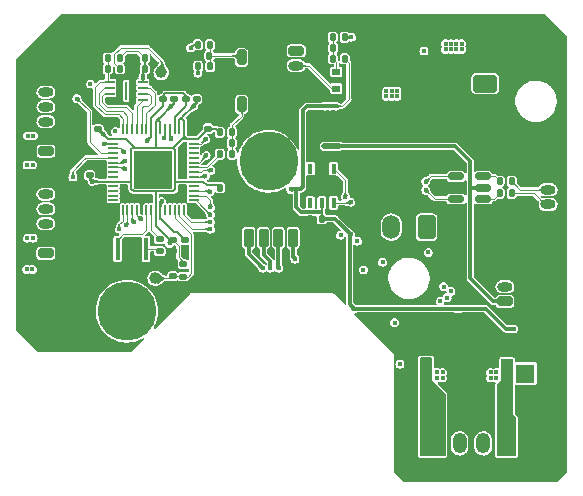
<source format=gbr>
%TF.GenerationSoftware,KiCad,Pcbnew,(6.0.6)*%
%TF.CreationDate,2022-07-03T12:41:07+08:00*%
%TF.ProjectId,Stealthburner_Toolhead_PCB,53746561-6c74-4686-9275-726e65725f54,rev?*%
%TF.SameCoordinates,Original*%
%TF.FileFunction,Copper,L1,Top*%
%TF.FilePolarity,Positive*%
%FSLAX46Y46*%
G04 Gerber Fmt 4.6, Leading zero omitted, Abs format (unit mm)*
G04 Created by KiCad (PCBNEW (6.0.6)) date 2022-07-03 12:41:07*
%MOMM*%
%LPD*%
G01*
G04 APERTURE LIST*
G04 Aperture macros list*
%AMRoundRect*
0 Rectangle with rounded corners*
0 $1 Rounding radius*
0 $2 $3 $4 $5 $6 $7 $8 $9 X,Y pos of 4 corners*
0 Add a 4 corners polygon primitive as box body*
4,1,4,$2,$3,$4,$5,$6,$7,$8,$9,$2,$3,0*
0 Add four circle primitives for the rounded corners*
1,1,$1+$1,$2,$3*
1,1,$1+$1,$4,$5*
1,1,$1+$1,$6,$7*
1,1,$1+$1,$8,$9*
0 Add four rect primitives between the rounded corners*
20,1,$1+$1,$2,$3,$4,$5,0*
20,1,$1+$1,$4,$5,$6,$7,0*
20,1,$1+$1,$6,$7,$8,$9,0*
20,1,$1+$1,$8,$9,$2,$3,0*%
G04 Aperture macros list end*
%TA.AperFunction,SMDPad,CuDef*%
%ADD10RoundRect,0.140000X-0.170000X0.140000X-0.170000X-0.140000X0.170000X-0.140000X0.170000X0.140000X0*%
%TD*%
%TA.AperFunction,SMDPad,CuDef*%
%ADD11RoundRect,0.140000X0.170000X-0.140000X0.170000X0.140000X-0.170000X0.140000X-0.170000X-0.140000X0*%
%TD*%
%TA.AperFunction,ComponentPad*%
%ADD12RoundRect,0.200000X-0.200000X-0.450000X0.200000X-0.450000X0.200000X0.450000X-0.200000X0.450000X0*%
%TD*%
%TA.AperFunction,ComponentPad*%
%ADD13O,0.800000X1.300000*%
%TD*%
%TA.AperFunction,SMDPad,CuDef*%
%ADD14R,0.812800X0.177800*%
%TD*%
%TA.AperFunction,SMDPad,CuDef*%
%ADD15R,0.177800X0.812800*%
%TD*%
%TA.AperFunction,SMDPad,CuDef*%
%ADD16R,3.200400X3.200400*%
%TD*%
%TA.AperFunction,SMDPad,CuDef*%
%ADD17RoundRect,0.140000X-0.140000X-0.170000X0.140000X-0.170000X0.140000X0.170000X-0.140000X0.170000X0*%
%TD*%
%TA.AperFunction,SMDPad,CuDef*%
%ADD18R,0.457200X0.812800*%
%TD*%
%TA.AperFunction,SMDPad,CuDef*%
%ADD19R,2.489200X1.600200*%
%TD*%
%TA.AperFunction,ComponentPad*%
%ADD20RoundRect,0.250001X0.499999X0.759999X-0.499999X0.759999X-0.499999X-0.759999X0.499999X-0.759999X0*%
%TD*%
%TA.AperFunction,ComponentPad*%
%ADD21O,1.500000X2.020000*%
%TD*%
%TA.AperFunction,SMDPad,CuDef*%
%ADD22RoundRect,0.135000X0.135000X0.185000X-0.135000X0.185000X-0.135000X-0.185000X0.135000X-0.185000X0*%
%TD*%
%TA.AperFunction,ComponentPad*%
%ADD23RoundRect,0.200000X0.450000X-0.200000X0.450000X0.200000X-0.450000X0.200000X-0.450000X-0.200000X0*%
%TD*%
%TA.AperFunction,ComponentPad*%
%ADD24O,1.300000X0.800000*%
%TD*%
%TA.AperFunction,ComponentPad*%
%ADD25R,1.600000X1.600000*%
%TD*%
%TA.AperFunction,ComponentPad*%
%ADD26C,1.600000*%
%TD*%
%TA.AperFunction,ComponentPad*%
%ADD27C,1.000000*%
%TD*%
%TA.AperFunction,SMDPad,CuDef*%
%ADD28RoundRect,0.135000X-0.135000X-0.185000X0.135000X-0.185000X0.135000X0.185000X-0.135000X0.185000X0*%
%TD*%
%TA.AperFunction,SMDPad,CuDef*%
%ADD29RoundRect,0.200000X-0.200000X-0.600000X0.200000X-0.600000X0.200000X0.600000X-0.200000X0.600000X0*%
%TD*%
%TA.AperFunction,SMDPad,CuDef*%
%ADD30RoundRect,0.250001X-0.799999X-1.249999X0.799999X-1.249999X0.799999X1.249999X-0.799999X1.249999X0*%
%TD*%
%TA.AperFunction,ComponentPad*%
%ADD31C,5.000000*%
%TD*%
%TA.AperFunction,SMDPad,CuDef*%
%ADD32R,0.700000X0.600000*%
%TD*%
%TA.AperFunction,ComponentPad*%
%ADD33RoundRect,0.200000X-0.450000X0.200000X-0.450000X-0.200000X0.450000X-0.200000X0.450000X0.200000X0*%
%TD*%
%TA.AperFunction,SMDPad,CuDef*%
%ADD34RoundRect,0.140000X0.140000X0.170000X-0.140000X0.170000X-0.140000X-0.170000X0.140000X-0.170000X0*%
%TD*%
%TA.AperFunction,SMDPad,CuDef*%
%ADD35RoundRect,0.135000X-0.185000X0.135000X-0.185000X-0.135000X0.185000X-0.135000X0.185000X0.135000X0*%
%TD*%
%TA.AperFunction,SMDPad,CuDef*%
%ADD36R,0.400000X1.900000*%
%TD*%
%TA.AperFunction,ComponentPad*%
%ADD37RoundRect,0.250001X-0.759999X0.499999X-0.759999X-0.499999X0.759999X-0.499999X0.759999X0.499999X0*%
%TD*%
%TA.AperFunction,ComponentPad*%
%ADD38O,2.020000X1.500000*%
%TD*%
%TA.AperFunction,SMDPad,CuDef*%
%ADD39R,0.812800X0.254000*%
%TD*%
%TA.AperFunction,SMDPad,CuDef*%
%ADD40R,0.203200X1.600200*%
%TD*%
%TA.AperFunction,SMDPad,CuDef*%
%ADD41RoundRect,0.150000X-0.512500X-0.150000X0.512500X-0.150000X0.512500X0.150000X-0.512500X0.150000X0*%
%TD*%
%TA.AperFunction,ComponentPad*%
%ADD42RoundRect,0.250000X0.350000X0.625000X-0.350000X0.625000X-0.350000X-0.625000X0.350000X-0.625000X0*%
%TD*%
%TA.AperFunction,ComponentPad*%
%ADD43O,1.200000X1.750000*%
%TD*%
%TA.AperFunction,ViaPad*%
%ADD44C,0.450000*%
%TD*%
%TA.AperFunction,Conductor*%
%ADD45C,0.120000*%
%TD*%
%TA.AperFunction,Conductor*%
%ADD46C,0.500000*%
%TD*%
%TA.AperFunction,Conductor*%
%ADD47C,0.300000*%
%TD*%
%TA.AperFunction,Conductor*%
%ADD48C,0.200000*%
%TD*%
G04 APERTURE END LIST*
D10*
%TO.P,C24,1*%
%TO.N,+3V3*%
X113434800Y-115296400D03*
%TO.P,C24,2*%
%TO.N,GND*%
X113434800Y-116256400D03*
%TD*%
D11*
%TO.P,C16,1*%
%TO.N,+1V1*%
X114554000Y-103400800D03*
%TO.P,C16,2*%
%TO.N,GND*%
X114554000Y-102440800D03*
%TD*%
D12*
%TO.P,J4,1,Pin_1*%
%TO.N,Net-(C13-Pad1)*%
X119278400Y-103835200D03*
D13*
%TO.P,J4,2,Pin_2*%
%TO.N,GND*%
X120528400Y-103835200D03*
%TD*%
D14*
%TO.P,U7,1,IOVDD*%
%TO.N,+3V3*%
X108407200Y-106772075D03*
%TO.P,U7,2,GPIO0*%
%TO.N,/FAN1_PWM*%
X108407200Y-107172125D03*
%TO.P,U7,3,GPIO1*%
%TO.N,/FAN2_PWM*%
X108407200Y-107572175D03*
%TO.P,U7,4,GPIO2*%
%TO.N,/FAN2_DET*%
X108407200Y-107972225D03*
%TO.P,U7,5,GPIO3*%
%TO.N,/FAN1_DET*%
X108407200Y-108372275D03*
%TO.P,U7,6,GPIO4*%
%TO.N,/IIC0_SDA*%
X108407200Y-108772325D03*
%TO.P,U7,7,GPIO5*%
%TO.N,/IIC0_SCL*%
X108407200Y-109172375D03*
%TO.P,U7,8,GPIO6*%
%TO.N,unconnected-(U7-Pad8)*%
X108407200Y-109572425D03*
%TO.P,U7,9,GPIO7*%
%TO.N,unconnected-(U7-Pad9)*%
X108407200Y-109972475D03*
%TO.P,U7,10,IOVDD*%
%TO.N,+3V3*%
X108407200Y-110372525D03*
%TO.P,U7,11,GPIO8*%
%TO.N,unconnected-(U7-Pad11)*%
X108407200Y-110772575D03*
%TO.P,U7,12,GPIO9*%
%TO.N,unconnected-(U7-Pad12)*%
X108407200Y-111172625D03*
%TO.P,U7,13,GPIO10*%
%TO.N,unconnected-(U7-Pad13)*%
X108407200Y-111572675D03*
%TO.P,U7,14,GPIO11*%
%TO.N,unconnected-(U7-Pad14)*%
X108407200Y-111972725D03*
D15*
%TO.P,U7,15,GPIO12*%
%TO.N,/E-EN*%
X109210475Y-112776000D03*
%TO.P,U7,16,GPIO13*%
%TO.N,/UART*%
X109610525Y-112776000D03*
%TO.P,U7,17,GPIO14*%
%TO.N,/E-STEP*%
X110010575Y-112776000D03*
%TO.P,U7,18,GPIO15*%
%TO.N,/E-DIR*%
X110410625Y-112776000D03*
%TO.P,U7,19,TESTEN*%
%TO.N,GND*%
X110810675Y-112776000D03*
%TO.P,U7,20,XIN*%
%TO.N,Net-(U7-Pad20)*%
X111210725Y-112776000D03*
%TO.P,U7,21,XOUT*%
%TO.N,Net-(R11-Pad1)*%
X111610775Y-112776000D03*
%TO.P,U7,22,IOVDD*%
%TO.N,+3V3*%
X112010825Y-112776000D03*
%TO.P,U7,23,DVDD*%
%TO.N,+1V1*%
X112410875Y-112776000D03*
%TO.P,U7,24,SWCLK*%
%TO.N,unconnected-(U7-Pad24)*%
X112810925Y-112776000D03*
%TO.P,U7,25,SWD*%
%TO.N,unconnected-(U7-Pad25)*%
X113210975Y-112776000D03*
%TO.P,U7,26,RUN*%
%TO.N,/RUN*%
X113611025Y-112776000D03*
%TO.P,U7,27,GPIO16*%
%TO.N,/SPI0_MISO*%
X114011075Y-112776000D03*
%TO.P,U7,28,GPIO17*%
%TO.N,/SPI0_CS1*%
X114411125Y-112776000D03*
D14*
%TO.P,U7,29,GPIO18*%
%TO.N,/SPI0_CLK*%
X115214400Y-111972725D03*
%TO.P,U7,30,GPIO19*%
%TO.N,/SPI0_MOSI*%
X115214400Y-111572675D03*
%TO.P,U7,31,GPIO20*%
%TO.N,/SPI0_CS2*%
X115214400Y-111172625D03*
%TO.P,U7,32,GPIO21*%
%TO.N,unconnected-(U7-Pad32)*%
X115214400Y-110772575D03*
%TO.P,U7,33,IOVDD*%
%TO.N,+3V3*%
X115214400Y-110372525D03*
%TO.P,U7,34,GPIO22*%
%TO.N,/NEO*%
X115214400Y-109972475D03*
%TO.P,U7,35,GPIO23*%
%TO.N,/HE*%
X115214400Y-109572425D03*
%TO.P,U7,36,GPIO24*%
%TO.N,/X-*%
X115214400Y-109172375D03*
%TO.P,U7,37,GPIO25*%
%TO.N,/PROBE*%
X115214400Y-108772325D03*
%TO.P,U7,38,GPIO26_ADC0*%
%TO.N,unconnected-(U7-Pad38)*%
X115214400Y-108372275D03*
%TO.P,U7,39,GPIO27_ADC1*%
%TO.N,unconnected-(U7-Pad39)*%
X115214400Y-107972225D03*
%TO.P,U7,40,GPIO28_ADC2*%
%TO.N,unconnected-(U7-Pad40)*%
X115214400Y-107572175D03*
%TO.P,U7,41,GPIO29_ADC3*%
%TO.N,/NTC*%
X115214400Y-107172125D03*
%TO.P,U7,42,IOVDD*%
%TO.N,+3V3*%
X115214400Y-106772075D03*
D15*
%TO.P,U7,43,ADC_AVDD*%
X114411125Y-105968800D03*
%TO.P,U7,44,VREG_IN*%
X114011075Y-105968800D03*
%TO.P,U7,45,VREG_VOUT*%
%TO.N,+1V1*%
X113611025Y-105968800D03*
%TO.P,U7,46,USB_DM*%
%TO.N,/D-*%
X113210975Y-105968800D03*
%TO.P,U7,47,USB_DP*%
%TO.N,/D+*%
X112810925Y-105968800D03*
%TO.P,U7,48,USB_VDD*%
%TO.N,+3V3*%
X112410875Y-105968800D03*
%TO.P,U7,49,IOVDD*%
X112010825Y-105968800D03*
%TO.P,U7,50,DVDD*%
%TO.N,+1V1*%
X111610775Y-105968800D03*
%TO.P,U7,51,QSPI_SD3*%
%TO.N,/QSPI_SD3*%
X111210725Y-105968800D03*
%TO.P,U7,52,QSPI_SCLK*%
%TO.N,/QSPI_CLK*%
X110810675Y-105968800D03*
%TO.P,U7,53,QSPI_SD0*%
%TO.N,/QSPI_SD0*%
X110410625Y-105968800D03*
%TO.P,U7,54,QSPI_SD2*%
%TO.N,/QSPI_SD2*%
X110010575Y-105968800D03*
%TO.P,U7,55,QSPI_SD1*%
%TO.N,/QSPI_SD1*%
X109610525Y-105968800D03*
%TO.P,U7,56,QSPI_SS*%
%TO.N,/QSPI_CS*%
X109210475Y-105968800D03*
D16*
%TO.P,U7,57,GND*%
%TO.N,GND*%
X111810800Y-109372400D03*
%TD*%
D17*
%TO.P,C19,1*%
%TO.N,+3V3*%
X117477600Y-110896400D03*
%TO.P,C19,2*%
%TO.N,GND*%
X118437600Y-110896400D03*
%TD*%
D18*
%TO.P,U9,1,SDA*%
%TO.N,/IIC0_SDA*%
X127085601Y-109296200D03*
%TO.P,U9,2,VSS*%
%TO.N,GND*%
X126085600Y-109296200D03*
%TO.P,U9,3,NC*%
%TO.N,unconnected-(U9-Pad3)*%
X125085599Y-109296200D03*
%TO.P,U9,4,NC*%
%TO.N,unconnected-(U9-Pad4)*%
X125085599Y-112191800D03*
%TO.P,U9,5,VDD*%
%TO.N,+3V3*%
X126085600Y-112191800D03*
%TO.P,U9,6,SCL*%
%TO.N,/IIC0_SCL*%
X127085601Y-112191800D03*
D19*
%TO.P,U9,7,VSS*%
%TO.N,GND*%
X126085600Y-110744000D03*
%TD*%
D20*
%TO.P,J9,1,Pin_1*%
%TO.N,Net-(J9-Pad1)*%
X134951600Y-114241600D03*
D21*
%TO.P,J9,2,Pin_2*%
%TO.N,+24V*%
X131951600Y-114241600D03*
%TD*%
D22*
%TO.P,R5,1*%
%TO.N,Net-(J3-Pad1)*%
X108968000Y-100838000D03*
%TO.P,R5,2*%
%TO.N,/QSPI_CS*%
X107948000Y-100838000D03*
%TD*%
D23*
%TO.P,J7,1,Pin_1*%
%TO.N,Net-(J7-Pad1)*%
X102710400Y-116444400D03*
D24*
%TO.P,J7,2,Pin_2*%
%TO.N,GND*%
X102710400Y-115194400D03*
%TO.P,J7,3,Pin_3*%
%TO.N,Net-(J7-Pad3)*%
X102710400Y-113944400D03*
%TO.P,J7,4,Pin_4*%
%TO.N,Net-(D3-Pad2)*%
X102710400Y-112694400D03*
%TO.P,J7,5,Pin_5*%
%TO.N,/FAN1_DET*%
X102710400Y-111444400D03*
%TD*%
D25*
%TO.P,C32,1*%
%TO.N,+24V*%
X143306800Y-126630421D03*
D26*
%TO.P,C32,2*%
%TO.N,GND*%
X143306800Y-129130421D03*
%TD*%
D27*
%TO.P,J3,1,Pin_1*%
%TO.N,Net-(J3-Pad1)*%
X112471200Y-101142800D03*
%TD*%
D11*
%TO.P,C18,1*%
%TO.N,+3V3*%
X115468400Y-103400800D03*
%TO.P,C18,2*%
%TO.N,GND*%
X115468400Y-102440800D03*
%TD*%
D28*
%TO.P,R14,1*%
%TO.N,/NTC*%
X115579600Y-98806000D03*
%TO.P,R14,2*%
%TO.N,Net-(C17-Pad1)*%
X116599600Y-98806000D03*
%TD*%
D22*
%TO.P,R7,1*%
%TO.N,/PROBE*%
X128018000Y-98145600D03*
%TO.P,R7,2*%
%TO.N,Net-(C11-Pad1)*%
X126998000Y-98145600D03*
%TD*%
D29*
%TO.P,J11,1,Pin_1*%
%TO.N,/FORCE-*%
X119892600Y-115151200D03*
%TO.P,J11,2,Pin_2*%
%TO.N,/RTDIN-*%
X121142600Y-115151200D03*
%TO.P,J11,3,Pin_3*%
%TO.N,/RTDIN+*%
X122392600Y-115151200D03*
%TO.P,J11,4,Pin_4*%
%TO.N,/FORCE+*%
X123642600Y-115151200D03*
D30*
%TO.P,J11,MP,MountPin*%
%TO.N,GND*%
X126192600Y-118051200D03*
X117342600Y-118051200D03*
%TD*%
D11*
%TO.P,C15,1*%
%TO.N,+1V1*%
X112623600Y-103400800D03*
%TO.P,C15,2*%
%TO.N,GND*%
X112623600Y-102440800D03*
%TD*%
%TO.P,C23,1*%
%TO.N,+3V3*%
X106426000Y-109852400D03*
%TO.P,C23,2*%
%TO.N,GND*%
X106426000Y-108892400D03*
%TD*%
D31*
%TO.P,H2,1,1*%
%TO.N,unconnected-(H2-Pad1)*%
X121564400Y-108661200D03*
%TD*%
D32*
%TO.P,D2,1,K*%
%TO.N,Net-(D2-Pad1)*%
X127304800Y-102503200D03*
%TO.P,D2,2,A*%
%TO.N,Net-(C11-Pad1)*%
X127304800Y-101103200D03*
%TD*%
D28*
%TO.P,R12,1*%
%TO.N,/X-*%
X117447600Y-108051600D03*
%TO.P,R12,2*%
%TO.N,Net-(C13-Pad1)*%
X118467600Y-108051600D03*
%TD*%
D33*
%TO.P,J2,1,Pin_1*%
%TO.N,+24V*%
X123901200Y-99314000D03*
D24*
%TO.P,J2,2,Pin_2*%
%TO.N,Net-(D2-Pad1)*%
X123901200Y-100564000D03*
%TO.P,J2,3,Pin_3*%
%TO.N,GND*%
X123901200Y-101814000D03*
%TD*%
D11*
%TO.P,C4,1*%
%TO.N,/RUN*%
X113436400Y-118386800D03*
%TO.P,C4,2*%
%TO.N,GND*%
X113436400Y-117426800D03*
%TD*%
D23*
%TO.P,J8,1,Pin_1*%
%TO.N,+5V*%
X141572400Y-120528400D03*
D24*
%TO.P,J8,2,Pin_2*%
%TO.N,Net-(J8-Pad2)*%
X141572400Y-119278400D03*
%TO.P,J8,3,Pin_3*%
%TO.N,GND*%
X141572400Y-118028400D03*
%TD*%
D31*
%TO.P,H1,1,1*%
%TO.N,unconnected-(H1-Pad1)*%
X109575600Y-121361200D03*
%TD*%
D34*
%TO.P,C29,1*%
%TO.N,+3V3*%
X126057600Y-113538000D03*
%TO.P,C29,2*%
%TO.N,GND*%
X125097600Y-113538000D03*
%TD*%
%TO.P,C13,1*%
%TO.N,Net-(C13-Pad1)*%
X118437600Y-107137200D03*
%TO.P,C13,2*%
%TO.N,GND*%
X117477600Y-107137200D03*
%TD*%
D27*
%TO.P,TP1,1,1*%
%TO.N,/RUN*%
X111963200Y-118567200D03*
%TD*%
D22*
%TO.P,R4,1*%
%TO.N,+3V3*%
X108968000Y-99923600D03*
%TO.P,R4,2*%
%TO.N,/QSPI_CS*%
X107948000Y-99923600D03*
%TD*%
D35*
%TO.P,R11,1*%
%TO.N,Net-(R11-Pad1)*%
X112369600Y-115266400D03*
%TO.P,R11,2*%
%TO.N,Net-(R11-Pad2)*%
X112369600Y-116286400D03*
%TD*%
D28*
%TO.P,R8,1*%
%TO.N,Net-(R8-Pad1)*%
X141120400Y-110337600D03*
%TO.P,R8,2*%
%TO.N,Net-(J5-Pad3)*%
X142140400Y-110337600D03*
%TD*%
D36*
%TO.P,Y1,1,1*%
%TO.N,Net-(U7-Pad20)*%
X108780400Y-116081200D03*
%TO.P,Y1,2,2*%
%TO.N,GND*%
X109980400Y-116081200D03*
%TO.P,Y1,3,3*%
%TO.N,Net-(R11-Pad2)*%
X111180400Y-116081200D03*
%TD*%
D22*
%TO.P,R6,1*%
%TO.N,+3V3*%
X128018000Y-99974400D03*
%TO.P,R6,2*%
%TO.N,Net-(C11-Pad1)*%
X126998000Y-99974400D03*
%TD*%
D34*
%TO.P,C17,1*%
%TO.N,Net-(C17-Pad1)*%
X116558000Y-99720400D03*
%TO.P,C17,2*%
%TO.N,GND*%
X115598000Y-99720400D03*
%TD*%
D23*
%TO.P,J10,1,Pin_1*%
%TO.N,Net-(J10-Pad1)*%
X102717600Y-107797600D03*
D24*
%TO.P,J10,2,Pin_2*%
%TO.N,GND*%
X102717600Y-106547600D03*
%TO.P,J10,3,Pin_3*%
%TO.N,Net-(J10-Pad3)*%
X102717600Y-105297600D03*
%TO.P,J10,4,Pin_4*%
%TO.N,Net-(D5-Pad2)*%
X102717600Y-104047600D03*
%TO.P,J10,5,Pin_5*%
%TO.N,/FAN2_DET*%
X102717600Y-102797600D03*
%TD*%
D23*
%TO.P,J5,1,Pin_1*%
%TO.N,GND*%
X145230000Y-113568800D03*
D24*
%TO.P,J5,2,Pin_2*%
%TO.N,Net-(J5-Pad2)*%
X145230000Y-112318800D03*
%TO.P,J5,3,Pin_3*%
%TO.N,Net-(J5-Pad3)*%
X145230000Y-111068800D03*
%TD*%
D22*
%TO.P,R10,1*%
%TO.N,Net-(J5-Pad2)*%
X142140400Y-111353600D03*
%TO.P,R10,2*%
%TO.N,Net-(R10-Pad2)*%
X141120400Y-111353600D03*
%TD*%
D37*
%TO.P,J1,1,Pin_1*%
%TO.N,+24V*%
X139895600Y-102081200D03*
D38*
%TO.P,J1,2,Pin_2*%
%TO.N,GND*%
X139895600Y-105081200D03*
%TD*%
D11*
%TO.P,C21,1*%
%TO.N,+3V3*%
X113538000Y-103400800D03*
%TO.P,C21,2*%
%TO.N,GND*%
X113538000Y-102440800D03*
%TD*%
%TO.P,C20,1*%
%TO.N,+3V3*%
X116433600Y-105890000D03*
%TO.P,C20,2*%
%TO.N,GND*%
X116433600Y-104930000D03*
%TD*%
D39*
%TO.P,U4,1,~{CS}*%
%TO.N,/QSPI_CS*%
X108126400Y-101967599D03*
%TO.P,U4,2,DO_IO1*%
%TO.N,/QSPI_SD1*%
X108126400Y-102467600D03*
%TO.P,U4,3,~{WP}_IO2*%
%TO.N,/QSPI_SD2*%
X108126400Y-102967600D03*
%TO.P,U4,4,GND*%
%TO.N,GND*%
X108126400Y-103467601D03*
%TO.P,U4,5,DI_IO0*%
%TO.N,/QSPI_SD0*%
X110923200Y-103467601D03*
%TO.P,U4,6,CLK*%
%TO.N,/QSPI_CLK*%
X110923200Y-102967600D03*
%TO.P,U4,7,~{HOLD}_IO3*%
%TO.N,/QSPI_SD3*%
X110923200Y-102467600D03*
%TO.P,U4,8,VCC*%
%TO.N,+3V3*%
X110923200Y-101967599D03*
D40*
%TO.P,U4,9,EPAD*%
%TO.N,unconnected-(U4-Pad9)*%
X109524800Y-102717600D03*
%TD*%
D28*
%TO.P,R15,1*%
%TO.N,+3V3*%
X115590800Y-100634800D03*
%TO.P,R15,2*%
%TO.N,Net-(C17-Pad1)*%
X116610800Y-100634800D03*
%TD*%
D34*
%TO.P,C3,1*%
%TO.N,+3V3*%
X111071600Y-99923600D03*
%TO.P,C3,2*%
%TO.N,GND*%
X110111600Y-99923600D03*
%TD*%
D17*
%TO.P,C11,1*%
%TO.N,Net-(C11-Pad1)*%
X127028000Y-99060000D03*
%TO.P,C11,2*%
%TO.N,GND*%
X127988000Y-99060000D03*
%TD*%
D11*
%TO.P,C22,1*%
%TO.N,+3V3*%
X107137200Y-105940800D03*
%TO.P,C22,2*%
%TO.N,GND*%
X107137200Y-104980800D03*
%TD*%
D41*
%TO.P,U5,1,I/O1*%
%TO.N,/D-*%
X137444900Y-109946400D03*
%TO.P,U5,2,GND*%
%TO.N,GND*%
X137444900Y-110896400D03*
%TO.P,U5,3,I/O2*%
%TO.N,/D+*%
X137444900Y-111846400D03*
%TO.P,U5,4,I/O2*%
%TO.N,Net-(R10-Pad2)*%
X139719900Y-111846400D03*
%TO.P,U5,5,VBUS*%
%TO.N,+5V*%
X139719900Y-110896400D03*
%TO.P,U5,6,I/O1*%
%TO.N,Net-(R8-Pad1)*%
X139719900Y-109946400D03*
%TD*%
D35*
%TO.P,R1,1*%
%TO.N,+3V3*%
X114350800Y-117396800D03*
%TO.P,R1,2*%
%TO.N,/RUN*%
X114350800Y-118416800D03*
%TD*%
D34*
%TO.P,C2,1*%
%TO.N,+3V3*%
X111071600Y-100838000D03*
%TO.P,C2,2*%
%TO.N,GND*%
X110111600Y-100838000D03*
%TD*%
D10*
%TO.P,C14,1*%
%TO.N,+1V1*%
X114452400Y-115293200D03*
%TO.P,C14,2*%
%TO.N,GND*%
X114452400Y-116253200D03*
%TD*%
D12*
%TO.P,J6,1,Pin_1*%
%TO.N,Net-(C17-Pad1)*%
X119278400Y-99872800D03*
D13*
%TO.P,J6,2,Pin_2*%
%TO.N,GND*%
X120528400Y-99872800D03*
%TD*%
D28*
%TO.P,R9,1*%
%TO.N,+3V3*%
X117447600Y-106220800D03*
%TO.P,R9,2*%
%TO.N,Net-(C13-Pad1)*%
X118467600Y-106220800D03*
%TD*%
D42*
%TO.P,J12,1,Pin_1*%
%TO.N,/E-A2*%
X141734800Y-132546000D03*
D43*
%TO.P,J12,2,Pin_2*%
%TO.N,/E-A1*%
X139734800Y-132546000D03*
%TO.P,J12,3,Pin_3*%
%TO.N,/E-B1*%
X137734800Y-132546000D03*
%TO.P,J12,4,Pin_4*%
%TO.N,/E-B2*%
X135734800Y-132546000D03*
%TD*%
D44*
%TO.N,+24V*%
X135839200Y-127000000D03*
X137007600Y-98704400D03*
X137007600Y-99187000D03*
X132232400Y-122326400D03*
X137464800Y-98704400D03*
X140817600Y-126542800D03*
X137922000Y-98704400D03*
X101168200Y-106502200D03*
X101625400Y-115163600D03*
X140360400Y-127000000D03*
X140360400Y-126542800D03*
X136296400Y-127000000D03*
X136550400Y-98704400D03*
X137464800Y-99187000D03*
X140817600Y-127000000D03*
X135839200Y-126542800D03*
X136550400Y-99187000D03*
X137922000Y-99187000D03*
X101142800Y-115163600D03*
X136296400Y-126542800D03*
X101650800Y-106502200D03*
%TO.N,GND*%
X130048000Y-96875600D03*
X145389600Y-129540000D03*
X137007600Y-125577600D03*
X137668000Y-124942600D03*
X123850400Y-106781600D03*
X144627600Y-106883200D03*
X112217200Y-109778800D03*
X128371600Y-105410000D03*
X144983200Y-133807200D03*
X137668000Y-123621800D03*
X138988800Y-124942600D03*
X139649200Y-124282200D03*
X138988800Y-123621800D03*
X101498400Y-112725200D03*
X113030000Y-110591600D03*
X138328400Y-122961400D03*
X112572800Y-99060000D03*
X144881600Y-129032000D03*
X137007600Y-124942600D03*
X111353600Y-96621600D03*
X144881600Y-128524000D03*
X110591600Y-108966000D03*
X110591600Y-109778800D03*
X137668000Y-125577600D03*
X137007600Y-122961400D03*
X133426200Y-128752600D03*
X145542000Y-133807200D03*
X107492800Y-113893600D03*
X130657600Y-96875600D03*
X118059200Y-103225600D03*
X101549200Y-102666800D03*
X126288800Y-111201200D03*
X120396000Y-113436400D03*
X112979200Y-99415600D03*
X143560800Y-122783600D03*
X123037600Y-113436400D03*
X113487200Y-101701600D03*
X138379200Y-119786400D03*
X133426200Y-128244600D03*
X112217200Y-108966000D03*
X107645200Y-99060000D03*
X111404400Y-110591600D03*
X114198400Y-109016800D03*
X110591600Y-110591600D03*
X139649200Y-125577600D03*
X138328400Y-125577600D03*
X143510000Y-106883200D03*
X133299200Y-100584000D03*
X135788400Y-110845600D03*
X137007600Y-124282200D03*
X133934200Y-128752600D03*
X133934200Y-128244600D03*
X105664000Y-115519200D03*
X129489200Y-108813600D03*
X107492800Y-112776000D03*
X111404400Y-108153200D03*
X145999200Y-114858800D03*
X115011200Y-112674400D03*
X142544800Y-99872800D03*
X133299200Y-101142800D03*
X122377200Y-113436400D03*
X112217200Y-110591600D03*
X113030000Y-109778800D03*
X112217200Y-108153200D03*
X113030000Y-108966000D03*
X118059200Y-102666800D03*
X121056400Y-113436400D03*
X145186400Y-106883200D03*
X121716800Y-113436400D03*
X111404400Y-108966000D03*
X101549200Y-103733600D03*
X144068800Y-106883200D03*
X101498400Y-112217200D03*
X128930400Y-108813600D03*
X137007600Y-123621800D03*
X105613200Y-107137200D03*
X128981200Y-118110000D03*
X107492800Y-113334800D03*
X114046000Y-101701600D03*
X133299200Y-100025200D03*
X107086400Y-99060000D03*
X128930400Y-105410000D03*
X142951200Y-106883200D03*
X114604800Y-101701600D03*
X128371600Y-108813600D03*
X111404400Y-109778800D03*
X133426200Y-127736600D03*
X105664000Y-114401600D03*
X144881600Y-129540000D03*
X136245600Y-117754400D03*
X123494800Y-106426000D03*
X110591600Y-108153200D03*
X111810800Y-102108000D03*
X129438400Y-96875600D03*
X138988800Y-124282200D03*
X138988800Y-125577600D03*
X108204000Y-99060000D03*
X139649200Y-123621800D03*
X105664000Y-114960400D03*
X101549200Y-103225600D03*
X109626400Y-100380800D03*
X139649200Y-122961400D03*
X133934200Y-127736600D03*
X144881600Y-114858800D03*
X145389600Y-128524000D03*
X118059200Y-102158800D03*
X132842000Y-109626400D03*
X137668000Y-124282200D03*
X113030000Y-108153200D03*
X138328400Y-124282200D03*
X142544800Y-100431600D03*
X138328400Y-123621800D03*
X137668000Y-122961400D03*
X138328400Y-124942600D03*
X115366800Y-105003600D03*
X145440400Y-114858800D03*
X133350000Y-109626400D03*
X139649200Y-124942600D03*
X105613200Y-106578400D03*
X145389600Y-129032000D03*
X133858000Y-109626400D03*
X114503200Y-116636800D03*
X101498400Y-113233200D03*
X138988800Y-122961400D03*
X142544800Y-99314000D03*
X113436400Y-116789200D03*
%TO.N,+12V*%
X134721600Y-99314000D03*
X132435600Y-103174800D03*
X131978400Y-103174800D03*
X101574600Y-117805200D03*
X131521200Y-102717600D03*
X101092000Y-117805200D03*
X132435600Y-102717600D03*
X101600000Y-108966000D03*
X131521200Y-103174800D03*
X131978400Y-102717600D03*
X101117400Y-108966000D03*
%TO.N,+5V*%
X126746000Y-107391200D03*
X126288800Y-107391200D03*
X108585000Y-106121200D03*
X127203200Y-107391200D03*
%TO.N,+1V1*%
X112522000Y-112064800D03*
X111285427Y-106902277D03*
%TO.N,/FAN1_DET*%
X105003600Y-109982000D03*
%TO.N,/D+*%
X134874000Y-111099600D03*
X112674400Y-106730800D03*
%TO.N,/D-*%
X113334800Y-106745381D03*
X134874000Y-110388400D03*
%TO.N,/NEO*%
X136396000Y-119280400D03*
X116211661Y-109911035D03*
%TO.N,/FAN1_PWM*%
X107641673Y-107162600D03*
%TO.N,/FORCE+*%
X123799600Y-116941600D03*
%TO.N,/RTDIN+*%
X122428000Y-117703600D03*
%TO.N,/PROBE*%
X116281200Y-108153200D03*
X128574800Y-98145600D03*
%TO.N,/E-EN*%
X108915200Y-114401600D03*
X132689600Y-125831600D03*
%TO.N,/E-STEP*%
X110134400Y-113842800D03*
X136675951Y-120201243D03*
%TO.N,/E-DIR*%
X137007600Y-119684800D03*
X110744000Y-113538000D03*
%TO.N,/UART*%
X109524800Y-114096800D03*
X136093200Y-120497600D03*
%TO.N,/IIC0_SDA*%
X109372400Y-108610400D03*
X128066800Y-111658400D03*
%TO.N,/IIC0_SCL*%
X128524000Y-112115600D03*
X109372400Y-109321600D03*
%TO.N,/SPI0_MISO*%
X116636800Y-114401600D03*
X129590800Y-117856000D03*
%TO.N,/SPI0_CS1*%
X116636800Y-113792000D03*
%TO.N,/SPI0_CLK*%
X131216400Y-117195600D03*
X116636800Y-113182400D03*
%TO.N,/SPI0_MOSI*%
X116636800Y-112572800D03*
X129082800Y-115417600D03*
%TO.N,/E-B2*%
X134670800Y-126034800D03*
X135128000Y-126034800D03*
X134670800Y-125577600D03*
X135128000Y-125577600D03*
%TO.N,/E-A2*%
X141528800Y-126085600D03*
X141986000Y-126085600D03*
X141528800Y-125628400D03*
X141986000Y-125628400D03*
%TO.N,/RTDIN-*%
X121716800Y-117703600D03*
%TO.N,/FORCE-*%
X121056400Y-117703600D03*
%TO.N,/FAN2_DET*%
X105333800Y-103352600D03*
%TO.N,/FAN2_PWM*%
X109321600Y-107873800D03*
%TO.N,/HE*%
X135077200Y-116382800D03*
X116687600Y-109423200D03*
%TO.N,/NTC*%
X116230400Y-106781600D03*
X114960400Y-99060000D03*
%TO.N,/SPI0_CS2*%
X127660400Y-114909600D03*
X116621374Y-111234152D03*
%TO.N,+3V3*%
X106645075Y-110372525D03*
X126337997Y-103986478D03*
X128795431Y-121151326D03*
X110923200Y-101522400D03*
X126795197Y-103986478D03*
X123444000Y-111048800D03*
X107506800Y-106310400D03*
X127252397Y-103986478D03*
X128524000Y-114858800D03*
X113309400Y-104013000D03*
X137566400Y-121158000D03*
X115570000Y-101193600D03*
X113182400Y-115620800D03*
X142316200Y-122859800D03*
X106476800Y-102108000D03*
X123901200Y-111048800D03*
X115214400Y-103987600D03*
%TD*%
D45*
%TO.N,/RUN*%
X113436400Y-118386800D02*
X114320800Y-118386800D01*
X114320800Y-118386800D02*
X114350800Y-118416800D01*
X113611025Y-112776000D02*
X113611025Y-113458625D01*
X114755200Y-118416800D02*
X114350800Y-118416800D01*
X113256000Y-118567200D02*
X113436400Y-118386800D01*
X111963200Y-118567200D02*
X113256000Y-118567200D01*
X113611025Y-113458625D02*
X115011200Y-114858800D01*
X115011200Y-118160800D02*
X114755200Y-118416800D01*
X115011200Y-114858800D02*
X115011200Y-118160800D01*
%TO.N,Net-(C11-Pad1)*%
X126998000Y-98145600D02*
X126998000Y-99974400D01*
X127304800Y-100281200D02*
X127304800Y-101103200D01*
X126998000Y-99974400D02*
X127304800Y-100281200D01*
%TO.N,Net-(C13-Pad1)*%
X118467600Y-105611200D02*
X118467600Y-106220800D01*
X119278400Y-103835200D02*
X119278400Y-104800400D01*
X118467600Y-106220800D02*
X118467600Y-108051600D01*
X119278400Y-104800400D02*
X118467600Y-105611200D01*
D46*
%TO.N,+5V*%
X126288800Y-107391200D02*
X127508000Y-107391200D01*
D47*
X138633200Y-111302800D02*
X138633200Y-110896400D01*
X138633200Y-110896400D02*
X139719900Y-110896400D01*
X141572400Y-120528400D02*
X140594400Y-120528400D01*
X138633200Y-118567200D02*
X138633200Y-111302800D01*
X127508000Y-107391200D02*
X137363200Y-107391200D01*
X140594400Y-120528400D02*
X138633200Y-118567200D01*
X127203200Y-107391200D02*
X127508000Y-107391200D01*
X137363200Y-107391200D02*
X138633200Y-108661200D01*
X138633200Y-108661200D02*
X138633200Y-111302800D01*
D48*
%TO.N,+1V1*%
X112471200Y-104140000D02*
X111610775Y-105000425D01*
X113611025Y-105968800D02*
X113611025Y-104879775D01*
X112623600Y-103400800D02*
X112623600Y-103987600D01*
X112623600Y-103400800D02*
X112623600Y-103124000D01*
X111610775Y-105000425D02*
X111610775Y-105968800D01*
X114350800Y-102920800D02*
X114554000Y-103124000D01*
X113538000Y-114655600D02*
X113814800Y-114655600D01*
X113814800Y-114655600D02*
X114452400Y-115293200D01*
X112410875Y-112776000D02*
X112410875Y-112175925D01*
X112410875Y-112776000D02*
X112410875Y-113528475D01*
X114554000Y-103936800D02*
X114554000Y-103400800D01*
X112471200Y-113588800D02*
X113538000Y-114655600D01*
X114452400Y-104038400D02*
X114554000Y-103936800D01*
X112410875Y-113528475D02*
X112471200Y-113588800D01*
X111610775Y-106576929D02*
X111285427Y-106902277D01*
X111610775Y-105968800D02*
X111610775Y-106576929D01*
X114554000Y-103124000D02*
X114554000Y-103400800D01*
X112826800Y-102920800D02*
X114350800Y-102920800D01*
X112623600Y-103124000D02*
X112826800Y-102920800D01*
X112623600Y-103987600D02*
X112471200Y-104140000D01*
X112410875Y-112175925D02*
X112522000Y-112064800D01*
X113611025Y-104879775D02*
X114452400Y-104038400D01*
D45*
%TO.N,Net-(C17-Pad1)*%
X119126000Y-99720400D02*
X119278400Y-99872800D01*
X116599600Y-98806000D02*
X116599600Y-100623600D01*
X116599600Y-100623600D02*
X116610800Y-100634800D01*
X116558000Y-99720400D02*
X119126000Y-99720400D01*
%TO.N,/FAN1_DET*%
X105968800Y-108483400D02*
X105003600Y-109448600D01*
X106079925Y-108372275D02*
X105968800Y-108483400D01*
X108407200Y-108372275D02*
X106079925Y-108372275D01*
X105003600Y-109448600D02*
X105003600Y-109982000D01*
%TO.N,/D+*%
X112810925Y-105968800D02*
X112810925Y-106594275D01*
X134874000Y-111099600D02*
X135620800Y-111846400D01*
X112810925Y-106594275D02*
X112674400Y-106730800D01*
X135620800Y-111846400D02*
X137444900Y-111846400D01*
%TO.N,/D-*%
X135316000Y-109946400D02*
X137444900Y-109946400D01*
X134874000Y-110388400D02*
X135316000Y-109946400D01*
X113210975Y-105968800D02*
X113210975Y-106621556D01*
X113210975Y-106621556D02*
X113334800Y-106745381D01*
%TO.N,Net-(J3-Pad1)*%
X112471200Y-100177600D02*
X112471200Y-101142800D01*
X108483400Y-100353400D02*
X108483400Y-99618800D01*
X108968000Y-100838000D02*
X108483400Y-100353400D01*
X108483400Y-99618800D02*
X109042200Y-99060000D01*
X111353600Y-99060000D02*
X112471200Y-100177600D01*
X109042200Y-99060000D02*
X111353600Y-99060000D01*
%TO.N,/NEO*%
X115214400Y-109972475D02*
X116150221Y-109972475D01*
X116150221Y-109972475D02*
X116211661Y-109911035D01*
%TO.N,/FAN1_PWM*%
X108407200Y-107172125D02*
X107651198Y-107172125D01*
X107651198Y-107172125D02*
X107641673Y-107162600D01*
D47*
%TO.N,/FORCE+*%
X123642600Y-115151200D02*
X123642600Y-116784600D01*
X123642600Y-116784600D02*
X123799600Y-116941600D01*
%TO.N,/RTDIN+*%
X122392600Y-115151200D02*
X122392600Y-117668200D01*
X122392600Y-117668200D02*
X122428000Y-117703600D01*
D45*
%TO.N,/QSPI_CS*%
X109210475Y-105044875D02*
X109210475Y-105968800D01*
X108063599Y-101967599D02*
X107950000Y-101854000D01*
X107948000Y-100838000D02*
X107948000Y-101598000D01*
X107328401Y-101967599D02*
X106883200Y-102412800D01*
X107948000Y-101598000D02*
X107950000Y-101600000D01*
X106883200Y-103886000D02*
X107696000Y-104698800D01*
X108864400Y-104698800D02*
X109210475Y-105044875D01*
X107950000Y-101854000D02*
X107950000Y-101600000D01*
X107948000Y-99923600D02*
X107948000Y-100838000D01*
X107696000Y-104698800D02*
X108864400Y-104698800D01*
X108126400Y-101967599D02*
X108063599Y-101967599D01*
X106883200Y-102412800D02*
X106883200Y-103886000D01*
X108126400Y-101967599D02*
X107328401Y-101967599D01*
%TO.N,/PROBE*%
X128018000Y-98145600D02*
X128574800Y-98145600D01*
X115662075Y-108772325D02*
X116281200Y-108153200D01*
X115214400Y-108772325D02*
X115662075Y-108772325D01*
%TO.N,/X-*%
X117447600Y-108051600D02*
X116326825Y-109172375D01*
X116326825Y-109172375D02*
X115214400Y-109172375D01*
%TO.N,/E-EN*%
X109210475Y-112776000D02*
X109210475Y-113699925D01*
X109210475Y-113699925D02*
X108915200Y-113995200D01*
X108915200Y-113995200D02*
X108915200Y-114401600D01*
%TO.N,/E-STEP*%
X110010575Y-113718975D02*
X110134400Y-113842800D01*
X110010575Y-112776000D02*
X110010575Y-113718975D01*
%TO.N,/E-DIR*%
X110410625Y-112776000D02*
X110410625Y-113204625D01*
X110410625Y-113204625D02*
X110744000Y-113538000D01*
%TO.N,/UART*%
X109524800Y-114096800D02*
X109610525Y-114011075D01*
X109610525Y-114011075D02*
X109610525Y-112776000D01*
%TO.N,/QSPI_SD1*%
X109220000Y-104394000D02*
X107797600Y-104394000D01*
X107188000Y-102870000D02*
X107590400Y-102467600D01*
X107590400Y-102467600D02*
X108126400Y-102467600D01*
X109610525Y-104784525D02*
X109220000Y-104394000D01*
X109610525Y-105968800D02*
X109610525Y-104784525D01*
X107797600Y-104394000D02*
X107188000Y-103784400D01*
X107188000Y-103784400D02*
X107188000Y-102870000D01*
%TO.N,/QSPI_SD2*%
X107649200Y-102967600D02*
X107492800Y-103124000D01*
X109524800Y-104089200D02*
X110010575Y-104574975D01*
X107899200Y-104089200D02*
X109524800Y-104089200D01*
X107492800Y-103682800D02*
X107899200Y-104089200D01*
X107492800Y-103124000D02*
X107492800Y-103682800D01*
X108126400Y-102967600D02*
X107649200Y-102967600D01*
X110010575Y-104574975D02*
X110010575Y-105968800D01*
%TO.N,/QSPI_SD0*%
X110410625Y-104016175D02*
X110410625Y-105968800D01*
X110923200Y-103503600D02*
X110410625Y-104016175D01*
X110923200Y-103467601D02*
X110923200Y-103503600D01*
%TO.N,/QSPI_CLK*%
X111353600Y-103987600D02*
X110947200Y-103987600D01*
X110810675Y-104124125D02*
X110810675Y-105968800D01*
X111451200Y-102967600D02*
X111607600Y-103124000D01*
X110923200Y-102967600D02*
X111451200Y-102967600D01*
X111607600Y-103733600D02*
X111353600Y-103987600D01*
X110947200Y-103987600D02*
X110810675Y-104124125D01*
X111607600Y-103124000D02*
X111607600Y-103733600D01*
%TO.N,/QSPI_SD3*%
X110923200Y-102467600D02*
X111510000Y-102467600D01*
X111210725Y-104587675D02*
X111210725Y-105968800D01*
X111912400Y-103886000D02*
X111210725Y-104587675D01*
X111510000Y-102467600D02*
X111912400Y-102870000D01*
X111912400Y-102870000D02*
X111912400Y-103886000D01*
%TO.N,/IIC0_SDA*%
X128066800Y-111658400D02*
X128066800Y-110277399D01*
X109210475Y-108772325D02*
X108407200Y-108772325D01*
X128066800Y-110277399D02*
X127085601Y-109296200D01*
X109372400Y-108610400D02*
X109210475Y-108772325D01*
%TO.N,/IIC0_SCL*%
X128447800Y-112191800D02*
X127085601Y-112191800D01*
X109223175Y-109172375D02*
X108407200Y-109172375D01*
X128524000Y-112115600D02*
X128447800Y-112191800D01*
X109372400Y-109321600D02*
X109223175Y-109172375D01*
%TO.N,/SPI0_MISO*%
X116636800Y-114401600D02*
X115110275Y-114401600D01*
X115110275Y-114401600D02*
X114011075Y-113302400D01*
X114011075Y-113302400D02*
X114011075Y-112776000D01*
%TO.N,/SPI0_CS1*%
X116636800Y-113792000D02*
X115011200Y-113792000D01*
X115011200Y-113792000D02*
X114411125Y-113191925D01*
X114411125Y-113191925D02*
X114411125Y-112776000D01*
%TO.N,/SPI0_CLK*%
X116636800Y-113182400D02*
X115427125Y-111972725D01*
X115427125Y-111972725D02*
X115214400Y-111972725D01*
%TO.N,/SPI0_MOSI*%
X116246275Y-111572675D02*
X115214400Y-111572675D01*
X116636800Y-112572800D02*
X116636800Y-111963200D01*
X116636800Y-111963200D02*
X116246275Y-111572675D01*
D47*
%TO.N,/RTDIN-*%
X121142600Y-116570600D02*
X121716800Y-117144800D01*
X121716800Y-117144800D02*
X121716800Y-117703600D01*
X121142600Y-115151200D02*
X121142600Y-116570600D01*
%TO.N,/FORCE-*%
X119892600Y-116539800D02*
X121056400Y-117703600D01*
X119892600Y-115151200D02*
X119892600Y-116539800D01*
D45*
%TO.N,/FAN2_DET*%
X107362625Y-107972225D02*
X108407200Y-107972225D01*
X105333800Y-103352600D02*
X106426000Y-104444800D01*
X106426000Y-107035600D02*
X107362625Y-107972225D01*
X106426000Y-104444800D02*
X106426000Y-107035600D01*
%TO.N,/FAN2_PWM*%
X108407200Y-107572175D02*
X109019975Y-107572175D01*
X109019975Y-107572175D02*
X109321600Y-107873800D01*
%TO.N,Net-(D2-Pad1)*%
X124022800Y-100584000D02*
X125018800Y-100584000D01*
X126938000Y-102503200D02*
X127304800Y-102503200D01*
X125018800Y-100584000D02*
X126938000Y-102503200D01*
%TO.N,/HE*%
X115214400Y-109572425D02*
X115827175Y-109572425D01*
X115976400Y-109423200D02*
X116687600Y-109423200D01*
X115827175Y-109572425D02*
X115976400Y-109423200D01*
%TO.N,Net-(U7-Pad20)*%
X109252800Y-114858800D02*
X110845600Y-114858800D01*
X108780400Y-116081200D02*
X108780400Y-115331200D01*
X110845600Y-114858800D02*
X111210725Y-114493675D01*
X111210725Y-114493675D02*
X111210725Y-112776000D01*
X108780400Y-115331200D02*
X109252800Y-114858800D01*
%TO.N,Net-(J5-Pad2)*%
X142140400Y-111353600D02*
X144018000Y-111353600D01*
X144983200Y-112318800D02*
X145230000Y-112318800D01*
X144018000Y-111353600D02*
X144983200Y-112318800D01*
%TO.N,/NTC*%
X115214400Y-98806000D02*
X114960400Y-99060000D01*
X116230400Y-106781600D02*
X115839875Y-107172125D01*
X115839875Y-107172125D02*
X115214400Y-107172125D01*
X115579600Y-98806000D02*
X115214400Y-98806000D01*
%TO.N,Net-(J5-Pad3)*%
X142871600Y-111068800D02*
X145230000Y-111068800D01*
X142140400Y-110337600D02*
X142871600Y-111068800D01*
%TO.N,/SPI0_CS2*%
X116559847Y-111172625D02*
X116621374Y-111234152D01*
X115214400Y-111172625D02*
X116559847Y-111172625D01*
%TO.N,Net-(R8-Pad1)*%
X140729200Y-109946400D02*
X139719900Y-109946400D01*
X141120400Y-110337600D02*
X140729200Y-109946400D01*
%TO.N,Net-(R10-Pad2)*%
X140627600Y-111846400D02*
X139719900Y-111846400D01*
X141120400Y-111353600D02*
X140627600Y-111846400D01*
%TO.N,Net-(R11-Pad1)*%
X112369600Y-115266400D02*
X112369600Y-115214400D01*
X111610775Y-114455575D02*
X111610775Y-112776000D01*
X112369600Y-115214400D02*
X111610775Y-114455575D01*
%TO.N,Net-(R11-Pad2)*%
X111180400Y-116081200D02*
X112164400Y-116081200D01*
X112164400Y-116081200D02*
X112369600Y-116286400D01*
D47*
%TO.N,+3V3*%
X137559726Y-121151326D02*
X128795431Y-121151326D01*
D45*
X128018000Y-99974400D02*
X128371600Y-100328000D01*
D47*
X128422400Y-114960400D02*
X128422400Y-120778295D01*
D48*
X112014000Y-107543600D02*
X110236000Y-107543600D01*
X113674525Y-110372525D02*
X113639600Y-110337600D01*
X114258725Y-106772075D02*
X113487200Y-107543600D01*
D45*
X108968000Y-99923600D02*
X108968000Y-99870800D01*
D48*
X106645075Y-110372525D02*
X108407200Y-110372525D01*
X113434800Y-115368400D02*
X113434800Y-115296400D01*
X115214400Y-110372525D02*
X116011325Y-110372525D01*
X113487200Y-107543600D02*
X112014000Y-107543600D01*
X115214400Y-110372525D02*
X113674525Y-110372525D01*
X112010825Y-111255175D02*
X112064800Y-111201200D01*
X115551525Y-106772075D02*
X116433600Y-105890000D01*
D45*
X128371600Y-103428800D02*
X127813922Y-103986478D01*
D47*
X126057600Y-113538000D02*
X127203200Y-113538000D01*
X124460000Y-110845600D02*
X124460000Y-104343200D01*
D48*
X106426000Y-109852400D02*
X106426000Y-110153450D01*
D45*
X114350800Y-117195600D02*
X113944400Y-116789200D01*
D48*
X109931200Y-110337600D02*
X109931200Y-107652578D01*
X114411125Y-106486325D02*
X114696875Y-106772075D01*
D47*
X125932480Y-112978480D02*
X125933200Y-112979200D01*
D48*
X108407200Y-110372525D02*
X109896275Y-110372525D01*
X114696875Y-106772075D02*
X114258725Y-106772075D01*
D47*
X127203200Y-113538000D02*
X128524000Y-114858800D01*
D48*
X112217200Y-105105200D02*
X112010825Y-105311575D01*
X112010825Y-114114543D02*
X112010825Y-112776000D01*
X114249200Y-104952800D02*
X115214400Y-103987600D01*
X113639600Y-110337600D02*
X113639600Y-107696000D01*
X110923200Y-101522400D02*
X110923200Y-100986400D01*
D45*
X114350800Y-117396800D02*
X114350800Y-117195600D01*
D48*
X107506800Y-106310400D02*
X107137200Y-105940800D01*
D47*
X139954000Y-121158000D02*
X141655800Y-122859800D01*
X123901200Y-111048800D02*
X124256800Y-111048800D01*
X137566400Y-121158000D02*
X137559726Y-121151326D01*
D48*
X108407200Y-106772075D02*
X109464475Y-106772075D01*
D47*
X124460000Y-104343200D02*
X124815600Y-103987600D01*
D45*
X115590800Y-100634800D02*
X115590800Y-101172800D01*
D48*
X112010825Y-112776000D02*
X112010825Y-111255175D01*
D47*
X123901200Y-111048800D02*
X123901200Y-112572800D01*
D48*
X113309400Y-104013000D02*
X112420400Y-104902000D01*
X116969600Y-105890000D02*
X117116800Y-105890000D01*
X116332000Y-110693200D02*
X117274400Y-110693200D01*
X115214400Y-106772075D02*
X115551525Y-106772075D01*
X114011075Y-105968800D02*
X114011075Y-105190925D01*
D45*
X109474000Y-99364800D02*
X110512800Y-99364800D01*
D47*
X124815600Y-103987600D02*
X127251275Y-103987600D01*
D48*
X113182400Y-115620800D02*
X113182400Y-115286118D01*
X109931200Y-107652578D02*
X110040178Y-107543600D01*
X109931200Y-110998000D02*
X110134400Y-111201200D01*
X114011075Y-105190925D02*
X114249200Y-104952800D01*
D45*
X127813922Y-103986478D02*
X127252397Y-103986478D01*
D48*
X113538000Y-103400800D02*
X113538000Y-103784400D01*
X106426000Y-110153450D02*
X106645075Y-110372525D01*
X114249200Y-105054400D02*
X114249200Y-104952800D01*
X110040178Y-107543600D02*
X110236000Y-107543600D01*
X112410875Y-105968800D02*
X112410875Y-105298875D01*
X117274400Y-110693200D02*
X117477600Y-110896400D01*
D47*
X137566400Y-121158000D02*
X139954000Y-121158000D01*
D48*
X116433600Y-105890000D02*
X116969600Y-105890000D01*
D47*
X124256800Y-111048800D02*
X124460000Y-110845600D01*
X128422400Y-120778295D02*
X128795431Y-121151326D01*
D48*
X107968475Y-106772075D02*
X107506800Y-106310400D01*
D47*
X127251275Y-103987600D02*
X127252397Y-103986478D01*
D48*
X112010825Y-107540425D02*
X112014000Y-107543600D01*
D45*
X115590800Y-101172800D02*
X115570000Y-101193600D01*
D48*
X110923200Y-100986400D02*
X111071600Y-100838000D01*
D45*
X113944400Y-115806000D02*
X113434800Y-115296400D01*
D48*
X112410875Y-105298875D02*
X112217200Y-105105200D01*
X111071600Y-99923600D02*
X111071600Y-100838000D01*
X113487200Y-111201200D02*
X113639600Y-111048800D01*
X112420400Y-104902000D02*
X112217200Y-105105200D01*
X114411125Y-105968800D02*
X114411125Y-105216325D01*
X113639600Y-107696000D02*
X113487200Y-107543600D01*
X109931200Y-110490000D02*
X109931200Y-110998000D01*
X117116800Y-105890000D02*
X117447600Y-106220800D01*
D45*
X110512800Y-99364800D02*
X111071600Y-99923600D01*
D47*
X124307600Y-112979200D02*
X124308320Y-112978480D01*
D48*
X115214400Y-103987600D02*
X115468400Y-103733600D01*
X112010825Y-105311575D02*
X112010825Y-105968800D01*
X112010825Y-105968800D02*
X112010825Y-107540425D01*
X110923200Y-101967599D02*
X110923200Y-101522400D01*
X108407200Y-106772075D02*
X107968475Y-106772075D01*
D45*
X128371600Y-100328000D02*
X128371600Y-103428800D01*
D48*
X114411125Y-106619675D02*
X114411125Y-105968800D01*
X114411125Y-105216325D02*
X114249200Y-105054400D01*
X112064800Y-111201200D02*
X113487200Y-111201200D01*
X126057600Y-112951200D02*
X126057600Y-112219800D01*
X109931200Y-110490000D02*
X109931200Y-110337600D01*
X116011325Y-110372525D02*
X116332000Y-110693200D01*
X113182400Y-115286118D02*
X112010825Y-114114543D01*
D47*
X128524000Y-114858800D02*
X128422400Y-114960400D01*
X123901200Y-112572800D02*
X124307600Y-112979200D01*
D48*
X109896275Y-110372525D02*
X109931200Y-110337600D01*
X109464475Y-106772075D02*
X110236000Y-107543600D01*
X114411125Y-105968800D02*
X114411125Y-106486325D01*
D47*
X123444000Y-111048800D02*
X123901200Y-111048800D01*
D48*
X114696875Y-106772075D02*
X115214400Y-106772075D01*
X113182400Y-115620800D02*
X113434800Y-115368400D01*
X126057600Y-112219800D02*
X126085600Y-112191800D01*
X113538000Y-103784400D02*
X113309400Y-104013000D01*
D45*
X108968000Y-99870800D02*
X109474000Y-99364800D01*
D48*
X110134400Y-111201200D02*
X112064800Y-111201200D01*
D45*
X113944400Y-116789200D02*
X113944400Y-115806000D01*
D48*
X114258725Y-106772075D02*
X114411125Y-106619675D01*
X113639600Y-111048800D02*
X113639600Y-110337600D01*
X115468400Y-103733600D02*
X115468400Y-103400800D01*
X126057600Y-113538000D02*
X126057600Y-112951200D01*
D47*
X124308320Y-112978480D02*
X125932480Y-112978480D01*
X141655800Y-122859800D02*
X142316200Y-122859800D01*
%TD*%
%TA.AperFunction,Conductor*%
%TO.N,/IIC0_SDA*%
G36*
X109444832Y-108534418D02*
G01*
X109448420Y-108542622D01*
X109448042Y-108545808D01*
X109374688Y-108826640D01*
X109369282Y-108833778D01*
X109363346Y-108835383D01*
X109326114Y-108835313D01*
X109326067Y-108835313D01*
X109286349Y-108835080D01*
X109286349Y-108835061D01*
X109286303Y-108835080D01*
X109266789Y-108834887D01*
X109251428Y-108834735D01*
X109251391Y-108834735D01*
X109219363Y-108834317D01*
X109219344Y-108834317D01*
X109188354Y-108833862D01*
X109156572Y-108833407D01*
X109122144Y-108832989D01*
X109083219Y-108832644D01*
X109037945Y-108832411D01*
X108996152Y-108832344D01*
X108987886Y-108828904D01*
X108984472Y-108820644D01*
X108984472Y-108723299D01*
X108987899Y-108715026D01*
X108995424Y-108711623D01*
X109018601Y-108710138D01*
X109019043Y-108710039D01*
X109019049Y-108710038D01*
X109046459Y-108703891D01*
X109046458Y-108703891D01*
X109047008Y-108703768D01*
X109070456Y-108693502D01*
X109089708Y-108679625D01*
X109105528Y-108662424D01*
X109118679Y-108642184D01*
X109129924Y-108619191D01*
X109140028Y-108593733D01*
X109149752Y-108566094D01*
X109157209Y-108544309D01*
X109163130Y-108537592D01*
X109168049Y-108536401D01*
X109232894Y-108535133D01*
X109436493Y-108531153D01*
X109444832Y-108534418D01*
G37*
%TD.AperFunction*%
%TD*%
%TA.AperFunction,Conductor*%
%TO.N,+3V3*%
G36*
X124103700Y-111146875D02*
G01*
X124089222Y-111178709D01*
X124077684Y-111208555D01*
X124077624Y-111208748D01*
X124077619Y-111208763D01*
X124075284Y-111216305D01*
X124068753Y-111237394D01*
X124062095Y-111266213D01*
X124057376Y-111295995D01*
X124054263Y-111327724D01*
X124052422Y-111362385D01*
X124051521Y-111400962D01*
X124051521Y-111401029D01*
X124051520Y-111401064D01*
X124051224Y-111444438D01*
X124051206Y-111482106D01*
X124047775Y-111490377D01*
X124039506Y-111493800D01*
X123762894Y-111493800D01*
X123754621Y-111490373D01*
X123751194Y-111482106D01*
X123751175Y-111444438D01*
X123750879Y-111401064D01*
X123750878Y-111401029D01*
X123750878Y-111400962D01*
X123749977Y-111362385D01*
X123748136Y-111327724D01*
X123745023Y-111295995D01*
X123740304Y-111266213D01*
X123733646Y-111237394D01*
X123732333Y-111233153D01*
X123729360Y-111223552D01*
X123729359Y-111223551D01*
X123724715Y-111208555D01*
X123713177Y-111178709D01*
X123698700Y-111146875D01*
X123899045Y-110938541D01*
X123899713Y-110937846D01*
X123901200Y-110938428D01*
X123902687Y-110937846D01*
X124103700Y-111146875D01*
G37*
%TD.AperFunction*%
%TD*%
%TA.AperFunction,Conductor*%
%TO.N,/RUN*%
G36*
X112188686Y-118121344D02*
G01*
X112274409Y-118168442D01*
X112275398Y-118169051D01*
X112352028Y-118221667D01*
X112352754Y-118222208D01*
X112418141Y-118274987D01*
X112418483Y-118275274D01*
X112477372Y-118326644D01*
X112477394Y-118326663D01*
X112534201Y-118374719D01*
X112534208Y-118374724D01*
X112534367Y-118374859D01*
X112593964Y-118418042D01*
X112594291Y-118418220D01*
X112660510Y-118454319D01*
X112660513Y-118454320D01*
X112660916Y-118454540D01*
X112739952Y-118482680D01*
X112835803Y-118500791D01*
X112836179Y-118500812D01*
X112836183Y-118500812D01*
X112912848Y-118504997D01*
X112942138Y-118506596D01*
X112950212Y-118510469D01*
X112953200Y-118518279D01*
X112953200Y-118616121D01*
X112949773Y-118624394D01*
X112942138Y-118627804D01*
X112896993Y-118630268D01*
X112836183Y-118633587D01*
X112836179Y-118633587D01*
X112835803Y-118633608D01*
X112739952Y-118651719D01*
X112660916Y-118679859D01*
X112660513Y-118680079D01*
X112660510Y-118680080D01*
X112623678Y-118700159D01*
X112593964Y-118716357D01*
X112534367Y-118759540D01*
X112534208Y-118759675D01*
X112534201Y-118759680D01*
X112477394Y-118807736D01*
X112418483Y-118859125D01*
X112418141Y-118859412D01*
X112352754Y-118912191D01*
X112352028Y-118912732D01*
X112275398Y-118965348D01*
X112274409Y-118965957D01*
X112188686Y-119013056D01*
X112179785Y-119014037D01*
X112174942Y-119011235D01*
X111782234Y-118633587D01*
X111721969Y-118575633D01*
X111718381Y-118567429D01*
X111721969Y-118558767D01*
X111775593Y-118507200D01*
X111963329Y-118326663D01*
X112174942Y-118123165D01*
X112183281Y-118119900D01*
X112188686Y-118121344D01*
G37*
%TD.AperFunction*%
%TD*%
%TA.AperFunction,Conductor*%
%TO.N,/FAN2_PWM*%
G36*
X109004158Y-107513171D02*
G01*
X109029709Y-107515187D01*
X109038980Y-107515918D01*
X109041023Y-107516264D01*
X109042162Y-107516562D01*
X109078621Y-107526117D01*
X109080601Y-107526832D01*
X109111648Y-107541314D01*
X109113170Y-107542167D01*
X109140021Y-107559980D01*
X109140867Y-107560598D01*
X109165651Y-107580446D01*
X109165764Y-107580539D01*
X109190220Y-107600708D01*
X109216037Y-107619288D01*
X109216403Y-107619480D01*
X109216406Y-107619482D01*
X109234582Y-107629024D01*
X109245186Y-107634591D01*
X109279696Y-107644974D01*
X109280272Y-107645027D01*
X109280274Y-107645027D01*
X109301103Y-107646929D01*
X109313420Y-107648053D01*
X109321347Y-107652218D01*
X109323676Y-107656748D01*
X109397242Y-107938392D01*
X109396017Y-107947263D01*
X109388879Y-107952669D01*
X109385694Y-107953047D01*
X109118056Y-107947815D01*
X109109852Y-107944227D01*
X109106921Y-107938901D01*
X109106797Y-107938392D01*
X109098928Y-107906272D01*
X109098643Y-107904575D01*
X109094727Y-107862618D01*
X109094676Y-107861593D01*
X109094452Y-107819128D01*
X109094456Y-107818754D01*
X109095559Y-107777340D01*
X109095561Y-107777274D01*
X109095530Y-107738412D01*
X109091882Y-107703670D01*
X109082136Y-107674362D01*
X109063816Y-107651800D01*
X109049216Y-107644593D01*
X109035338Y-107637742D01*
X109035336Y-107637742D01*
X109034442Y-107637300D01*
X109001850Y-107633407D01*
X108994042Y-107629024D01*
X108991538Y-107621790D01*
X108991538Y-107524835D01*
X108994965Y-107516562D01*
X109003238Y-107513135D01*
X109004158Y-107513171D01*
G37*
%TD.AperFunction*%
%TD*%
%TA.AperFunction,Conductor*%
%TO.N,+3V3*%
G36*
X127357948Y-103787923D02*
G01*
X127390214Y-103804949D01*
X127390859Y-103805316D01*
X127424299Y-103825771D01*
X127424722Y-103826042D01*
X127454244Y-103845889D01*
X127481549Y-103864634D01*
X127488049Y-103868785D01*
X127508087Y-103881583D01*
X127508096Y-103881588D01*
X127508271Y-103881700D01*
X127536246Y-103896649D01*
X127567310Y-103909040D01*
X127567656Y-103909130D01*
X127567658Y-103909131D01*
X127602980Y-103918352D01*
X127602984Y-103918353D01*
X127603299Y-103918435D01*
X127603626Y-103918481D01*
X127603628Y-103918481D01*
X127645753Y-103924353D01*
X127645758Y-103924353D01*
X127646049Y-103924394D01*
X127686172Y-103926022D01*
X127694299Y-103929781D01*
X127697397Y-103937712D01*
X127697397Y-104035243D01*
X127693970Y-104043516D01*
X127686171Y-104046933D01*
X127663198Y-104047865D01*
X127646049Y-104048561D01*
X127645758Y-104048602D01*
X127645753Y-104048602D01*
X127603628Y-104054474D01*
X127603626Y-104054474D01*
X127603299Y-104054520D01*
X127602984Y-104054602D01*
X127602980Y-104054603D01*
X127567658Y-104063824D01*
X127567656Y-104063825D01*
X127567310Y-104063915D01*
X127536246Y-104076306D01*
X127508271Y-104091255D01*
X127508096Y-104091367D01*
X127508087Y-104091372D01*
X127500091Y-104096479D01*
X127481549Y-104108321D01*
X127481488Y-104108363D01*
X127454301Y-104127027D01*
X127454207Y-104127091D01*
X127424722Y-104146913D01*
X127424299Y-104147184D01*
X127390859Y-104167639D01*
X127390225Y-104168000D01*
X127357948Y-104185033D01*
X127349032Y-104185863D01*
X127344378Y-104183118D01*
X127328664Y-104168006D01*
X127139897Y-103986478D01*
X127252123Y-103878556D01*
X127262327Y-103868744D01*
X127344378Y-103789838D01*
X127352717Y-103786573D01*
X127357948Y-103787923D01*
G37*
%TD.AperFunction*%
%TD*%
%TA.AperFunction,Conductor*%
%TO.N,+3V3*%
G36*
X137479887Y-120958373D02*
G01*
X137678851Y-121161310D01*
X137515691Y-121309222D01*
X137468282Y-121352200D01*
X137459851Y-121355218D01*
X137455286Y-121354044D01*
X137431017Y-121342182D01*
X137430864Y-121342107D01*
X137430706Y-121342041D01*
X137430696Y-121342037D01*
X137413881Y-121335067D01*
X137401178Y-121329802D01*
X137380517Y-121322955D01*
X137372608Y-121320334D01*
X137372602Y-121320332D01*
X137372384Y-121320260D01*
X137372173Y-121320208D01*
X137372163Y-121320205D01*
X137343721Y-121313180D01*
X137343711Y-121313178D01*
X137343517Y-121313130D01*
X137343306Y-121313094D01*
X137343300Y-121313093D01*
X137313809Y-121308093D01*
X137313791Y-121308091D01*
X137313611Y-121308060D01*
X137313433Y-121308041D01*
X137313424Y-121308040D01*
X137297728Y-121306387D01*
X137281702Y-121304699D01*
X137281577Y-121304692D01*
X137281567Y-121304691D01*
X137267855Y-121303904D01*
X137246824Y-121302697D01*
X137246762Y-121302695D01*
X137246753Y-121302695D01*
X137216525Y-121301919D01*
X137208012Y-121301701D01*
X137164301Y-121301361D01*
X137126418Y-121301334D01*
X137118147Y-121297901D01*
X137114726Y-121289634D01*
X137114726Y-121013035D01*
X137118153Y-121004762D01*
X137126435Y-121001335D01*
X137165755Y-121001367D01*
X137210671Y-121001258D01*
X137250511Y-121000646D01*
X137250589Y-121000643D01*
X137250619Y-121000642D01*
X137269663Y-120999861D01*
X137286311Y-120999178D01*
X137319108Y-120996503D01*
X137349939Y-120992269D01*
X137350127Y-120992230D01*
X137350135Y-120992229D01*
X137379625Y-120986168D01*
X137379626Y-120986168D01*
X137379839Y-120986124D01*
X137392560Y-120982560D01*
X137409661Y-120977768D01*
X137409665Y-120977767D01*
X137409846Y-120977716D01*
X137440997Y-120966692D01*
X137441159Y-120966624D01*
X137441172Y-120966619D01*
X137467004Y-120955776D01*
X137475959Y-120955734D01*
X137479887Y-120958373D01*
G37*
%TD.AperFunction*%
%TD*%
%TA.AperFunction,Conductor*%
%TO.N,+3V3*%
G36*
X123808847Y-110851803D02*
G01*
X124013700Y-111048800D01*
X123803125Y-111251300D01*
X123771290Y-111236822D01*
X123741444Y-111225284D01*
X123728671Y-111221328D01*
X123727112Y-111220845D01*
X123720529Y-111218807D01*
X123712605Y-111216353D01*
X123683786Y-111209695D01*
X123683594Y-111209665D01*
X123683586Y-111209663D01*
X123673509Y-111208066D01*
X123672600Y-111207922D01*
X123672598Y-111207922D01*
X123654004Y-111204976D01*
X123622275Y-111201863D01*
X123587614Y-111200022D01*
X123549037Y-111199121D01*
X123505561Y-111198824D01*
X123487497Y-111198815D01*
X123467894Y-111198806D01*
X123459623Y-111195375D01*
X123456200Y-111187106D01*
X123456200Y-110910494D01*
X123459627Y-110902221D01*
X123467894Y-110898794D01*
X123505561Y-110898775D01*
X123549037Y-110898478D01*
X123587614Y-110897577D01*
X123622275Y-110895736D01*
X123654004Y-110892623D01*
X123672598Y-110889677D01*
X123672600Y-110889677D01*
X123673509Y-110889533D01*
X123683586Y-110887936D01*
X123683594Y-110887934D01*
X123683786Y-110887904D01*
X123712605Y-110881246D01*
X123721916Y-110878362D01*
X123741236Y-110872380D01*
X123741251Y-110872375D01*
X123741444Y-110872315D01*
X123771290Y-110860777D01*
X123795897Y-110849587D01*
X123804845Y-110849281D01*
X123808847Y-110851803D01*
G37*
%TD.AperFunction*%
%TD*%
%TA.AperFunction,Conductor*%
%TO.N,Net-(J5-Pad2)*%
G36*
X144616677Y-111866481D02*
G01*
X144667224Y-111911239D01*
X144667229Y-111911243D01*
X144667559Y-111911535D01*
X144667926Y-111911772D01*
X144667929Y-111911774D01*
X144722768Y-111947154D01*
X144723278Y-111947361D01*
X144723279Y-111947361D01*
X144735458Y-111952292D01*
X144775408Y-111968468D01*
X144788737Y-111970915D01*
X144826309Y-111977813D01*
X144826312Y-111977813D01*
X144826828Y-111977908D01*
X144827358Y-111977908D01*
X144856556Y-111977905D01*
X144878376Y-111977903D01*
X144931402Y-111970887D01*
X144931601Y-111970846D01*
X144931611Y-111970844D01*
X144987252Y-111959289D01*
X145047141Y-111945571D01*
X145047398Y-111945515D01*
X145059990Y-111942927D01*
X145112524Y-111932132D01*
X145113140Y-111932024D01*
X145176871Y-111922556D01*
X145185557Y-111924730D01*
X145189040Y-111928870D01*
X145213679Y-111977852D01*
X145413157Y-112374417D01*
X145413813Y-112383348D01*
X145407550Y-112390325D01*
X145101633Y-112529503D01*
X144953690Y-112596810D01*
X144944742Y-112597116D01*
X144940147Y-112593984D01*
X144883031Y-112530470D01*
X144882250Y-112529503D01*
X144835742Y-112465175D01*
X144835076Y-112464143D01*
X144830602Y-112456345D01*
X144800172Y-112403309D01*
X144799735Y-112402468D01*
X144772101Y-112343370D01*
X144771901Y-112342917D01*
X144747318Y-112283960D01*
X144721632Y-112223828D01*
X144690676Y-112161263D01*
X144650190Y-112094771D01*
X144595912Y-112022859D01*
X144531158Y-111952291D01*
X144528090Y-111943880D01*
X144531506Y-111936109D01*
X144600648Y-111866967D01*
X144608921Y-111863540D01*
X144616677Y-111866481D01*
G37*
%TD.AperFunction*%
%TD*%
%TA.AperFunction,Conductor*%
%TO.N,/E-B2*%
G36*
X135346399Y-125278433D02*
G01*
X135375192Y-125290359D01*
X135412512Y-125324556D01*
X135415241Y-125330408D01*
X135427167Y-125359201D01*
X135432800Y-125387519D01*
X135432800Y-127212579D01*
X135440412Y-127250847D01*
X135462089Y-127283289D01*
X136515957Y-128337157D01*
X136525159Y-128348370D01*
X136534610Y-128362514D01*
X136545660Y-128389191D01*
X136548978Y-128405873D01*
X136550400Y-128420309D01*
X136550400Y-133540081D01*
X136544767Y-133568399D01*
X136532841Y-133597192D01*
X136498644Y-133634512D01*
X136492792Y-133637241D01*
X136463999Y-133649167D01*
X136435681Y-133654800D01*
X134480719Y-133654800D01*
X134452401Y-133649167D01*
X134423608Y-133637241D01*
X134386288Y-133603044D01*
X134383559Y-133597192D01*
X134371633Y-133568399D01*
X134366000Y-133540081D01*
X134366000Y-125387519D01*
X134371633Y-125359201D01*
X134383559Y-125330408D01*
X134417756Y-125293088D01*
X134423608Y-125290359D01*
X134452401Y-125278433D01*
X134480719Y-125272800D01*
X135318081Y-125272800D01*
X135346399Y-125278433D01*
G37*
%TD.AperFunction*%
%TD*%
%TA.AperFunction,Conductor*%
%TO.N,+5V*%
G36*
X141404052Y-120174177D02*
G01*
X141763631Y-120519967D01*
X141767219Y-120528171D01*
X141763631Y-120536833D01*
X141404052Y-120882623D01*
X141395713Y-120885888D01*
X141390623Y-120884611D01*
X141329986Y-120853657D01*
X141329658Y-120853482D01*
X141270872Y-120820859D01*
X141270745Y-120820787D01*
X141218102Y-120790523D01*
X141202534Y-120781845D01*
X141168898Y-120763097D01*
X141168886Y-120763090D01*
X141168786Y-120763035D01*
X141119981Y-120738743D01*
X141068796Y-120718023D01*
X141068536Y-120717946D01*
X141068531Y-120717944D01*
X141012606Y-120701333D01*
X141012608Y-120701333D01*
X141012337Y-120701253D01*
X140947713Y-120688807D01*
X140947462Y-120688781D01*
X140947453Y-120688780D01*
X140872239Y-120681085D01*
X140872234Y-120681085D01*
X140872032Y-120681064D01*
X140871103Y-120681036D01*
X140793752Y-120678737D01*
X140785585Y-120675066D01*
X140782400Y-120667042D01*
X140782400Y-120389757D01*
X140785827Y-120381484D01*
X140793751Y-120378063D01*
X140872032Y-120375735D01*
X140872234Y-120375714D01*
X140872239Y-120375714D01*
X140947453Y-120368019D01*
X140947462Y-120368018D01*
X140947713Y-120367992D01*
X141012337Y-120355546D01*
X141026946Y-120351207D01*
X141068531Y-120338855D01*
X141068536Y-120338853D01*
X141068796Y-120338776D01*
X141119981Y-120318056D01*
X141168786Y-120293764D01*
X141168886Y-120293709D01*
X141168898Y-120293702D01*
X141218055Y-120266302D01*
X141218102Y-120266276D01*
X141270772Y-120235997D01*
X141270899Y-120235925D01*
X141329653Y-120203320D01*
X141330011Y-120203129D01*
X141390623Y-120172189D01*
X141399549Y-120171480D01*
X141404052Y-120174177D01*
G37*
%TD.AperFunction*%
%TD*%
%TA.AperFunction,Conductor*%
%TO.N,+3V3*%
G36*
X107271117Y-105932932D02*
G01*
X107299043Y-105959632D01*
X107331561Y-105987442D01*
X107361415Y-106009563D01*
X107361611Y-106009685D01*
X107361620Y-106009691D01*
X107383625Y-106023375D01*
X107389613Y-106027099D01*
X107417167Y-106041153D01*
X107417366Y-106041236D01*
X107417372Y-106041239D01*
X107444953Y-106052775D01*
X107445087Y-106052831D01*
X107474383Y-106063237D01*
X107474462Y-106063263D01*
X107474478Y-106063268D01*
X107484324Y-106066449D01*
X107506067Y-106073474D01*
X107509973Y-106074718D01*
X107541074Y-106084624D01*
X107541236Y-106084677D01*
X107572815Y-106095244D01*
X107579573Y-106101119D01*
X107580800Y-106106110D01*
X107583042Y-106220767D01*
X107586349Y-106389949D01*
X107430302Y-106386898D01*
X107378864Y-106385893D01*
X107302510Y-106384400D01*
X107294306Y-106380812D01*
X107291644Y-106376415D01*
X107281077Y-106344836D01*
X107281024Y-106344674D01*
X107269898Y-106309743D01*
X107269874Y-106309667D01*
X107259637Y-106277983D01*
X107249231Y-106248687D01*
X107237553Y-106220767D01*
X107223499Y-106193213D01*
X107219775Y-106187225D01*
X107206091Y-106165220D01*
X107206085Y-106165211D01*
X107205963Y-106165015D01*
X107183842Y-106135161D01*
X107156032Y-106102643D01*
X107129332Y-106074717D01*
X107126093Y-106066370D01*
X107129517Y-106058360D01*
X107254760Y-105933117D01*
X107263033Y-105929690D01*
X107271117Y-105932932D01*
G37*
%TD.AperFunction*%
%TD*%
%TA.AperFunction,Conductor*%
%TO.N,+3V3*%
G36*
X128617301Y-114896753D02*
G01*
X128658407Y-115030095D01*
X128657569Y-115039011D01*
X128654745Y-115042506D01*
X128648128Y-115048057D01*
X128640446Y-115054500D01*
X128630418Y-115064896D01*
X128623678Y-115071884D01*
X128623674Y-115071889D01*
X128623421Y-115072151D01*
X128609362Y-115090867D01*
X128598012Y-115111050D01*
X128589114Y-115133101D01*
X128582411Y-115157421D01*
X128577645Y-115184409D01*
X128574559Y-115214468D01*
X128572897Y-115247998D01*
X128572895Y-115248112D01*
X128572895Y-115248127D01*
X128572553Y-115273856D01*
X128569016Y-115282082D01*
X128560854Y-115285400D01*
X128284246Y-115285400D01*
X128275973Y-115281973D01*
X128272547Y-115273555D01*
X128272867Y-115247879D01*
X128273142Y-115225699D01*
X128273150Y-115225402D01*
X128274737Y-115184409D01*
X128275160Y-115173482D01*
X128275174Y-115173201D01*
X128277768Y-115133101D01*
X128278141Y-115127348D01*
X128278154Y-115127175D01*
X128281751Y-115086138D01*
X128281767Y-115085960D01*
X128285031Y-115054500D01*
X128285700Y-115048057D01*
X128289636Y-115012040D01*
X128293254Y-114976527D01*
X128296233Y-114940096D01*
X128298255Y-114901327D01*
X128298257Y-114901213D01*
X128298293Y-114899191D01*
X128298292Y-114899188D01*
X128299000Y-114858800D01*
X128574630Y-114758337D01*
X128617301Y-114896753D01*
G37*
%TD.AperFunction*%
%TD*%
%TA.AperFunction,Conductor*%
%TO.N,/NTC*%
G36*
X116306123Y-106705554D02*
G01*
X116309711Y-106714216D01*
X116304404Y-106985686D01*
X116300816Y-106993890D01*
X116296162Y-106996635D01*
X116261302Y-107007412D01*
X116260587Y-107007608D01*
X116231236Y-107014680D01*
X116222487Y-107016788D01*
X116222007Y-107016894D01*
X116187118Y-107023730D01*
X116187007Y-107023751D01*
X116154610Y-107029774D01*
X116154584Y-107029779D01*
X116154521Y-107029791D01*
X116154456Y-107029805D01*
X116154438Y-107029809D01*
X116123775Y-107036570D01*
X116123771Y-107036571D01*
X116123558Y-107036618D01*
X116093207Y-107045830D01*
X116062479Y-107059033D01*
X116030388Y-107077838D01*
X116030121Y-107078040D01*
X116030116Y-107078043D01*
X115996175Y-107103680D01*
X115995946Y-107103853D01*
X115966423Y-107131074D01*
X115958020Y-107134161D01*
X115950221Y-107130744D01*
X115881256Y-107061779D01*
X115877829Y-107053506D01*
X115880927Y-107045576D01*
X115908146Y-107016053D01*
X115924699Y-106994138D01*
X115933956Y-106981883D01*
X115933959Y-106981878D01*
X115934161Y-106981611D01*
X115952966Y-106949520D01*
X115966169Y-106918792D01*
X115975381Y-106888441D01*
X115982208Y-106857478D01*
X115988262Y-106824917D01*
X115995105Y-106789991D01*
X115995202Y-106789546D01*
X116004400Y-106751374D01*
X116004581Y-106750715D01*
X116015365Y-106715838D01*
X116021083Y-106708946D01*
X116026314Y-106707596D01*
X116297784Y-106702289D01*
X116306123Y-106705554D01*
G37*
%TD.AperFunction*%
%TD*%
%TA.AperFunction,Conductor*%
%TO.N,/FAN1_DET*%
G36*
X105060638Y-109540427D02*
G01*
X105064055Y-109548226D01*
X105065683Y-109588347D01*
X105071642Y-109631097D01*
X105081037Y-109667086D01*
X105093428Y-109698150D01*
X105108377Y-109726125D01*
X105108489Y-109726300D01*
X105108494Y-109726309D01*
X105115141Y-109736717D01*
X105125443Y-109752847D01*
X105125485Y-109752908D01*
X105144149Y-109780095D01*
X105144213Y-109780189D01*
X105164035Y-109809674D01*
X105164306Y-109810097D01*
X105184761Y-109843537D01*
X105185128Y-109844182D01*
X105202155Y-109876449D01*
X105202985Y-109885365D01*
X105200240Y-109890019D01*
X105012033Y-110085731D01*
X105003829Y-110089319D01*
X104995167Y-110085731D01*
X104806960Y-109890019D01*
X104803695Y-109881680D01*
X104805045Y-109876449D01*
X104822071Y-109844182D01*
X104822438Y-109843537D01*
X104842893Y-109810097D01*
X104843164Y-109809674D01*
X104862986Y-109780189D01*
X104863050Y-109780095D01*
X104881714Y-109752908D01*
X104881756Y-109752847D01*
X104892058Y-109736717D01*
X104898705Y-109726309D01*
X104898710Y-109726300D01*
X104898822Y-109726125D01*
X104913771Y-109698150D01*
X104926162Y-109667086D01*
X104935557Y-109631097D01*
X104941516Y-109588347D01*
X104943144Y-109548225D01*
X104946903Y-109540098D01*
X104954834Y-109537000D01*
X105052365Y-109537000D01*
X105060638Y-109540427D01*
G37*
%TD.AperFunction*%
%TD*%
%TA.AperFunction,Conductor*%
%TO.N,/HE*%
G36*
X116595618Y-109226560D02*
G01*
X116791331Y-109414767D01*
X116794919Y-109422971D01*
X116791331Y-109431633D01*
X116611334Y-109604728D01*
X116595619Y-109619840D01*
X116587280Y-109623105D01*
X116582049Y-109621755D01*
X116549782Y-109604728D01*
X116549137Y-109604361D01*
X116515697Y-109583906D01*
X116515274Y-109583635D01*
X116485789Y-109563813D01*
X116485695Y-109563749D01*
X116458508Y-109545085D01*
X116458447Y-109545043D01*
X116442317Y-109534741D01*
X116431909Y-109528094D01*
X116431900Y-109528089D01*
X116431725Y-109527977D01*
X116403750Y-109513028D01*
X116372686Y-109500637D01*
X116372340Y-109500547D01*
X116372338Y-109500546D01*
X116337016Y-109491325D01*
X116337012Y-109491324D01*
X116336697Y-109491242D01*
X116336370Y-109491196D01*
X116336368Y-109491196D01*
X116294243Y-109485324D01*
X116294238Y-109485324D01*
X116293947Y-109485283D01*
X116277004Y-109484596D01*
X116253826Y-109483655D01*
X116245698Y-109479896D01*
X116242600Y-109471965D01*
X116242600Y-109374434D01*
X116246027Y-109366161D01*
X116253825Y-109362744D01*
X116293947Y-109361116D01*
X116294238Y-109361075D01*
X116294243Y-109361075D01*
X116336368Y-109355203D01*
X116336370Y-109355203D01*
X116336697Y-109355157D01*
X116337012Y-109355075D01*
X116337016Y-109355074D01*
X116372338Y-109345853D01*
X116372340Y-109345852D01*
X116372686Y-109345762D01*
X116403750Y-109333371D01*
X116431725Y-109318422D01*
X116431900Y-109318310D01*
X116431909Y-109318305D01*
X116442317Y-109311658D01*
X116458447Y-109301356D01*
X116485752Y-109282611D01*
X116515274Y-109262764D01*
X116515697Y-109262493D01*
X116549137Y-109242038D01*
X116549782Y-109241671D01*
X116582049Y-109224645D01*
X116590965Y-109223815D01*
X116595618Y-109226560D01*
G37*
%TD.AperFunction*%
%TD*%
%TA.AperFunction,Conductor*%
%TO.N,Net-(C13-Pad1)*%
G36*
X119286833Y-103643969D02*
G01*
X119632454Y-104003372D01*
X119635719Y-104011711D01*
X119634292Y-104017085D01*
X119611578Y-104058728D01*
X119598258Y-104083148D01*
X119598257Y-104083149D01*
X119597694Y-104084076D01*
X119556860Y-104144782D01*
X119556375Y-104145451D01*
X119515627Y-104197598D01*
X119515417Y-104197859D01*
X119475906Y-104245115D01*
X119439012Y-104290940D01*
X119406070Y-104338880D01*
X119378308Y-104392605D01*
X119356956Y-104455786D01*
X119343244Y-104532094D01*
X119343225Y-104532455D01*
X119343225Y-104532457D01*
X119338977Y-104614108D01*
X119335125Y-104622192D01*
X119327293Y-104625200D01*
X119229507Y-104625200D01*
X119221234Y-104621773D01*
X119217823Y-104614108D01*
X119213574Y-104532457D01*
X119213574Y-104532455D01*
X119213555Y-104532094D01*
X119199843Y-104455786D01*
X119178491Y-104392605D01*
X119150729Y-104338880D01*
X119117787Y-104290940D01*
X119080893Y-104245115D01*
X119041382Y-104197859D01*
X119041172Y-104197598D01*
X119000424Y-104145451D01*
X118999939Y-104144782D01*
X118959105Y-104084076D01*
X118958542Y-104083148D01*
X118922508Y-104017084D01*
X118921554Y-104008181D01*
X118924346Y-104003372D01*
X119269967Y-103643969D01*
X119278171Y-103640381D01*
X119286833Y-103643969D01*
G37*
%TD.AperFunction*%
%TD*%
%TA.AperFunction,Conductor*%
%TO.N,+3V3*%
G36*
X128595108Y-120738863D02*
G01*
X128621755Y-120765483D01*
X128652708Y-120796017D01*
X128680623Y-120822657D01*
X128706433Y-120845864D01*
X128731070Y-120866099D01*
X128755466Y-120883821D01*
X128780552Y-120899491D01*
X128795095Y-120907157D01*
X128807081Y-120913475D01*
X128807089Y-120913479D01*
X128807260Y-120913569D01*
X128807430Y-120913644D01*
X128807444Y-120913651D01*
X128836363Y-120926444D01*
X128836373Y-120926448D01*
X128836522Y-120926514D01*
X128836676Y-120926572D01*
X128836684Y-120926575D01*
X128861833Y-120936001D01*
X128868378Y-120942114D01*
X128869425Y-120946728D01*
X128869804Y-120966083D01*
X128874980Y-121230875D01*
X128763384Y-121228693D01*
X128691309Y-121227284D01*
X128590833Y-121225320D01*
X128582629Y-121221732D01*
X128580106Y-121217728D01*
X128570680Y-121192579D01*
X128570677Y-121192571D01*
X128570619Y-121192417D01*
X128570549Y-121192258D01*
X128557756Y-121163339D01*
X128557749Y-121163325D01*
X128557674Y-121163155D01*
X128543596Y-121136447D01*
X128527926Y-121111361D01*
X128510204Y-121086965D01*
X128489969Y-121062328D01*
X128466762Y-121036518D01*
X128440122Y-121008603D01*
X128409588Y-120977650D01*
X128401932Y-120969986D01*
X128382968Y-120951003D01*
X128379545Y-120942728D01*
X128382972Y-120934461D01*
X128578566Y-120738867D01*
X128586839Y-120735440D01*
X128595108Y-120738863D01*
G37*
%TD.AperFunction*%
%TD*%
%TA.AperFunction,Conductor*%
%TO.N,/SPI0_MISO*%
G36*
X116544818Y-114204960D02*
G01*
X116740531Y-114393167D01*
X116744119Y-114401371D01*
X116740531Y-114410033D01*
X116560534Y-114583128D01*
X116544819Y-114598240D01*
X116536480Y-114601505D01*
X116531249Y-114600155D01*
X116498982Y-114583128D01*
X116498337Y-114582761D01*
X116464897Y-114562306D01*
X116464474Y-114562035D01*
X116434989Y-114542213D01*
X116434895Y-114542149D01*
X116407708Y-114523485D01*
X116407647Y-114523443D01*
X116391517Y-114513141D01*
X116381109Y-114506494D01*
X116381100Y-114506489D01*
X116380925Y-114506377D01*
X116352950Y-114491428D01*
X116321886Y-114479037D01*
X116321540Y-114478947D01*
X116321538Y-114478946D01*
X116286216Y-114469725D01*
X116286212Y-114469724D01*
X116285897Y-114469642D01*
X116285570Y-114469596D01*
X116285568Y-114469596D01*
X116243443Y-114463724D01*
X116243438Y-114463724D01*
X116243147Y-114463683D01*
X116226204Y-114462996D01*
X116203026Y-114462055D01*
X116194898Y-114458296D01*
X116191800Y-114450365D01*
X116191800Y-114352834D01*
X116195227Y-114344561D01*
X116203025Y-114341144D01*
X116243147Y-114339516D01*
X116243438Y-114339475D01*
X116243443Y-114339475D01*
X116285568Y-114333603D01*
X116285570Y-114333603D01*
X116285897Y-114333557D01*
X116286212Y-114333475D01*
X116286216Y-114333474D01*
X116321538Y-114324253D01*
X116321540Y-114324252D01*
X116321886Y-114324162D01*
X116352950Y-114311771D01*
X116380925Y-114296822D01*
X116381100Y-114296710D01*
X116381109Y-114296705D01*
X116391517Y-114290058D01*
X116407647Y-114279756D01*
X116434952Y-114261011D01*
X116464474Y-114241164D01*
X116464897Y-114240893D01*
X116498337Y-114220438D01*
X116498982Y-114220071D01*
X116531249Y-114203045D01*
X116540165Y-114202215D01*
X116544818Y-114204960D01*
G37*
%TD.AperFunction*%
%TD*%
%TA.AperFunction,Conductor*%
%TO.N,/FORCE+*%
G36*
X123789439Y-116553027D02*
G01*
X123792863Y-116561031D01*
X123793265Y-116578521D01*
X123795354Y-116604824D01*
X123795385Y-116605024D01*
X123795386Y-116605035D01*
X123798875Y-116627750D01*
X123799005Y-116628594D01*
X123804357Y-116649920D01*
X123811548Y-116668889D01*
X123820719Y-116685588D01*
X123832006Y-116700106D01*
X123845550Y-116712529D01*
X123861488Y-116722944D01*
X123861882Y-116723125D01*
X123873065Y-116728269D01*
X123879149Y-116734839D01*
X123879875Y-116739030D01*
X123876828Y-117008445D01*
X123873308Y-117016679D01*
X123864997Y-117020012D01*
X123862065Y-117019605D01*
X123661624Y-116965214D01*
X123582729Y-116943806D01*
X123575642Y-116938332D01*
X123574113Y-116933191D01*
X123572324Y-116902315D01*
X123572304Y-116901969D01*
X123566072Y-116866230D01*
X123556888Y-116832958D01*
X123545736Y-116800732D01*
X123533645Y-116768247D01*
X123533576Y-116768058D01*
X123521564Y-116734002D01*
X123521380Y-116733435D01*
X123510431Y-116696492D01*
X123510216Y-116695650D01*
X123501236Y-116654300D01*
X123501065Y-116653313D01*
X123494961Y-116605954D01*
X123494875Y-116604939D01*
X123493101Y-116561781D01*
X123496185Y-116553374D01*
X123504791Y-116549600D01*
X123781166Y-116549600D01*
X123789439Y-116553027D01*
G37*
%TD.AperFunction*%
%TD*%
%TA.AperFunction,Conductor*%
%TO.N,/SPI0_CS1*%
G36*
X116544818Y-113595360D02*
G01*
X116740531Y-113783567D01*
X116744119Y-113791771D01*
X116740531Y-113800433D01*
X116560534Y-113973528D01*
X116544819Y-113988640D01*
X116536480Y-113991905D01*
X116531249Y-113990555D01*
X116498982Y-113973528D01*
X116498337Y-113973161D01*
X116464897Y-113952706D01*
X116464474Y-113952435D01*
X116434989Y-113932613D01*
X116434895Y-113932549D01*
X116407708Y-113913885D01*
X116407647Y-113913843D01*
X116391517Y-113903541D01*
X116381109Y-113896894D01*
X116381100Y-113896889D01*
X116380925Y-113896777D01*
X116352950Y-113881828D01*
X116321886Y-113869437D01*
X116321540Y-113869347D01*
X116321538Y-113869346D01*
X116286216Y-113860125D01*
X116286212Y-113860124D01*
X116285897Y-113860042D01*
X116285570Y-113859996D01*
X116285568Y-113859996D01*
X116243443Y-113854124D01*
X116243438Y-113854124D01*
X116243147Y-113854083D01*
X116226204Y-113853396D01*
X116203026Y-113852455D01*
X116194898Y-113848696D01*
X116191800Y-113840765D01*
X116191800Y-113743234D01*
X116195227Y-113734961D01*
X116203025Y-113731544D01*
X116243147Y-113729916D01*
X116243438Y-113729875D01*
X116243443Y-113729875D01*
X116285568Y-113724003D01*
X116285570Y-113724003D01*
X116285897Y-113723957D01*
X116286212Y-113723875D01*
X116286216Y-113723874D01*
X116321538Y-113714653D01*
X116321540Y-113714652D01*
X116321886Y-113714562D01*
X116352950Y-113702171D01*
X116380925Y-113687222D01*
X116381100Y-113687110D01*
X116381109Y-113687105D01*
X116391517Y-113680458D01*
X116407647Y-113670156D01*
X116434952Y-113651411D01*
X116464474Y-113631564D01*
X116464897Y-113631293D01*
X116498337Y-113610838D01*
X116498982Y-113610471D01*
X116531249Y-113593445D01*
X116540165Y-113592615D01*
X116544818Y-113595360D01*
G37*
%TD.AperFunction*%
%TD*%
%TA.AperFunction,Conductor*%
%TO.N,/E-DIR*%
G36*
X110480024Y-113188526D02*
G01*
X110509546Y-113215746D01*
X110509775Y-113215919D01*
X110543716Y-113241556D01*
X110543721Y-113241559D01*
X110543988Y-113241761D01*
X110576079Y-113260566D01*
X110606807Y-113273769D01*
X110637158Y-113282981D01*
X110637371Y-113283028D01*
X110637375Y-113283029D01*
X110668038Y-113289790D01*
X110668056Y-113289794D01*
X110668121Y-113289808D01*
X110668184Y-113289820D01*
X110668210Y-113289825D01*
X110700607Y-113295848D01*
X110700710Y-113295867D01*
X110735608Y-113302705D01*
X110736053Y-113302802D01*
X110774225Y-113312000D01*
X110774884Y-113312181D01*
X110798789Y-113319572D01*
X110809762Y-113322965D01*
X110816654Y-113328683D01*
X110818004Y-113333914D01*
X110823311Y-113605384D01*
X110820046Y-113613723D01*
X110811384Y-113617311D01*
X110539914Y-113612004D01*
X110531710Y-113608416D01*
X110528965Y-113603762D01*
X110525572Y-113592789D01*
X110518181Y-113568884D01*
X110518000Y-113568225D01*
X110508802Y-113530053D01*
X110508704Y-113529602D01*
X110501862Y-113494682D01*
X110501841Y-113494571D01*
X110495825Y-113462210D01*
X110495820Y-113462184D01*
X110495808Y-113462121D01*
X110488981Y-113431158D01*
X110479769Y-113400807D01*
X110466566Y-113370079D01*
X110447761Y-113337988D01*
X110421746Y-113303546D01*
X110394527Y-113274024D01*
X110391439Y-113265620D01*
X110394856Y-113257821D01*
X110463821Y-113188856D01*
X110472094Y-113185429D01*
X110480024Y-113188526D01*
G37*
%TD.AperFunction*%
%TD*%
%TA.AperFunction,Conductor*%
%TO.N,+3V3*%
G36*
X115291639Y-104026195D02*
G01*
X115290638Y-104077428D01*
X115288400Y-104191890D01*
X115284812Y-104200094D01*
X115280414Y-104202756D01*
X115248856Y-104213315D01*
X115248695Y-104213368D01*
X115231530Y-104218835D01*
X115213667Y-104224525D01*
X115182078Y-104234731D01*
X115182062Y-104234736D01*
X115181983Y-104234762D01*
X115152687Y-104245168D01*
X115152554Y-104245223D01*
X115152553Y-104245224D01*
X115124972Y-104256760D01*
X115124966Y-104256763D01*
X115124767Y-104256846D01*
X115097213Y-104270900D01*
X115097009Y-104271027D01*
X115069220Y-104288308D01*
X115069211Y-104288314D01*
X115069015Y-104288436D01*
X115039161Y-104310557D01*
X115006643Y-104338367D01*
X114978716Y-104365068D01*
X114970371Y-104368307D01*
X114962360Y-104364883D01*
X114837117Y-104239640D01*
X114833690Y-104231367D01*
X114836933Y-104223283D01*
X114863632Y-104195356D01*
X114891442Y-104162838D01*
X114913563Y-104132984D01*
X114913685Y-104132788D01*
X114913691Y-104132779D01*
X114930972Y-104104990D01*
X114931099Y-104104786D01*
X114945153Y-104077232D01*
X114956831Y-104049312D01*
X114967237Y-104020016D01*
X114967606Y-104018876D01*
X114977474Y-103988332D01*
X114988628Y-103953312D01*
X114988677Y-103953163D01*
X114999244Y-103921585D01*
X115005119Y-103914827D01*
X115010110Y-103913600D01*
X115048527Y-103912849D01*
X115137902Y-103911102D01*
X115293949Y-103908051D01*
X115291639Y-104026195D01*
G37*
%TD.AperFunction*%
%TD*%
%TA.AperFunction,Conductor*%
%TO.N,/D+*%
G36*
X112867661Y-106322702D02*
G01*
X112871087Y-106330810D01*
X112871722Y-106376108D01*
X112873886Y-106424174D01*
X112873894Y-106424276D01*
X112873894Y-106424278D01*
X112874980Y-106438330D01*
X112877075Y-106465456D01*
X112877081Y-106465511D01*
X112877082Y-106465524D01*
X112880947Y-106501924D01*
X112880948Y-106501932D01*
X112885162Y-106535584D01*
X112885162Y-106535585D01*
X112889365Y-106568311D01*
X112889385Y-106568474D01*
X112893232Y-106602186D01*
X112893264Y-106602510D01*
X112896420Y-106639189D01*
X112896448Y-106639592D01*
X112898593Y-106681379D01*
X112898606Y-106681790D01*
X112899258Y-106722044D01*
X112895966Y-106730371D01*
X112891039Y-106733404D01*
X112621177Y-106817461D01*
X112612260Y-106816649D01*
X112606527Y-106809769D01*
X112606103Y-106807853D01*
X112595657Y-106730371D01*
X112570025Y-106540248D01*
X112572316Y-106531592D01*
X112576271Y-106528281D01*
X112599969Y-106516105D01*
X112628860Y-106501601D01*
X112645031Y-106493023D01*
X112655195Y-106487632D01*
X112655203Y-106487628D01*
X112655332Y-106487559D01*
X112679124Y-106472991D01*
X112679368Y-106472803D01*
X112679375Y-106472798D01*
X112699619Y-106457183D01*
X112699973Y-106456910D01*
X112717618Y-106438330D01*
X112717913Y-106437871D01*
X112717916Y-106437867D01*
X112731489Y-106416743D01*
X112731491Y-106416740D01*
X112731797Y-106416263D01*
X112742249Y-106389723D01*
X112748712Y-106357722D01*
X112750290Y-106330302D01*
X112754187Y-106322240D01*
X112761971Y-106319275D01*
X112859388Y-106319275D01*
X112867661Y-106322702D01*
G37*
%TD.AperFunction*%
%TD*%
%TA.AperFunction,Conductor*%
%TO.N,/E-A2*%
G36*
X142204399Y-125380033D02*
G01*
X142233192Y-125391959D01*
X142270512Y-125426156D01*
X142273241Y-125432008D01*
X142285167Y-125460801D01*
X142290800Y-125489119D01*
X142290800Y-130108179D01*
X142298412Y-130146447D01*
X142320089Y-130178889D01*
X142510357Y-130369157D01*
X142519559Y-130380370D01*
X142529010Y-130394514D01*
X142540060Y-130421191D01*
X142543378Y-130437873D01*
X142544800Y-130452309D01*
X142544800Y-133540081D01*
X142539167Y-133568399D01*
X142527241Y-133597192D01*
X142493044Y-133634512D01*
X142487192Y-133637241D01*
X142458399Y-133649167D01*
X142430081Y-133654800D01*
X140983119Y-133654800D01*
X140954801Y-133649167D01*
X140926008Y-133637241D01*
X140888688Y-133603044D01*
X140885959Y-133597192D01*
X140874033Y-133568399D01*
X140868400Y-133540081D01*
X140868400Y-127658309D01*
X140869822Y-127643873D01*
X140873140Y-127627191D01*
X140884190Y-127600514D01*
X140893641Y-127586370D01*
X140902843Y-127575157D01*
X141194711Y-127283289D01*
X141216388Y-127250847D01*
X141224000Y-127212579D01*
X141224000Y-125489119D01*
X141229633Y-125460801D01*
X141241559Y-125432008D01*
X141275756Y-125394688D01*
X141281608Y-125391959D01*
X141310401Y-125380033D01*
X141338719Y-125374400D01*
X142176081Y-125374400D01*
X142204399Y-125380033D01*
G37*
%TD.AperFunction*%
%TD*%
%TA.AperFunction,Conductor*%
%TO.N,+3V3*%
G36*
X107583298Y-106233902D02*
G01*
X107634736Y-106234907D01*
X107711090Y-106236400D01*
X107719294Y-106239988D01*
X107721956Y-106244385D01*
X107732522Y-106275963D01*
X107732571Y-106276112D01*
X107743725Y-106311132D01*
X107753962Y-106342816D01*
X107764368Y-106372112D01*
X107764423Y-106372245D01*
X107764424Y-106372246D01*
X107770535Y-106386855D01*
X107776046Y-106400032D01*
X107790100Y-106427586D01*
X107790227Y-106427790D01*
X107807508Y-106455579D01*
X107807514Y-106455588D01*
X107807636Y-106455784D01*
X107829757Y-106485638D01*
X107857567Y-106518156D01*
X107884268Y-106546083D01*
X107887507Y-106554430D01*
X107884083Y-106562440D01*
X107758840Y-106687683D01*
X107750567Y-106691110D01*
X107742483Y-106687868D01*
X107714556Y-106661167D01*
X107682038Y-106633357D01*
X107652184Y-106611236D01*
X107651988Y-106611114D01*
X107651979Y-106611108D01*
X107624190Y-106593827D01*
X107623986Y-106593700D01*
X107596432Y-106579646D01*
X107596233Y-106579563D01*
X107596227Y-106579560D01*
X107568646Y-106568024D01*
X107568645Y-106568023D01*
X107568512Y-106567968D01*
X107539216Y-106557562D01*
X107539137Y-106557536D01*
X107539121Y-106557531D01*
X107507532Y-106547325D01*
X107472512Y-106536171D01*
X107472363Y-106536122D01*
X107440785Y-106525556D01*
X107434027Y-106519681D01*
X107432800Y-106514690D01*
X107430562Y-106400228D01*
X107430302Y-106386898D01*
X107427251Y-106230851D01*
X107583298Y-106233902D01*
G37*
%TD.AperFunction*%
%TD*%
%TA.AperFunction,Conductor*%
%TO.N,+1V1*%
G36*
X112573420Y-111971017D02*
G01*
X112579670Y-111978549D01*
X112604946Y-112073152D01*
X112649722Y-112240744D01*
X112648546Y-112249621D01*
X112645219Y-112253285D01*
X112625093Y-112267661D01*
X112625077Y-112267673D01*
X112625053Y-112267690D01*
X112601104Y-112285787D01*
X112600991Y-112285882D01*
X112600978Y-112285893D01*
X112589239Y-112295828D01*
X112579968Y-112303674D01*
X112579780Y-112303864D01*
X112561891Y-112321910D01*
X112561885Y-112321917D01*
X112561645Y-112322159D01*
X112550563Y-112336376D01*
X112549368Y-112337909D01*
X112546138Y-112342052D01*
X112533446Y-112364160D01*
X112523573Y-112389293D01*
X112516519Y-112418259D01*
X112514541Y-112433961D01*
X112512319Y-112451600D01*
X112512318Y-112451611D01*
X112512286Y-112451866D01*
X112512277Y-112452127D01*
X112512276Y-112452134D01*
X112511282Y-112479648D01*
X112507559Y-112487792D01*
X112499590Y-112490925D01*
X112322498Y-112490925D01*
X112314225Y-112487498D01*
X112310798Y-112479302D01*
X112310618Y-112451866D01*
X112310486Y-112431911D01*
X112310207Y-112418588D01*
X112309433Y-112381556D01*
X112309432Y-112381529D01*
X112307878Y-112337909D01*
X112305991Y-112299180D01*
X112303937Y-112263473D01*
X112301884Y-112228916D01*
X112299996Y-112193641D01*
X112298443Y-112155776D01*
X112297392Y-112113594D01*
X112297388Y-112113396D01*
X112297067Y-112073152D01*
X112300428Y-112064852D01*
X112304878Y-112062024D01*
X112564478Y-111970535D01*
X112573420Y-111971017D01*
G37*
%TD.AperFunction*%
%TD*%
%TA.AperFunction,Conductor*%
%TO.N,/NEO*%
G36*
X116070397Y-109746114D02*
G01*
X116309361Y-109875177D01*
X116315012Y-109882123D01*
X116313870Y-109891428D01*
X116175601Y-110125109D01*
X116168439Y-110130484D01*
X116163038Y-110130582D01*
X116147624Y-110127218D01*
X116122794Y-110121799D01*
X116122009Y-110121599D01*
X116081236Y-110109646D01*
X116080610Y-110109441D01*
X116056904Y-110100896D01*
X116044961Y-110096590D01*
X116044548Y-110096432D01*
X116011831Y-110083220D01*
X116011800Y-110083207D01*
X116000229Y-110078496D01*
X115980049Y-110070280D01*
X115947324Y-110058312D01*
X115911567Y-110047932D01*
X115891139Y-110043846D01*
X115870940Y-110039805D01*
X115870935Y-110039804D01*
X115870689Y-110039755D01*
X115870437Y-110039727D01*
X115870431Y-110039726D01*
X115847030Y-110037119D01*
X115822604Y-110034397D01*
X115822367Y-110034389D01*
X115822366Y-110034389D01*
X115817646Y-110034231D01*
X115776528Y-110032854D01*
X115768376Y-110029153D01*
X115765221Y-110021161D01*
X115765221Y-109923657D01*
X115768648Y-109915384D01*
X115776391Y-109911969D01*
X115800425Y-109910882D01*
X115811913Y-109910362D01*
X115811916Y-109910362D01*
X115812240Y-109910347D01*
X115832326Y-109907169D01*
X115850983Y-109904218D01*
X115850989Y-109904217D01*
X115851385Y-109904154D01*
X115851769Y-109904037D01*
X115851774Y-109904036D01*
X115866114Y-109899672D01*
X115884173Y-109894177D01*
X115884579Y-109893981D01*
X115884582Y-109893980D01*
X115911732Y-109880886D01*
X115912120Y-109880699D01*
X115936740Y-109864003D01*
X115936997Y-109863782D01*
X115959397Y-109844503D01*
X115959404Y-109844497D01*
X115959551Y-109844370D01*
X115982068Y-109822084D01*
X116005808Y-109797426D01*
X116032101Y-109770866D01*
X116032452Y-109770525D01*
X116056873Y-109747836D01*
X116065267Y-109744716D01*
X116070397Y-109746114D01*
G37*
%TD.AperFunction*%
%TD*%
%TA.AperFunction,Conductor*%
%TO.N,GND*%
G36*
X144954575Y-96167813D02*
G01*
X144959335Y-96172174D01*
X146827826Y-98040665D01*
X146849218Y-98086541D01*
X146849500Y-98092991D01*
X146849500Y-134907009D01*
X146832187Y-134954575D01*
X146827826Y-134959335D01*
X145959335Y-135827826D01*
X145913459Y-135849218D01*
X145907009Y-135849500D01*
X133092991Y-135849500D01*
X133045425Y-135832187D01*
X133040665Y-135827826D01*
X132172174Y-134959335D01*
X132150782Y-134913459D01*
X132150500Y-134907009D01*
X132150500Y-133540081D01*
X134210500Y-133540081D01*
X134212138Y-133556710D01*
X134212948Y-133564933D01*
X134213488Y-133570419D01*
X134219121Y-133598737D01*
X134227969Y-133627904D01*
X134239895Y-133656697D01*
X134242630Y-133662912D01*
X134245359Y-133668764D01*
X134281235Y-133717691D01*
X134318555Y-133751888D01*
X134321277Y-133753622D01*
X134359526Y-133777989D01*
X134364103Y-133780905D01*
X134392896Y-133792831D01*
X134394633Y-133793358D01*
X134394636Y-133793359D01*
X134420309Y-133801147D01*
X134422063Y-133801679D01*
X134423859Y-133802036D01*
X134423858Y-133802036D01*
X134448590Y-133806956D01*
X134448595Y-133806957D01*
X134450381Y-133807312D01*
X134452188Y-133807490D01*
X134452195Y-133807491D01*
X134464090Y-133808662D01*
X134480719Y-133810300D01*
X136435681Y-133810300D01*
X136452310Y-133808662D01*
X136464205Y-133807491D01*
X136464212Y-133807490D01*
X136466019Y-133807312D01*
X136467805Y-133806957D01*
X136467810Y-133806956D01*
X136492542Y-133802036D01*
X136492541Y-133802036D01*
X136494337Y-133801679D01*
X136496091Y-133801147D01*
X136521764Y-133793359D01*
X136521767Y-133793358D01*
X136523504Y-133792831D01*
X136552297Y-133780905D01*
X136552663Y-133780744D01*
X136552691Y-133780732D01*
X136555566Y-133779467D01*
X136558512Y-133778170D01*
X136564364Y-133775441D01*
X136567295Y-133773292D01*
X136567298Y-133773290D01*
X136596729Y-133751710D01*
X136613291Y-133739565D01*
X136647488Y-133702245D01*
X136657495Y-133686537D01*
X136674766Y-133659427D01*
X136674767Y-133659425D01*
X136676505Y-133656697D01*
X136688431Y-133627904D01*
X136697279Y-133598737D01*
X136702912Y-133570419D01*
X136703453Y-133564933D01*
X136704262Y-133556710D01*
X136705900Y-133540081D01*
X136705900Y-132864822D01*
X136984300Y-132864822D01*
X136984548Y-132866947D01*
X136984548Y-132866951D01*
X136989696Y-132911105D01*
X136999457Y-132994828D01*
X137000924Y-132998869D01*
X137000924Y-132998870D01*
X137033355Y-133088214D01*
X137059169Y-133159331D01*
X137155123Y-133305685D01*
X137158247Y-133308644D01*
X137279052Y-133423085D01*
X137279055Y-133423087D01*
X137282172Y-133426040D01*
X137285883Y-133428196D01*
X137285885Y-133428197D01*
X137366110Y-133474795D01*
X137433502Y-133513939D01*
X137600993Y-133564667D01*
X137605280Y-133564933D01*
X137771368Y-133575237D01*
X137771371Y-133575237D01*
X137775662Y-133575503D01*
X137948140Y-133545866D01*
X137957499Y-133541884D01*
X138020245Y-133515185D01*
X138109173Y-133477346D01*
X138112637Y-133474797D01*
X138112640Y-133474795D01*
X138246665Y-133376163D01*
X138246667Y-133376161D01*
X138250124Y-133373617D01*
X138363432Y-133240245D01*
X138443019Y-133084384D01*
X138484615Y-132914394D01*
X138485300Y-132903352D01*
X138485300Y-132864822D01*
X138984300Y-132864822D01*
X138984548Y-132866947D01*
X138984548Y-132866951D01*
X138989696Y-132911105D01*
X138999457Y-132994828D01*
X139000924Y-132998869D01*
X139000924Y-132998870D01*
X139033355Y-133088214D01*
X139059169Y-133159331D01*
X139155123Y-133305685D01*
X139158247Y-133308644D01*
X139279052Y-133423085D01*
X139279055Y-133423087D01*
X139282172Y-133426040D01*
X139285883Y-133428196D01*
X139285885Y-133428197D01*
X139366110Y-133474795D01*
X139433502Y-133513939D01*
X139600993Y-133564667D01*
X139605280Y-133564933D01*
X139771368Y-133575237D01*
X139771371Y-133575237D01*
X139775662Y-133575503D01*
X139948140Y-133545866D01*
X139957499Y-133541884D01*
X140020245Y-133515185D01*
X140109173Y-133477346D01*
X140112637Y-133474797D01*
X140112640Y-133474795D01*
X140246665Y-133376163D01*
X140246667Y-133376161D01*
X140250124Y-133373617D01*
X140363432Y-133240245D01*
X140443019Y-133084384D01*
X140484615Y-132914394D01*
X140485300Y-132903352D01*
X140485300Y-132227178D01*
X140480677Y-132187520D01*
X140470641Y-132101443D01*
X140470143Y-132097172D01*
X140437636Y-132007616D01*
X140411900Y-131936715D01*
X140411899Y-131936712D01*
X140410431Y-131932669D01*
X140314477Y-131786315D01*
X140240079Y-131715837D01*
X140190548Y-131668915D01*
X140190545Y-131668913D01*
X140187428Y-131665960D01*
X140183717Y-131663804D01*
X140183715Y-131663803D01*
X140039813Y-131580219D01*
X140039814Y-131580219D01*
X140036098Y-131578061D01*
X139868607Y-131527333D01*
X139864320Y-131527067D01*
X139698232Y-131516763D01*
X139698229Y-131516763D01*
X139693938Y-131516497D01*
X139521460Y-131546134D01*
X139360427Y-131614654D01*
X139356963Y-131617203D01*
X139356960Y-131617205D01*
X139222935Y-131715837D01*
X139222933Y-131715839D01*
X139219476Y-131718383D01*
X139106168Y-131851755D01*
X139026581Y-132007616D01*
X138984985Y-132177606D01*
X138984300Y-132188648D01*
X138984300Y-132864822D01*
X138485300Y-132864822D01*
X138485300Y-132227178D01*
X138480677Y-132187520D01*
X138470641Y-132101443D01*
X138470143Y-132097172D01*
X138437636Y-132007616D01*
X138411900Y-131936715D01*
X138411899Y-131936712D01*
X138410431Y-131932669D01*
X138314477Y-131786315D01*
X138240079Y-131715837D01*
X138190548Y-131668915D01*
X138190545Y-131668913D01*
X138187428Y-131665960D01*
X138183717Y-131663804D01*
X138183715Y-131663803D01*
X138039813Y-131580219D01*
X138039814Y-131580219D01*
X138036098Y-131578061D01*
X137868607Y-131527333D01*
X137864320Y-131527067D01*
X137698232Y-131516763D01*
X137698229Y-131516763D01*
X137693938Y-131516497D01*
X137521460Y-131546134D01*
X137360427Y-131614654D01*
X137356963Y-131617203D01*
X137356960Y-131617205D01*
X137222935Y-131715837D01*
X137222933Y-131715839D01*
X137219476Y-131718383D01*
X137106168Y-131851755D01*
X137026581Y-132007616D01*
X136984985Y-132177606D01*
X136984300Y-132188648D01*
X136984300Y-132864822D01*
X136705900Y-132864822D01*
X136705900Y-128420309D01*
X136705151Y-128405065D01*
X136703729Y-128390629D01*
X136701491Y-128375539D01*
X136698173Y-128358857D01*
X136689323Y-128329684D01*
X136678273Y-128303007D01*
X136663902Y-128276121D01*
X136659724Y-128269868D01*
X136654950Y-128262723D01*
X136654940Y-128262709D01*
X136654451Y-128261977D01*
X136645364Y-128249724D01*
X136643672Y-128247663D01*
X136636733Y-128239206D01*
X136636720Y-128239191D01*
X136636162Y-128238511D01*
X136625912Y-128227202D01*
X135889833Y-127491123D01*
X135868441Y-127445247D01*
X135881542Y-127396352D01*
X135923006Y-127367318D01*
X135930582Y-127365708D01*
X135937252Y-127364651D01*
X135956682Y-127361574D01*
X135961873Y-127358929D01*
X135961876Y-127358928D01*
X136034205Y-127322074D01*
X136084446Y-127315905D01*
X136101395Y-127322074D01*
X136173724Y-127358928D01*
X136173727Y-127358929D01*
X136178918Y-127361574D01*
X136184670Y-127362485D01*
X136184673Y-127362486D01*
X136290648Y-127379270D01*
X136296400Y-127380181D01*
X136302152Y-127379270D01*
X136408127Y-127362486D01*
X136408130Y-127362485D01*
X136413882Y-127361574D01*
X136419073Y-127358929D01*
X136419076Y-127358928D01*
X136514673Y-127310219D01*
X136514676Y-127310217D01*
X136519865Y-127307573D01*
X136603973Y-127223465D01*
X136606617Y-127218276D01*
X136606619Y-127218273D01*
X136655328Y-127122676D01*
X136655329Y-127122673D01*
X136657974Y-127117482D01*
X136658885Y-127111730D01*
X136658886Y-127111727D01*
X136675670Y-127005752D01*
X136676581Y-127000000D01*
X139980219Y-127000000D01*
X139981130Y-127005752D01*
X139997914Y-127111727D01*
X139997915Y-127111730D01*
X139998826Y-127117482D01*
X140001471Y-127122673D01*
X140001472Y-127122676D01*
X140050181Y-127218273D01*
X140050183Y-127218276D01*
X140052827Y-127223465D01*
X140136935Y-127307573D01*
X140142124Y-127310217D01*
X140142127Y-127310219D01*
X140237724Y-127358928D01*
X140237727Y-127358929D01*
X140242918Y-127361574D01*
X140248670Y-127362485D01*
X140248673Y-127362486D01*
X140354648Y-127379270D01*
X140360400Y-127380181D01*
X140366152Y-127379270D01*
X140472127Y-127362486D01*
X140472130Y-127362485D01*
X140477882Y-127361574D01*
X140483073Y-127358929D01*
X140483076Y-127358928D01*
X140555405Y-127322074D01*
X140605646Y-127315905D01*
X140622595Y-127322074D01*
X140694924Y-127358928D01*
X140694927Y-127358929D01*
X140700118Y-127361574D01*
X140705870Y-127362485D01*
X140705873Y-127362486D01*
X140729066Y-127366159D01*
X140773339Y-127390700D01*
X140791479Y-127437957D01*
X140774698Y-127486186D01*
X140773436Y-127487724D01*
X140764349Y-127499977D01*
X140763860Y-127500709D01*
X140763850Y-127500723D01*
X140759076Y-127507868D01*
X140754898Y-127514121D01*
X140740527Y-127541007D01*
X140729477Y-127567684D01*
X140720627Y-127596857D01*
X140717309Y-127613539D01*
X140715071Y-127628629D01*
X140713649Y-127643065D01*
X140712900Y-127658309D01*
X140712900Y-133540081D01*
X140714538Y-133556710D01*
X140715348Y-133564933D01*
X140715888Y-133570419D01*
X140721521Y-133598737D01*
X140730369Y-133627904D01*
X140742295Y-133656697D01*
X140745030Y-133662912D01*
X140747759Y-133668764D01*
X140783635Y-133717691D01*
X140820955Y-133751888D01*
X140823677Y-133753622D01*
X140861926Y-133777989D01*
X140866503Y-133780905D01*
X140895296Y-133792831D01*
X140897033Y-133793358D01*
X140897036Y-133793359D01*
X140922709Y-133801147D01*
X140924463Y-133801679D01*
X140926259Y-133802036D01*
X140926258Y-133802036D01*
X140950990Y-133806956D01*
X140950995Y-133806957D01*
X140952781Y-133807312D01*
X140954588Y-133807490D01*
X140954595Y-133807491D01*
X140966490Y-133808662D01*
X140983119Y-133810300D01*
X142430081Y-133810300D01*
X142446710Y-133808662D01*
X142458605Y-133807491D01*
X142458612Y-133807490D01*
X142460419Y-133807312D01*
X142462205Y-133806957D01*
X142462210Y-133806956D01*
X142486942Y-133802036D01*
X142486941Y-133802036D01*
X142488737Y-133801679D01*
X142490491Y-133801147D01*
X142516164Y-133793359D01*
X142516167Y-133793358D01*
X142517904Y-133792831D01*
X142546697Y-133780905D01*
X142547063Y-133780744D01*
X142547091Y-133780732D01*
X142549966Y-133779467D01*
X142552912Y-133778170D01*
X142558764Y-133775441D01*
X142561695Y-133773292D01*
X142561698Y-133773290D01*
X142591129Y-133751710D01*
X142607691Y-133739565D01*
X142641888Y-133702245D01*
X142651895Y-133686537D01*
X142669166Y-133659427D01*
X142669167Y-133659425D01*
X142670905Y-133656697D01*
X142682831Y-133627904D01*
X142691679Y-133598737D01*
X142697312Y-133570419D01*
X142697853Y-133564933D01*
X142698662Y-133556710D01*
X142700300Y-133540081D01*
X142700300Y-130452309D01*
X142699551Y-130437065D01*
X142698129Y-130422629D01*
X142695891Y-130407539D01*
X142692573Y-130390857D01*
X142683723Y-130361684D01*
X142672673Y-130335007D01*
X142658302Y-130308121D01*
X142654124Y-130301868D01*
X142649350Y-130294723D01*
X142649340Y-130294709D01*
X142648851Y-130293977D01*
X142639764Y-130281724D01*
X142638072Y-130279663D01*
X142631133Y-130271206D01*
X142631120Y-130271191D01*
X142630562Y-130270511D01*
X142620312Y-130259202D01*
X142467974Y-130106864D01*
X142446582Y-130060988D01*
X142446300Y-130054538D01*
X142446300Y-127654921D01*
X142463613Y-127607355D01*
X142507450Y-127582045D01*
X142520300Y-127580921D01*
X144121620Y-127580921D01*
X144125189Y-127580211D01*
X144125190Y-127580211D01*
X144158375Y-127573610D01*
X144158376Y-127573609D01*
X144165522Y-127572188D01*
X144215304Y-127538925D01*
X144248567Y-127489143D01*
X144253330Y-127465202D01*
X144256590Y-127448811D01*
X144256590Y-127448810D01*
X144257300Y-127445241D01*
X144257300Y-125815601D01*
X144248567Y-125771699D01*
X144215304Y-125721917D01*
X144165522Y-125688654D01*
X144158376Y-125687233D01*
X144158375Y-125687232D01*
X144125190Y-125680631D01*
X144125189Y-125680631D01*
X144121620Y-125679921D01*
X142520300Y-125679921D01*
X142472734Y-125662608D01*
X142447424Y-125618771D01*
X142446300Y-125605921D01*
X142446300Y-125489119D01*
X142443312Y-125458781D01*
X142437679Y-125430463D01*
X142428831Y-125401296D01*
X142416905Y-125372503D01*
X142414170Y-125366288D01*
X142411441Y-125360436D01*
X142409055Y-125357181D01*
X142377714Y-125314440D01*
X142375565Y-125311509D01*
X142338245Y-125277312D01*
X142298860Y-125252221D01*
X142295427Y-125250034D01*
X142295425Y-125250033D01*
X142292697Y-125248295D01*
X142263904Y-125236369D01*
X142262167Y-125235842D01*
X142262164Y-125235841D01*
X142236491Y-125228053D01*
X142236489Y-125228053D01*
X142234737Y-125227521D01*
X142223848Y-125225355D01*
X142208210Y-125222244D01*
X142208205Y-125222243D01*
X142206419Y-125221888D01*
X142204612Y-125221710D01*
X142204605Y-125221709D01*
X142192710Y-125220538D01*
X142176081Y-125218900D01*
X141338719Y-125218900D01*
X141322090Y-125220538D01*
X141310195Y-125221709D01*
X141310188Y-125221710D01*
X141308381Y-125221888D01*
X141306595Y-125222243D01*
X141306590Y-125222244D01*
X141290952Y-125225355D01*
X141280063Y-125227521D01*
X141278311Y-125228053D01*
X141278309Y-125228053D01*
X141252636Y-125235841D01*
X141252633Y-125235842D01*
X141250896Y-125236369D01*
X141222103Y-125248295D01*
X141221737Y-125248456D01*
X141221709Y-125248468D01*
X141218834Y-125249733D01*
X141215888Y-125251030D01*
X141210036Y-125253759D01*
X141207105Y-125255908D01*
X141207102Y-125255910D01*
X141190378Y-125268173D01*
X141161109Y-125289635D01*
X141158654Y-125292314D01*
X141158653Y-125292315D01*
X141143316Y-125309053D01*
X141126912Y-125326955D01*
X141125178Y-125329677D01*
X141101614Y-125366666D01*
X141097895Y-125372503D01*
X141085969Y-125401296D01*
X141077121Y-125430463D01*
X141071488Y-125458781D01*
X141068500Y-125489119D01*
X141068500Y-126128449D01*
X141051187Y-126176015D01*
X141007350Y-126201325D01*
X140960906Y-126194384D01*
X140958531Y-126193174D01*
X140935082Y-126181226D01*
X140929330Y-126180315D01*
X140929327Y-126180314D01*
X140823352Y-126163530D01*
X140817600Y-126162619D01*
X140811848Y-126163530D01*
X140705873Y-126180314D01*
X140705870Y-126180315D01*
X140700118Y-126181226D01*
X140694927Y-126183871D01*
X140694924Y-126183872D01*
X140622595Y-126220726D01*
X140572354Y-126226895D01*
X140555405Y-126220726D01*
X140483076Y-126183872D01*
X140483073Y-126183871D01*
X140477882Y-126181226D01*
X140472130Y-126180315D01*
X140472127Y-126180314D01*
X140366152Y-126163530D01*
X140360400Y-126162619D01*
X140354648Y-126163530D01*
X140248673Y-126180314D01*
X140248670Y-126180315D01*
X140242918Y-126181226D01*
X140237727Y-126183871D01*
X140237724Y-126183872D01*
X140142127Y-126232581D01*
X140142124Y-126232583D01*
X140136935Y-126235227D01*
X140052827Y-126319335D01*
X140050183Y-126324524D01*
X140050181Y-126324527D01*
X140001472Y-126420124D01*
X139998826Y-126425318D01*
X139997915Y-126431070D01*
X139997914Y-126431073D01*
X139981130Y-126537048D01*
X139980219Y-126542800D01*
X139981130Y-126548552D01*
X139997914Y-126654527D01*
X139997915Y-126654530D01*
X139998826Y-126660282D01*
X140001471Y-126665473D01*
X140001472Y-126665476D01*
X140038326Y-126737805D01*
X140044495Y-126788046D01*
X140038326Y-126804994D01*
X139998826Y-126882518D01*
X139997915Y-126888270D01*
X139997914Y-126888273D01*
X139981130Y-126994248D01*
X139980219Y-127000000D01*
X136676581Y-127000000D01*
X136675670Y-126994248D01*
X136658886Y-126888273D01*
X136658885Y-126888270D01*
X136657974Y-126882518D01*
X136618474Y-126804995D01*
X136612305Y-126754754D01*
X136618474Y-126737805D01*
X136655328Y-126665476D01*
X136655329Y-126665473D01*
X136657974Y-126660282D01*
X136658885Y-126654530D01*
X136658886Y-126654527D01*
X136675670Y-126548552D01*
X136676581Y-126542800D01*
X136675670Y-126537048D01*
X136658886Y-126431073D01*
X136658885Y-126431070D01*
X136657974Y-126425318D01*
X136655328Y-126420124D01*
X136606619Y-126324527D01*
X136606617Y-126324524D01*
X136603973Y-126319335D01*
X136519865Y-126235227D01*
X136514676Y-126232583D01*
X136514673Y-126232581D01*
X136419076Y-126183872D01*
X136419073Y-126183871D01*
X136413882Y-126181226D01*
X136408130Y-126180315D01*
X136408127Y-126180314D01*
X136302152Y-126163530D01*
X136296400Y-126162619D01*
X136290648Y-126163530D01*
X136184673Y-126180314D01*
X136184670Y-126180315D01*
X136178918Y-126181226D01*
X136173727Y-126183871D01*
X136173724Y-126183872D01*
X136101395Y-126220726D01*
X136051154Y-126226895D01*
X136034205Y-126220726D01*
X135961876Y-126183872D01*
X135961873Y-126183871D01*
X135956682Y-126181226D01*
X135950930Y-126180315D01*
X135950927Y-126180314D01*
X135844952Y-126163530D01*
X135839200Y-126162619D01*
X135833448Y-126163530D01*
X135727473Y-126180314D01*
X135727470Y-126180315D01*
X135721718Y-126181226D01*
X135698269Y-126193174D01*
X135695894Y-126194384D01*
X135645653Y-126200552D01*
X135603200Y-126172982D01*
X135588300Y-126128449D01*
X135588300Y-125387519D01*
X135586171Y-125365900D01*
X135585491Y-125358995D01*
X135585490Y-125358988D01*
X135585312Y-125357181D01*
X135579679Y-125328863D01*
X135570831Y-125299696D01*
X135558905Y-125270903D01*
X135556170Y-125264688D01*
X135553441Y-125258836D01*
X135549719Y-125253759D01*
X135519714Y-125212840D01*
X135517565Y-125209909D01*
X135480245Y-125175712D01*
X135440860Y-125150621D01*
X135437427Y-125148434D01*
X135437425Y-125148433D01*
X135434697Y-125146695D01*
X135405904Y-125134769D01*
X135404167Y-125134242D01*
X135404164Y-125134241D01*
X135378491Y-125126453D01*
X135378489Y-125126453D01*
X135376737Y-125125921D01*
X135370350Y-125124650D01*
X135350210Y-125120644D01*
X135350205Y-125120643D01*
X135348419Y-125120288D01*
X135346612Y-125120110D01*
X135346605Y-125120109D01*
X135334710Y-125118938D01*
X135318081Y-125117300D01*
X134480719Y-125117300D01*
X134464090Y-125118938D01*
X134452195Y-125120109D01*
X134452188Y-125120110D01*
X134450381Y-125120288D01*
X134448595Y-125120643D01*
X134448590Y-125120644D01*
X134428450Y-125124650D01*
X134422063Y-125125921D01*
X134420311Y-125126453D01*
X134420309Y-125126453D01*
X134394636Y-125134241D01*
X134394633Y-125134242D01*
X134392896Y-125134769D01*
X134364103Y-125146695D01*
X134363737Y-125146856D01*
X134363709Y-125146868D01*
X134360834Y-125148133D01*
X134357888Y-125149430D01*
X134357500Y-125149611D01*
X134355594Y-125150500D01*
X134352036Y-125152159D01*
X134349105Y-125154308D01*
X134349102Y-125154310D01*
X134316940Y-125177893D01*
X134303109Y-125188035D01*
X134268912Y-125225355D01*
X134267178Y-125228077D01*
X134243614Y-125265066D01*
X134239895Y-125270903D01*
X134227969Y-125299696D01*
X134219121Y-125328863D01*
X134213488Y-125357181D01*
X134213310Y-125358988D01*
X134213309Y-125358995D01*
X134212629Y-125365900D01*
X134210500Y-125387519D01*
X134210500Y-133540081D01*
X132150500Y-133540081D01*
X132150500Y-125831600D01*
X132309419Y-125831600D01*
X132310330Y-125837352D01*
X132327114Y-125943327D01*
X132327115Y-125943330D01*
X132328026Y-125949082D01*
X132330671Y-125954273D01*
X132330672Y-125954276D01*
X132379381Y-126049873D01*
X132379383Y-126049876D01*
X132382027Y-126055065D01*
X132466135Y-126139173D01*
X132471324Y-126141817D01*
X132471327Y-126141819D01*
X132566924Y-126190528D01*
X132566927Y-126190529D01*
X132572118Y-126193174D01*
X132577870Y-126194085D01*
X132577873Y-126194086D01*
X132683848Y-126210870D01*
X132689600Y-126211781D01*
X132695352Y-126210870D01*
X132801327Y-126194086D01*
X132801330Y-126194085D01*
X132807082Y-126193174D01*
X132812273Y-126190529D01*
X132812276Y-126190528D01*
X132907873Y-126141819D01*
X132907876Y-126141817D01*
X132913065Y-126139173D01*
X132997173Y-126055065D01*
X132999817Y-126049876D01*
X132999819Y-126049873D01*
X133048528Y-125954276D01*
X133048529Y-125954273D01*
X133051174Y-125949082D01*
X133052085Y-125943330D01*
X133052086Y-125943327D01*
X133068870Y-125837352D01*
X133069781Y-125831600D01*
X133060294Y-125771699D01*
X133052086Y-125719873D01*
X133052085Y-125719870D01*
X133051174Y-125714118D01*
X133038805Y-125689842D01*
X132999819Y-125613327D01*
X132999817Y-125613324D01*
X132997173Y-125608135D01*
X132913065Y-125524027D01*
X132907876Y-125521383D01*
X132907873Y-125521381D01*
X132812276Y-125472672D01*
X132812273Y-125472671D01*
X132807082Y-125470026D01*
X132801330Y-125469115D01*
X132801327Y-125469114D01*
X132695352Y-125452330D01*
X132689600Y-125451419D01*
X132683848Y-125452330D01*
X132577873Y-125469114D01*
X132577870Y-125469115D01*
X132572118Y-125470026D01*
X132566927Y-125472671D01*
X132566924Y-125472672D01*
X132471327Y-125521381D01*
X132471324Y-125521383D01*
X132466135Y-125524027D01*
X132382027Y-125608135D01*
X132379383Y-125613324D01*
X132379381Y-125613327D01*
X132340395Y-125689842D01*
X132328026Y-125714118D01*
X132327115Y-125719870D01*
X132327114Y-125719873D01*
X132318906Y-125771699D01*
X132309419Y-125831600D01*
X132150500Y-125831600D01*
X132150500Y-124959673D01*
X132145629Y-124951236D01*
X132145628Y-124951233D01*
X132145114Y-124950343D01*
X132137722Y-124932497D01*
X132137457Y-124931508D01*
X132134935Y-124922096D01*
X132077905Y-124865065D01*
X129539240Y-122326400D01*
X131852219Y-122326400D01*
X131853130Y-122332152D01*
X131869914Y-122438127D01*
X131869915Y-122438130D01*
X131870826Y-122443882D01*
X131873471Y-122449073D01*
X131873472Y-122449076D01*
X131922181Y-122544673D01*
X131922183Y-122544676D01*
X131924827Y-122549865D01*
X132008935Y-122633973D01*
X132014124Y-122636617D01*
X132014127Y-122636619D01*
X132109724Y-122685328D01*
X132109727Y-122685329D01*
X132114918Y-122687974D01*
X132120670Y-122688885D01*
X132120673Y-122688886D01*
X132226648Y-122705670D01*
X132232400Y-122706581D01*
X132238152Y-122705670D01*
X132344127Y-122688886D01*
X132344130Y-122688885D01*
X132349882Y-122687974D01*
X132355073Y-122685329D01*
X132355076Y-122685328D01*
X132450673Y-122636619D01*
X132450676Y-122636617D01*
X132455865Y-122633973D01*
X132539973Y-122549865D01*
X132542617Y-122544676D01*
X132542619Y-122544673D01*
X132591328Y-122449076D01*
X132591329Y-122449073D01*
X132593974Y-122443882D01*
X132594885Y-122438130D01*
X132594886Y-122438127D01*
X132611670Y-122332152D01*
X132612581Y-122326400D01*
X132603902Y-122271599D01*
X132594886Y-122214673D01*
X132594885Y-122214670D01*
X132593974Y-122208918D01*
X132591328Y-122203724D01*
X132542619Y-122108127D01*
X132542617Y-122108124D01*
X132539973Y-122102935D01*
X132455865Y-122018827D01*
X132450676Y-122016183D01*
X132450673Y-122016181D01*
X132355076Y-121967472D01*
X132355073Y-121967471D01*
X132349882Y-121964826D01*
X132344130Y-121963915D01*
X132344127Y-121963914D01*
X132238152Y-121947130D01*
X132232400Y-121946219D01*
X132226648Y-121947130D01*
X132120673Y-121963914D01*
X132120670Y-121963915D01*
X132114918Y-121964826D01*
X132109727Y-121967471D01*
X132109724Y-121967472D01*
X132014127Y-122016181D01*
X132014124Y-122016183D01*
X132008935Y-122018827D01*
X131924827Y-122102935D01*
X131922183Y-122108124D01*
X131922181Y-122108127D01*
X131873472Y-122203724D01*
X131870826Y-122208918D01*
X131869915Y-122214670D01*
X131869914Y-122214673D01*
X131860898Y-122271599D01*
X131852219Y-122326400D01*
X129539240Y-122326400D01*
X128854026Y-121641186D01*
X128832634Y-121595310D01*
X128845735Y-121546416D01*
X128887200Y-121517382D01*
X128894773Y-121515773D01*
X128912913Y-121512900D01*
X128936095Y-121501088D01*
X128952781Y-121494981D01*
X128961572Y-121492918D01*
X128961582Y-121492915D01*
X128965113Y-121492086D01*
X128968419Y-121490582D01*
X128968423Y-121490581D01*
X128983661Y-121483650D01*
X128987594Y-121481996D01*
X129003913Y-121475687D01*
X129008701Y-121474023D01*
X129019506Y-121470677D01*
X129021994Y-121469907D01*
X129027224Y-121468495D01*
X129040029Y-121465537D01*
X129045099Y-121464551D01*
X129060239Y-121462151D01*
X129064560Y-121461596D01*
X129084456Y-121459644D01*
X129087719Y-121459398D01*
X129088463Y-121459358D01*
X129113866Y-121458009D01*
X129116023Y-121457927D01*
X129129892Y-121457603D01*
X129149403Y-121457148D01*
X129150622Y-121457130D01*
X129191296Y-121456852D01*
X129191766Y-121456850D01*
X129225181Y-121456834D01*
X129225183Y-121456834D01*
X129228812Y-121456832D01*
X129246762Y-121453254D01*
X129261228Y-121451826D01*
X137093907Y-121451826D01*
X137108395Y-121453258D01*
X137122738Y-121456122D01*
X137122744Y-121456123D01*
X137126307Y-121456834D01*
X137129942Y-121456837D01*
X137129946Y-121456837D01*
X137163398Y-121456861D01*
X137163919Y-121456863D01*
X137204720Y-121457180D01*
X137206043Y-121457202D01*
X137239140Y-121458051D01*
X137241477Y-121458148D01*
X137247209Y-121458477D01*
X137267346Y-121459631D01*
X137270830Y-121459914D01*
X137290148Y-121461949D01*
X137294755Y-121462581D01*
X137309130Y-121465019D01*
X137314498Y-121466136D01*
X137326418Y-121469080D01*
X137331950Y-121470677D01*
X137344318Y-121474775D01*
X137349364Y-121476653D01*
X137364780Y-121483044D01*
X137368922Y-121484912D01*
X137387001Y-121493749D01*
X137388760Y-121494397D01*
X137388759Y-121494397D01*
X137413990Y-121503698D01*
X137416556Y-121504644D01*
X137418116Y-121505045D01*
X137429528Y-121509694D01*
X137448918Y-121519574D01*
X137566400Y-121538181D01*
X137683882Y-121519574D01*
X137707069Y-121507759D01*
X137723751Y-121501654D01*
X137736079Y-121498761D01*
X137739388Y-121497256D01*
X137739397Y-121497253D01*
X137754642Y-121490320D01*
X137758591Y-121488660D01*
X137774876Y-121482364D01*
X137779670Y-121480697D01*
X137787030Y-121478418D01*
X137792963Y-121476581D01*
X137798193Y-121475169D01*
X137810998Y-121472211D01*
X137816068Y-121471225D01*
X137831208Y-121468825D01*
X137835529Y-121468270D01*
X137855425Y-121466318D01*
X137858688Y-121466072D01*
X137859432Y-121466032D01*
X137884835Y-121464683D01*
X137886992Y-121464601D01*
X137900861Y-121464277D01*
X137920372Y-121463822D01*
X137921591Y-121463804D01*
X137962265Y-121463526D01*
X137962735Y-121463524D01*
X137996150Y-121463508D01*
X137996152Y-121463508D01*
X137999781Y-121463506D01*
X138008300Y-121461808D01*
X138017731Y-121459928D01*
X138032197Y-121458500D01*
X139798877Y-121458500D01*
X139846443Y-121475813D01*
X139851203Y-121480174D01*
X141404730Y-123033701D01*
X141408315Y-123037854D01*
X141410375Y-123042069D01*
X141427647Y-123058091D01*
X141446981Y-123076026D01*
X141448981Y-123077952D01*
X141463077Y-123092048D01*
X141465888Y-123093976D01*
X141468507Y-123096153D01*
X141468397Y-123096285D01*
X141471573Y-123098839D01*
X141492446Y-123118201D01*
X141505719Y-123123496D01*
X141520155Y-123131204D01*
X141531946Y-123139293D01*
X141554119Y-123144555D01*
X141559648Y-123145867D01*
X141569981Y-123149135D01*
X141591569Y-123157747D01*
X141596422Y-123159683D01*
X141602715Y-123160300D01*
X141611808Y-123160300D01*
X141628894Y-123162300D01*
X141634214Y-123163562D01*
X141634217Y-123163562D01*
X141640866Y-123165140D01*
X141647634Y-123164219D01*
X141647637Y-123164219D01*
X141671463Y-123160976D01*
X141681442Y-123160300D01*
X141850411Y-123160300D01*
X141864885Y-123161729D01*
X141879257Y-123164596D01*
X141879261Y-123164596D01*
X141882819Y-123165306D01*
X141886451Y-123165308D01*
X141886453Y-123165308D01*
X141919864Y-123165324D01*
X141920334Y-123165326D01*
X141961009Y-123165604D01*
X141962230Y-123165622D01*
X141995508Y-123166399D01*
X141997702Y-123166483D01*
X142023899Y-123167873D01*
X142027201Y-123168122D01*
X142047044Y-123170068D01*
X142051400Y-123170626D01*
X142062258Y-123172347D01*
X142066529Y-123173024D01*
X142071601Y-123174011D01*
X142084406Y-123176969D01*
X142089636Y-123178381D01*
X142095569Y-123180218D01*
X142102929Y-123182497D01*
X142107723Y-123184164D01*
X142124008Y-123190460D01*
X142127957Y-123192120D01*
X142144793Y-123199777D01*
X142144817Y-123199786D01*
X142146520Y-123200561D01*
X142148307Y-123201163D01*
X142148314Y-123201166D01*
X142174905Y-123210127D01*
X142184871Y-123214319D01*
X142193524Y-123218728D01*
X142193526Y-123218729D01*
X142198718Y-123221374D01*
X142316200Y-123239981D01*
X142321952Y-123239070D01*
X142427927Y-123222286D01*
X142427930Y-123222285D01*
X142433682Y-123221374D01*
X142438873Y-123218729D01*
X142438876Y-123218728D01*
X142534473Y-123170019D01*
X142534476Y-123170017D01*
X142539665Y-123167373D01*
X142623773Y-123083265D01*
X142626417Y-123078076D01*
X142626419Y-123078073D01*
X142675128Y-122982476D01*
X142675129Y-122982473D01*
X142677774Y-122977282D01*
X142678685Y-122971530D01*
X142678686Y-122971527D01*
X142695470Y-122865552D01*
X142696381Y-122859800D01*
X142693592Y-122842189D01*
X142678686Y-122748073D01*
X142678685Y-122748070D01*
X142677774Y-122742318D01*
X142675128Y-122737124D01*
X142626419Y-122641527D01*
X142626417Y-122641524D01*
X142623773Y-122636335D01*
X142539665Y-122552227D01*
X142534476Y-122549583D01*
X142534473Y-122549581D01*
X142438876Y-122500872D01*
X142438873Y-122500871D01*
X142433682Y-122498226D01*
X142427930Y-122497315D01*
X142427927Y-122497314D01*
X142321952Y-122480530D01*
X142316200Y-122479619D01*
X142198718Y-122498226D01*
X142193530Y-122500869D01*
X142193528Y-122500870D01*
X142175539Y-122510036D01*
X142158852Y-122516144D01*
X142146527Y-122519036D01*
X142143224Y-122520538D01*
X142143212Y-122520542D01*
X142127956Y-122527480D01*
X142124029Y-122529131D01*
X142107704Y-122535443D01*
X142102939Y-122537099D01*
X142089631Y-122541220D01*
X142084406Y-122542630D01*
X142071601Y-122545588D01*
X142066531Y-122546574D01*
X142051391Y-122548974D01*
X142047070Y-122549529D01*
X142027174Y-122551481D01*
X142023911Y-122551727D01*
X141997764Y-122553116D01*
X141995607Y-122553198D01*
X141981738Y-122553522D01*
X141962227Y-122553977D01*
X141961008Y-122553995D01*
X141920333Y-122554273D01*
X141919865Y-122554275D01*
X141886451Y-122554292D01*
X141886450Y-122554292D01*
X141882816Y-122554294D01*
X141879254Y-122555004D01*
X141879243Y-122555005D01*
X141864860Y-122557872D01*
X141850395Y-122559300D01*
X141810924Y-122559300D01*
X141763358Y-122541987D01*
X141758598Y-122537626D01*
X140205070Y-120984099D01*
X140201485Y-120979946D01*
X140199425Y-120975731D01*
X140162818Y-120941773D01*
X140160819Y-120939848D01*
X140146723Y-120925752D01*
X140143912Y-120923824D01*
X140141293Y-120921647D01*
X140141403Y-120921515D01*
X140138227Y-120918961D01*
X140122364Y-120904246D01*
X140122363Y-120904245D01*
X140117354Y-120899599D01*
X140111012Y-120897069D01*
X140111006Y-120897065D01*
X140104077Y-120894301D01*
X140089641Y-120886593D01*
X140083493Y-120882376D01*
X140083492Y-120882375D01*
X140077854Y-120878508D01*
X140071204Y-120876930D01*
X140071202Y-120876929D01*
X140050160Y-120871936D01*
X140039824Y-120868668D01*
X140033638Y-120866200D01*
X140013378Y-120858117D01*
X140007085Y-120857500D01*
X139997988Y-120857500D01*
X139980901Y-120855500D01*
X139975585Y-120854238D01*
X139975583Y-120854238D01*
X139968934Y-120852660D01*
X139948066Y-120855500D01*
X139938337Y-120856824D01*
X139928358Y-120857500D01*
X138032192Y-120857500D01*
X138017718Y-120856071D01*
X138003346Y-120853204D01*
X138003342Y-120853204D01*
X137999784Y-120852494D01*
X137996151Y-120852492D01*
X137996150Y-120852492D01*
X137962734Y-120852475D01*
X137962266Y-120852473D01*
X137921590Y-120852195D01*
X137920369Y-120852177D01*
X137887091Y-120851400D01*
X137884897Y-120851316D01*
X137858700Y-120849926D01*
X137855398Y-120849677D01*
X137835555Y-120847731D01*
X137831199Y-120847173D01*
X137816072Y-120844775D01*
X137810998Y-120843788D01*
X137798193Y-120840830D01*
X137792963Y-120839418D01*
X137785521Y-120837114D01*
X137779670Y-120835302D01*
X137774879Y-120833636D01*
X137758587Y-120827338D01*
X137754634Y-120825677D01*
X137745646Y-120821589D01*
X137736074Y-120817236D01*
X137731582Y-120815722D01*
X137707688Y-120807670D01*
X137697724Y-120803479D01*
X137691822Y-120800472D01*
X137683882Y-120796426D01*
X137566400Y-120777819D01*
X137448918Y-120796426D01*
X137433712Y-120804174D01*
X137414895Y-120810749D01*
X137406822Y-120812394D01*
X137386871Y-120820768D01*
X137382933Y-120822290D01*
X137377443Y-120824233D01*
X137367144Y-120827878D01*
X137365208Y-120828563D01*
X137360498Y-120830054D01*
X137345682Y-120834206D01*
X137340622Y-120835433D01*
X137334309Y-120836731D01*
X137326074Y-120838423D01*
X137321245Y-120839250D01*
X137304205Y-120841590D01*
X137300155Y-120842033D01*
X137288264Y-120843003D01*
X137278289Y-120843817D01*
X137275314Y-120843999D01*
X137247181Y-120845152D01*
X137245322Y-120845205D01*
X137220951Y-120845580D01*
X137209794Y-120845752D01*
X137208835Y-120845761D01*
X137192532Y-120845801D01*
X137165505Y-120845867D01*
X137126562Y-120845835D01*
X137122998Y-120846542D01*
X137122995Y-120846542D01*
X137114106Y-120848305D01*
X137108600Y-120849397D01*
X137108519Y-120849413D01*
X137094125Y-120850826D01*
X136449664Y-120850826D01*
X136402098Y-120833513D01*
X136376788Y-120789676D01*
X136385578Y-120739826D01*
X136393822Y-120729083D01*
X136396656Y-120725182D01*
X136400773Y-120721065D01*
X136403417Y-120715876D01*
X136403419Y-120715873D01*
X136450823Y-120622836D01*
X136454774Y-120615082D01*
X136455686Y-120609327D01*
X136456584Y-120606562D01*
X136487749Y-120566674D01*
X136537262Y-120556150D01*
X136549829Y-120559052D01*
X136553282Y-120560174D01*
X136558469Y-120562817D01*
X136564217Y-120563727D01*
X136564219Y-120563728D01*
X136670199Y-120580513D01*
X136675951Y-120581424D01*
X136681703Y-120580513D01*
X136787678Y-120563729D01*
X136787681Y-120563728D01*
X136793433Y-120562817D01*
X136798624Y-120560172D01*
X136798627Y-120560171D01*
X136894224Y-120511462D01*
X136894227Y-120511460D01*
X136899416Y-120508816D01*
X136983524Y-120424708D01*
X136986168Y-120419519D01*
X136986170Y-120419516D01*
X137034879Y-120323919D01*
X137034880Y-120323916D01*
X137037525Y-120318725D01*
X137038436Y-120312973D01*
X137038437Y-120312970D01*
X137055221Y-120206995D01*
X137056132Y-120201243D01*
X137045467Y-120133906D01*
X137055126Y-120084217D01*
X137094464Y-120052362D01*
X137106980Y-120049241D01*
X137119327Y-120047286D01*
X137119330Y-120047285D01*
X137125082Y-120046374D01*
X137130273Y-120043729D01*
X137130276Y-120043728D01*
X137225873Y-119995019D01*
X137225876Y-119995017D01*
X137231065Y-119992373D01*
X137315173Y-119908265D01*
X137317817Y-119903076D01*
X137317819Y-119903073D01*
X137366528Y-119807476D01*
X137366529Y-119807473D01*
X137369174Y-119802282D01*
X137370085Y-119796530D01*
X137370086Y-119796527D01*
X137386870Y-119690552D01*
X137387781Y-119684800D01*
X137380320Y-119637694D01*
X137370086Y-119573073D01*
X137370085Y-119573070D01*
X137369174Y-119567318D01*
X137355231Y-119539953D01*
X137317819Y-119466527D01*
X137317817Y-119466524D01*
X137315173Y-119461335D01*
X137231065Y-119377227D01*
X137225876Y-119374583D01*
X137225873Y-119374581D01*
X137130276Y-119325872D01*
X137130273Y-119325871D01*
X137125082Y-119323226D01*
X137119330Y-119322315D01*
X137119327Y-119322314D01*
X137013352Y-119305530D01*
X137007600Y-119304619D01*
X137001848Y-119305530D01*
X136895873Y-119322314D01*
X136895870Y-119322315D01*
X136890118Y-119323226D01*
X136881717Y-119327506D01*
X136831479Y-119333677D01*
X136789025Y-119306110D01*
X136775033Y-119273149D01*
X136758486Y-119168673D01*
X136758485Y-119168670D01*
X136757574Y-119162918D01*
X136750656Y-119149340D01*
X136706219Y-119062127D01*
X136706217Y-119062124D01*
X136703573Y-119056935D01*
X136619465Y-118972827D01*
X136614276Y-118970183D01*
X136614273Y-118970181D01*
X136518676Y-118921472D01*
X136518673Y-118921471D01*
X136513482Y-118918826D01*
X136507730Y-118917915D01*
X136507727Y-118917914D01*
X136401752Y-118901130D01*
X136396000Y-118900219D01*
X136390248Y-118901130D01*
X136284273Y-118917914D01*
X136284270Y-118917915D01*
X136278518Y-118918826D01*
X136273327Y-118921471D01*
X136273324Y-118921472D01*
X136177727Y-118970181D01*
X136177724Y-118970183D01*
X136172535Y-118972827D01*
X136088427Y-119056935D01*
X136085783Y-119062124D01*
X136085781Y-119062127D01*
X136041344Y-119149340D01*
X136034426Y-119162918D01*
X136033515Y-119168670D01*
X136033514Y-119168673D01*
X136026132Y-119215284D01*
X136015819Y-119280400D01*
X136016730Y-119286152D01*
X136033514Y-119392127D01*
X136033515Y-119392130D01*
X136034426Y-119397882D01*
X136037071Y-119403073D01*
X136037072Y-119403076D01*
X136085781Y-119498673D01*
X136085783Y-119498676D01*
X136088427Y-119503865D01*
X136172535Y-119587973D01*
X136177724Y-119590617D01*
X136177727Y-119590619D01*
X136273324Y-119639328D01*
X136273327Y-119639329D01*
X136278518Y-119641974D01*
X136284270Y-119642885D01*
X136284273Y-119642886D01*
X136390248Y-119659670D01*
X136396000Y-119660581D01*
X136401752Y-119659670D01*
X136507727Y-119642886D01*
X136507730Y-119642885D01*
X136513482Y-119641974D01*
X136521883Y-119637694D01*
X136572121Y-119631523D01*
X136614575Y-119659090D01*
X136628567Y-119692050D01*
X136638084Y-119752136D01*
X136628426Y-119801825D01*
X136589087Y-119833681D01*
X136576571Y-119836802D01*
X136564224Y-119838757D01*
X136564221Y-119838758D01*
X136558469Y-119839669D01*
X136553278Y-119842314D01*
X136553275Y-119842315D01*
X136457678Y-119891024D01*
X136457675Y-119891026D01*
X136452486Y-119893670D01*
X136368378Y-119977778D01*
X136365734Y-119982967D01*
X136365732Y-119982970D01*
X136361857Y-119990576D01*
X136314377Y-120083761D01*
X136313465Y-120089516D01*
X136312567Y-120092281D01*
X136281402Y-120132169D01*
X136231889Y-120142693D01*
X136219322Y-120139791D01*
X136215869Y-120138669D01*
X136210682Y-120136026D01*
X136204934Y-120135116D01*
X136204932Y-120135115D01*
X136098952Y-120118330D01*
X136093200Y-120117419D01*
X136087448Y-120118330D01*
X135981473Y-120135114D01*
X135981470Y-120135115D01*
X135975718Y-120136026D01*
X135970527Y-120138671D01*
X135970524Y-120138672D01*
X135874927Y-120187381D01*
X135874924Y-120187383D01*
X135869735Y-120190027D01*
X135785627Y-120274135D01*
X135782983Y-120279324D01*
X135782981Y-120279327D01*
X135734272Y-120374924D01*
X135731626Y-120380118D01*
X135730715Y-120385870D01*
X135730714Y-120385873D01*
X135724559Y-120424736D01*
X135713019Y-120497600D01*
X135713930Y-120503352D01*
X135730714Y-120609327D01*
X135730715Y-120609330D01*
X135731626Y-120615082D01*
X135734271Y-120620273D01*
X135734272Y-120620276D01*
X135782981Y-120715873D01*
X135782983Y-120715876D01*
X135785627Y-120721065D01*
X135789745Y-120725183D01*
X135793170Y-120729897D01*
X135791981Y-120730761D01*
X135810454Y-120770376D01*
X135797353Y-120819271D01*
X135755889Y-120848305D01*
X135736736Y-120850826D01*
X129261223Y-120850826D01*
X129246749Y-120849397D01*
X129232377Y-120846530D01*
X129232373Y-120846530D01*
X129228815Y-120845820D01*
X129225182Y-120845818D01*
X129225181Y-120845818D01*
X129191765Y-120845801D01*
X129191297Y-120845799D01*
X129150621Y-120845521D01*
X129149400Y-120845503D01*
X129116122Y-120844726D01*
X129113928Y-120844642D01*
X129087731Y-120843252D01*
X129084429Y-120843003D01*
X129064586Y-120841057D01*
X129060230Y-120840499D01*
X129049372Y-120838778D01*
X129045101Y-120838101D01*
X129040029Y-120837114D01*
X129027224Y-120834156D01*
X129021994Y-120832744D01*
X129016038Y-120830900D01*
X129008701Y-120828628D01*
X129003910Y-120826962D01*
X128987618Y-120820664D01*
X128983665Y-120819003D01*
X128966822Y-120811343D01*
X128965105Y-120810562D01*
X128937790Y-120801357D01*
X128922440Y-120794131D01*
X128919503Y-120792311D01*
X128916409Y-120790393D01*
X128913007Y-120789118D01*
X128912999Y-120789114D01*
X128897312Y-120783235D01*
X128893353Y-120781619D01*
X128883419Y-120777224D01*
X128877375Y-120774550D01*
X128872810Y-120772340D01*
X128860494Y-120765848D01*
X128855809Y-120763156D01*
X128844641Y-120756180D01*
X128840371Y-120753301D01*
X128827966Y-120744289D01*
X128824506Y-120741614D01*
X128809108Y-120728968D01*
X128806595Y-120726809D01*
X128805334Y-120725675D01*
X128787102Y-120709281D01*
X128785498Y-120707795D01*
X128782928Y-120705342D01*
X128761433Y-120684830D01*
X128760554Y-120683977D01*
X128744931Y-120668565D01*
X128723227Y-120622836D01*
X128722900Y-120615885D01*
X128722900Y-118668765D01*
X131699466Y-118668765D01*
X131734552Y-118926570D01*
X131735318Y-118929198D01*
X131804451Y-119166382D01*
X131807358Y-119176357D01*
X131916286Y-119412639D01*
X131917790Y-119414933D01*
X132043681Y-119606949D01*
X132058941Y-119630225D01*
X132060769Y-119632273D01*
X132060772Y-119632277D01*
X132220825Y-119811601D01*
X132232191Y-119824335D01*
X132234300Y-119826089D01*
X132234302Y-119826091D01*
X132269594Y-119855443D01*
X132432229Y-119990705D01*
X132654661Y-120125680D01*
X132657190Y-120126741D01*
X132657191Y-120126741D01*
X132848576Y-120206995D01*
X132894601Y-120226295D01*
X132897264Y-120226971D01*
X132897266Y-120226972D01*
X133144118Y-120289664D01*
X133144122Y-120289665D01*
X133146777Y-120290339D01*
X133256795Y-120301417D01*
X133361044Y-120311915D01*
X133361053Y-120311915D01*
X133362886Y-120312100D01*
X133517644Y-120312100D01*
X133518986Y-120312000D01*
X133518993Y-120312000D01*
X133708337Y-120297929D01*
X133708340Y-120297929D01*
X133711066Y-120297726D01*
X133964832Y-120240305D01*
X134207323Y-120146005D01*
X134433212Y-120016899D01*
X134637536Y-119855823D01*
X134815808Y-119666314D01*
X134964111Y-119452537D01*
X135026575Y-119325872D01*
X135077971Y-119221651D01*
X135077971Y-119221650D01*
X135079186Y-119219187D01*
X135158506Y-118971392D01*
X135200328Y-118714594D01*
X135200441Y-118706013D01*
X135203698Y-118457180D01*
X135203734Y-118454435D01*
X135168648Y-118196630D01*
X135156768Y-118155872D01*
X135096609Y-117949473D01*
X135096607Y-117949468D01*
X135095842Y-117946843D01*
X135082051Y-117916927D01*
X134988061Y-117713049D01*
X134986914Y-117710561D01*
X134909108Y-117591887D01*
X134845766Y-117495273D01*
X134845763Y-117495270D01*
X134844259Y-117492975D01*
X134840079Y-117488291D01*
X134672840Y-117300916D01*
X134672837Y-117300913D01*
X134671009Y-117298865D01*
X134630598Y-117265255D01*
X134606308Y-117245054D01*
X134470971Y-117132495D01*
X134248539Y-116997520D01*
X134221007Y-116985975D01*
X134011132Y-116897967D01*
X134011130Y-116897966D01*
X134008599Y-116896905D01*
X134005936Y-116896229D01*
X134005934Y-116896228D01*
X133759082Y-116833536D01*
X133759078Y-116833535D01*
X133756423Y-116832861D01*
X133646405Y-116821783D01*
X133542156Y-116811285D01*
X133542147Y-116811285D01*
X133540314Y-116811100D01*
X133385556Y-116811100D01*
X133384214Y-116811200D01*
X133384207Y-116811200D01*
X133194863Y-116825271D01*
X133194860Y-116825271D01*
X133192134Y-116825474D01*
X132938368Y-116882895D01*
X132695877Y-116977195D01*
X132469988Y-117106301D01*
X132265664Y-117267377D01*
X132087392Y-117456886D01*
X131978969Y-117613176D01*
X131961209Y-117638778D01*
X131939089Y-117670663D01*
X131905627Y-117738518D01*
X131834546Y-117882657D01*
X131824014Y-117904013D01*
X131744694Y-118151808D01*
X131702872Y-118408606D01*
X131702836Y-118411340D01*
X131702836Y-118411342D01*
X131700827Y-118564773D01*
X131699466Y-118668765D01*
X128722900Y-118668765D01*
X128722900Y-117856000D01*
X129210619Y-117856000D01*
X129211530Y-117861752D01*
X129228314Y-117967727D01*
X129228315Y-117967730D01*
X129229226Y-117973482D01*
X129231871Y-117978673D01*
X129231872Y-117978676D01*
X129280581Y-118074273D01*
X129280583Y-118074276D01*
X129283227Y-118079465D01*
X129367335Y-118163573D01*
X129372524Y-118166217D01*
X129372527Y-118166219D01*
X129468124Y-118214928D01*
X129468127Y-118214929D01*
X129473318Y-118217574D01*
X129479070Y-118218485D01*
X129479073Y-118218486D01*
X129585048Y-118235270D01*
X129590800Y-118236181D01*
X129596552Y-118235270D01*
X129702527Y-118218486D01*
X129702530Y-118218485D01*
X129708282Y-118217574D01*
X129713473Y-118214929D01*
X129713476Y-118214928D01*
X129809073Y-118166219D01*
X129809076Y-118166217D01*
X129814265Y-118163573D01*
X129898373Y-118079465D01*
X129901017Y-118074276D01*
X129901019Y-118074273D01*
X129949728Y-117978676D01*
X129949729Y-117978673D01*
X129952374Y-117973482D01*
X129953285Y-117967730D01*
X129953286Y-117967727D01*
X129970070Y-117861752D01*
X129970981Y-117856000D01*
X129964852Y-117817300D01*
X129953286Y-117744273D01*
X129953285Y-117744270D01*
X129952374Y-117738518D01*
X129949397Y-117732675D01*
X129901019Y-117637727D01*
X129901017Y-117637724D01*
X129898373Y-117632535D01*
X129814265Y-117548427D01*
X129809076Y-117545783D01*
X129809073Y-117545781D01*
X129713476Y-117497072D01*
X129713473Y-117497071D01*
X129708282Y-117494426D01*
X129702530Y-117493515D01*
X129702527Y-117493514D01*
X129596552Y-117476730D01*
X129590800Y-117475819D01*
X129585048Y-117476730D01*
X129479073Y-117493514D01*
X129479070Y-117493515D01*
X129473318Y-117494426D01*
X129468127Y-117497071D01*
X129468124Y-117497072D01*
X129372527Y-117545781D01*
X129372524Y-117545783D01*
X129367335Y-117548427D01*
X129283227Y-117632535D01*
X129280583Y-117637724D01*
X129280581Y-117637727D01*
X129232203Y-117732675D01*
X129229226Y-117738518D01*
X129228315Y-117744270D01*
X129228314Y-117744273D01*
X129216748Y-117817300D01*
X129210619Y-117856000D01*
X128722900Y-117856000D01*
X128722900Y-117195600D01*
X130836219Y-117195600D01*
X130837130Y-117201352D01*
X130853914Y-117307327D01*
X130853915Y-117307330D01*
X130854826Y-117313082D01*
X130857471Y-117318273D01*
X130857472Y-117318276D01*
X130906181Y-117413873D01*
X130906183Y-117413876D01*
X130908827Y-117419065D01*
X130992935Y-117503173D01*
X130998124Y-117505817D01*
X130998127Y-117505819D01*
X131093724Y-117554528D01*
X131093727Y-117554529D01*
X131098918Y-117557174D01*
X131104670Y-117558085D01*
X131104673Y-117558086D01*
X131210648Y-117574870D01*
X131216400Y-117575781D01*
X131222152Y-117574870D01*
X131328127Y-117558086D01*
X131328130Y-117558085D01*
X131333882Y-117557174D01*
X131339073Y-117554529D01*
X131339076Y-117554528D01*
X131434673Y-117505819D01*
X131434676Y-117505817D01*
X131439865Y-117503173D01*
X131523973Y-117419065D01*
X131526617Y-117413876D01*
X131526619Y-117413873D01*
X131575328Y-117318276D01*
X131575329Y-117318273D01*
X131577974Y-117313082D01*
X131578885Y-117307330D01*
X131578886Y-117307327D01*
X131595670Y-117201352D01*
X131596581Y-117195600D01*
X131594695Y-117183693D01*
X131578886Y-117083873D01*
X131578885Y-117083870D01*
X131577974Y-117078118D01*
X131575328Y-117072924D01*
X131526619Y-116977327D01*
X131526617Y-116977324D01*
X131523973Y-116972135D01*
X131439865Y-116888027D01*
X131434676Y-116885383D01*
X131434673Y-116885381D01*
X131339076Y-116836672D01*
X131339073Y-116836671D01*
X131333882Y-116834026D01*
X131328130Y-116833115D01*
X131328127Y-116833114D01*
X131222152Y-116816330D01*
X131216400Y-116815419D01*
X131210648Y-116816330D01*
X131104673Y-116833114D01*
X131104670Y-116833115D01*
X131098918Y-116834026D01*
X131093727Y-116836671D01*
X131093724Y-116836672D01*
X130998127Y-116885381D01*
X130998124Y-116885383D01*
X130992935Y-116888027D01*
X130908827Y-116972135D01*
X130906183Y-116977324D01*
X130906181Y-116977327D01*
X130857472Y-117072924D01*
X130854826Y-117078118D01*
X130853915Y-117083870D01*
X130853914Y-117083873D01*
X130838105Y-117183693D01*
X130836219Y-117195600D01*
X128722900Y-117195600D01*
X128722900Y-116382800D01*
X134697019Y-116382800D01*
X134697930Y-116388552D01*
X134714714Y-116494527D01*
X134714715Y-116494530D01*
X134715626Y-116500282D01*
X134718271Y-116505473D01*
X134718272Y-116505476D01*
X134766981Y-116601073D01*
X134766983Y-116601076D01*
X134769627Y-116606265D01*
X134853735Y-116690373D01*
X134858924Y-116693017D01*
X134858927Y-116693019D01*
X134954524Y-116741728D01*
X134954527Y-116741729D01*
X134959718Y-116744374D01*
X134965470Y-116745285D01*
X134965473Y-116745286D01*
X135071448Y-116762070D01*
X135077200Y-116762981D01*
X135082952Y-116762070D01*
X135188927Y-116745286D01*
X135188930Y-116745285D01*
X135194682Y-116744374D01*
X135199873Y-116741729D01*
X135199876Y-116741728D01*
X135295473Y-116693019D01*
X135295476Y-116693017D01*
X135300665Y-116690373D01*
X135384773Y-116606265D01*
X135387417Y-116601076D01*
X135387419Y-116601073D01*
X135436128Y-116505476D01*
X135436129Y-116505473D01*
X135438774Y-116500282D01*
X135439685Y-116494530D01*
X135439686Y-116494527D01*
X135456470Y-116388552D01*
X135457381Y-116382800D01*
X135454673Y-116365700D01*
X135439686Y-116271073D01*
X135439685Y-116271070D01*
X135438774Y-116265318D01*
X135436128Y-116260124D01*
X135387419Y-116164527D01*
X135387417Y-116164524D01*
X135384773Y-116159335D01*
X135300665Y-116075227D01*
X135295476Y-116072583D01*
X135295473Y-116072581D01*
X135199876Y-116023872D01*
X135199873Y-116023871D01*
X135194682Y-116021226D01*
X135188930Y-116020315D01*
X135188927Y-116020314D01*
X135082952Y-116003530D01*
X135077200Y-116002619D01*
X135071448Y-116003530D01*
X134965473Y-116020314D01*
X134965470Y-116020315D01*
X134959718Y-116021226D01*
X134954527Y-116023871D01*
X134954524Y-116023872D01*
X134858927Y-116072581D01*
X134858924Y-116072583D01*
X134853735Y-116075227D01*
X134769627Y-116159335D01*
X134766983Y-116164524D01*
X134766981Y-116164527D01*
X134718272Y-116260124D01*
X134715626Y-116265318D01*
X134714715Y-116271070D01*
X134714714Y-116271073D01*
X134699727Y-116365700D01*
X134697019Y-116382800D01*
X128722900Y-116382800D01*
X128722900Y-115767390D01*
X128740213Y-115719824D01*
X128784050Y-115694514D01*
X128833900Y-115703304D01*
X128849226Y-115715064D01*
X128859335Y-115725173D01*
X128864524Y-115727817D01*
X128864527Y-115727819D01*
X128960124Y-115776528D01*
X128960127Y-115776529D01*
X128965318Y-115779174D01*
X128971070Y-115780085D01*
X128971073Y-115780086D01*
X129077048Y-115796870D01*
X129082800Y-115797781D01*
X129088552Y-115796870D01*
X129194527Y-115780086D01*
X129194530Y-115780085D01*
X129200282Y-115779174D01*
X129205473Y-115776529D01*
X129205476Y-115776528D01*
X129301073Y-115727819D01*
X129301076Y-115727817D01*
X129306265Y-115725173D01*
X129390373Y-115641065D01*
X129393017Y-115635876D01*
X129393019Y-115635873D01*
X129441728Y-115540276D01*
X129441729Y-115540273D01*
X129444374Y-115535082D01*
X129445285Y-115529330D01*
X129445286Y-115529327D01*
X129462070Y-115423352D01*
X129462981Y-115417600D01*
X129458318Y-115388157D01*
X129445286Y-115305873D01*
X129445285Y-115305870D01*
X129444374Y-115300118D01*
X129441728Y-115294924D01*
X129393019Y-115199327D01*
X129393017Y-115199324D01*
X129390373Y-115194135D01*
X129306265Y-115110027D01*
X129301076Y-115107383D01*
X129301073Y-115107381D01*
X129205476Y-115058672D01*
X129205473Y-115058671D01*
X129200282Y-115056026D01*
X129194530Y-115055115D01*
X129194527Y-115055114D01*
X129088552Y-115038330D01*
X129082800Y-115037419D01*
X128971165Y-115055100D01*
X128921476Y-115045441D01*
X128889621Y-115006103D01*
X128886500Y-114970435D01*
X128903270Y-114864552D01*
X128904181Y-114858800D01*
X128897950Y-114819459D01*
X128886486Y-114747073D01*
X128886485Y-114747070D01*
X128885574Y-114741318D01*
X128881541Y-114733402D01*
X128834219Y-114640527D01*
X128834217Y-114640524D01*
X128831573Y-114635335D01*
X128747465Y-114551227D01*
X128742686Y-114548792D01*
X131051100Y-114548792D01*
X131051302Y-114550710D01*
X131051302Y-114550718D01*
X131063901Y-114670590D01*
X131065926Y-114689856D01*
X131103232Y-114804672D01*
X131123127Y-114865900D01*
X131124421Y-114869884D01*
X131219067Y-115033816D01*
X131221658Y-115036693D01*
X131221659Y-115036695D01*
X131270532Y-115090974D01*
X131345729Y-115174488D01*
X131372771Y-115194135D01*
X131492444Y-115281082D01*
X131498870Y-115285751D01*
X131502412Y-115287328D01*
X131668252Y-115361166D01*
X131668255Y-115361167D01*
X131671797Y-115362744D01*
X131675589Y-115363550D01*
X131675592Y-115363551D01*
X131853157Y-115401293D01*
X131856954Y-115402100D01*
X132046246Y-115402100D01*
X132050043Y-115401293D01*
X132227608Y-115363551D01*
X132227611Y-115363550D01*
X132231403Y-115362744D01*
X132234945Y-115361167D01*
X132234948Y-115361166D01*
X132400788Y-115287328D01*
X132404330Y-115285751D01*
X132410757Y-115281082D01*
X132530429Y-115194135D01*
X132557471Y-115174488D01*
X132632668Y-115090974D01*
X132681541Y-115036695D01*
X132681542Y-115036693D01*
X132684133Y-115033816D01*
X132684536Y-115033118D01*
X134051100Y-115033118D01*
X134065954Y-115126903D01*
X134068597Y-115132091D01*
X134068598Y-115132093D01*
X134120907Y-115234756D01*
X134120909Y-115234759D01*
X134123550Y-115239942D01*
X134213258Y-115329650D01*
X134218441Y-115332291D01*
X134218444Y-115332293D01*
X134321107Y-115384602D01*
X134321109Y-115384603D01*
X134326297Y-115387246D01*
X134420082Y-115402100D01*
X135483118Y-115402100D01*
X135576903Y-115387246D01*
X135582091Y-115384603D01*
X135582093Y-115384602D01*
X135684756Y-115332293D01*
X135684759Y-115332291D01*
X135689942Y-115329650D01*
X135779650Y-115239942D01*
X135782291Y-115234759D01*
X135782293Y-115234756D01*
X135834602Y-115132093D01*
X135834603Y-115132091D01*
X135837246Y-115126903D01*
X135852100Y-115033118D01*
X135852100Y-113450082D01*
X135837246Y-113356297D01*
X135834602Y-113351107D01*
X135782293Y-113248444D01*
X135782291Y-113248441D01*
X135779650Y-113243258D01*
X135689942Y-113153550D01*
X135684759Y-113150909D01*
X135684756Y-113150907D01*
X135582093Y-113098598D01*
X135582091Y-113098597D01*
X135576903Y-113095954D01*
X135483118Y-113081100D01*
X134420082Y-113081100D01*
X134326297Y-113095954D01*
X134321109Y-113098597D01*
X134321107Y-113098598D01*
X134218444Y-113150907D01*
X134218441Y-113150909D01*
X134213258Y-113153550D01*
X134123550Y-113243258D01*
X134120909Y-113248441D01*
X134120907Y-113248444D01*
X134068598Y-113351107D01*
X134065954Y-113356297D01*
X134051100Y-113450082D01*
X134051100Y-115033118D01*
X132684536Y-115033118D01*
X132778779Y-114869884D01*
X132780074Y-114865900D01*
X132799968Y-114804672D01*
X132837274Y-114689856D01*
X132839299Y-114670590D01*
X132851898Y-114550718D01*
X132851898Y-114550710D01*
X132852100Y-114548792D01*
X132852100Y-113934408D01*
X132851739Y-113930967D01*
X132837679Y-113797195D01*
X132837678Y-113797193D01*
X132837274Y-113793344D01*
X132778779Y-113613316D01*
X132684133Y-113449384D01*
X132677902Y-113442463D01*
X132575751Y-113329014D01*
X132557471Y-113308712D01*
X132468951Y-113244399D01*
X132407467Y-113199728D01*
X132407466Y-113199727D01*
X132404330Y-113197449D01*
X132370530Y-113182400D01*
X132234948Y-113122034D01*
X132234945Y-113122033D01*
X132231403Y-113120456D01*
X132227611Y-113119650D01*
X132227608Y-113119649D01*
X132050043Y-113081907D01*
X132050042Y-113081907D01*
X132046246Y-113081100D01*
X131856954Y-113081100D01*
X131853158Y-113081907D01*
X131853157Y-113081907D01*
X131675592Y-113119649D01*
X131675589Y-113119650D01*
X131671797Y-113120456D01*
X131668255Y-113122033D01*
X131668252Y-113122034D01*
X131532670Y-113182400D01*
X131498870Y-113197449D01*
X131495734Y-113199727D01*
X131495733Y-113199728D01*
X131434249Y-113244399D01*
X131345729Y-113308712D01*
X131327449Y-113329014D01*
X131225299Y-113442463D01*
X131219067Y-113449384D01*
X131124421Y-113613316D01*
X131065926Y-113793344D01*
X131065522Y-113797193D01*
X131065521Y-113797195D01*
X131051462Y-113930967D01*
X131051100Y-113934408D01*
X131051100Y-114548792D01*
X128742686Y-114548792D01*
X128658059Y-114505672D01*
X128652680Y-114502641D01*
X128644978Y-114497867D01*
X128641576Y-114496592D01*
X128641568Y-114496588D01*
X128625881Y-114490709D01*
X128621922Y-114489093D01*
X128611988Y-114484698D01*
X128605944Y-114482024D01*
X128601379Y-114479814D01*
X128589063Y-114473322D01*
X128584378Y-114470630D01*
X128573210Y-114463654D01*
X128568940Y-114460775D01*
X128556535Y-114451763D01*
X128553075Y-114449088D01*
X128549213Y-114445916D01*
X128537671Y-114436436D01*
X128535164Y-114434283D01*
X128528351Y-114428157D01*
X128515671Y-114416755D01*
X128514067Y-114415269D01*
X128490004Y-114392306D01*
X128489123Y-114391451D01*
X128460083Y-114362803D01*
X128459753Y-114362476D01*
X128436147Y-114338894D01*
X128436145Y-114338892D01*
X128433576Y-114336326D01*
X128418348Y-114326159D01*
X128407112Y-114316941D01*
X127454270Y-113364099D01*
X127450685Y-113359946D01*
X127448625Y-113355731D01*
X127412017Y-113321772D01*
X127410017Y-113319846D01*
X127395923Y-113305752D01*
X127393112Y-113303824D01*
X127390493Y-113301647D01*
X127390603Y-113301515D01*
X127387427Y-113298961D01*
X127371564Y-113284246D01*
X127371563Y-113284245D01*
X127366554Y-113279599D01*
X127360212Y-113277069D01*
X127360206Y-113277065D01*
X127353277Y-113274301D01*
X127338841Y-113266593D01*
X127332693Y-113262376D01*
X127332692Y-113262375D01*
X127327054Y-113258508D01*
X127320404Y-113256930D01*
X127320402Y-113256929D01*
X127299360Y-113251936D01*
X127289024Y-113248668D01*
X127280512Y-113245272D01*
X127262578Y-113238117D01*
X127256285Y-113237500D01*
X127247188Y-113237500D01*
X127230101Y-113235500D01*
X127224785Y-113234238D01*
X127224783Y-113234238D01*
X127218134Y-113232660D01*
X127197266Y-113235500D01*
X127187537Y-113236824D01*
X127177558Y-113237500D01*
X126503926Y-113237500D01*
X126456360Y-113220187D01*
X126443624Y-113206166D01*
X126441156Y-113200609D01*
X126390604Y-113150145D01*
X126369402Y-113128980D01*
X126369400Y-113128979D01*
X126364566Y-113124153D01*
X126358317Y-113121390D01*
X126358315Y-113121389D01*
X126352180Y-113118677D01*
X126315675Y-113083611D01*
X126308100Y-113050996D01*
X126308100Y-112813591D01*
X126325413Y-112766025D01*
X126359686Y-112745736D01*
X126359041Y-112744178D01*
X126365775Y-112741389D01*
X126372922Y-112739967D01*
X126422704Y-112706704D01*
X126455967Y-112656922D01*
X126460143Y-112635932D01*
X126463990Y-112616590D01*
X126463990Y-112616589D01*
X126464700Y-112613020D01*
X126706501Y-112613020D01*
X126707211Y-112616589D01*
X126707211Y-112616590D01*
X126711059Y-112635932D01*
X126715234Y-112656922D01*
X126748497Y-112706704D01*
X126798279Y-112739967D01*
X126805425Y-112741388D01*
X126805426Y-112741389D01*
X126838611Y-112747990D01*
X126838612Y-112747990D01*
X126842181Y-112748700D01*
X127329021Y-112748700D01*
X127332590Y-112747990D01*
X127332591Y-112747990D01*
X127365776Y-112741389D01*
X127365777Y-112741388D01*
X127372923Y-112739967D01*
X127422705Y-112706704D01*
X127455968Y-112656922D01*
X127460144Y-112635932D01*
X127463991Y-112616590D01*
X127463991Y-112616589D01*
X127464701Y-112613020D01*
X127464701Y-112476300D01*
X127482014Y-112428734D01*
X127525851Y-112403424D01*
X127538701Y-112402300D01*
X128057881Y-112402300D01*
X128074660Y-112404227D01*
X128089084Y-112407585D01*
X128092709Y-112407703D01*
X128092713Y-112407703D01*
X128127666Y-112408836D01*
X128133109Y-112409214D01*
X128164517Y-112412561D01*
X128170398Y-112413427D01*
X128194467Y-112417969D01*
X128199972Y-112419228D01*
X128221736Y-112425084D01*
X128225797Y-112426302D01*
X128247289Y-112433434D01*
X128250345Y-112434448D01*
X128252094Y-112435053D01*
X128281806Y-112445745D01*
X128281903Y-112445779D01*
X128282049Y-112445832D01*
X128282991Y-112446164D01*
X128283834Y-112446461D01*
X128283877Y-112446476D01*
X128283954Y-112446503D01*
X128305519Y-112453948D01*
X128317427Y-112458060D01*
X128317460Y-112458071D01*
X128317697Y-112458153D01*
X128317908Y-112458223D01*
X128317938Y-112458233D01*
X128321228Y-112459322D01*
X128321446Y-112459394D01*
X128321938Y-112459550D01*
X128322033Y-112459579D01*
X128322100Y-112459600D01*
X128324880Y-112460450D01*
X128325024Y-112460494D01*
X128325117Y-112460522D01*
X128325139Y-112460528D01*
X128361374Y-112471195D01*
X128361393Y-112471201D01*
X128361626Y-112471269D01*
X128366647Y-112472656D01*
X128366869Y-112472713D01*
X128366905Y-112472723D01*
X128366976Y-112472741D01*
X128367398Y-112472850D01*
X128372363Y-112474046D01*
X128390434Y-112478086D01*
X128413834Y-112483318D01*
X128413879Y-112483328D01*
X128414234Y-112483407D01*
X128414591Y-112483480D01*
X128419415Y-112484467D01*
X128419428Y-112484469D01*
X128419748Y-112484535D01*
X128420089Y-112484598D01*
X128420123Y-112484605D01*
X128420225Y-112484624D01*
X128420260Y-112484630D01*
X128420582Y-112484690D01*
X128426216Y-112485630D01*
X128467671Y-112491769D01*
X128469822Y-112491835D01*
X128469827Y-112491835D01*
X128487257Y-112492366D01*
X128501374Y-112492796D01*
X128510687Y-112493672D01*
X128524000Y-112495781D01*
X128529752Y-112494870D01*
X128635727Y-112478086D01*
X128635730Y-112478085D01*
X128641482Y-112477174D01*
X128646673Y-112474529D01*
X128646676Y-112474528D01*
X128742273Y-112425819D01*
X128742276Y-112425817D01*
X128747465Y-112423173D01*
X128831573Y-112339065D01*
X128834217Y-112333876D01*
X128834219Y-112333873D01*
X128882928Y-112238276D01*
X128882929Y-112238273D01*
X128885574Y-112233082D01*
X128886485Y-112227330D01*
X128886486Y-112227327D01*
X128903270Y-112121352D01*
X128904181Y-112115600D01*
X128901901Y-112101205D01*
X128886486Y-112003873D01*
X128886485Y-112003870D01*
X128885574Y-111998118D01*
X128880702Y-111988556D01*
X128834219Y-111897327D01*
X128834217Y-111897324D01*
X128831573Y-111892135D01*
X128747465Y-111808027D01*
X128742276Y-111805383D01*
X128742273Y-111805381D01*
X128646676Y-111756672D01*
X128646673Y-111756671D01*
X128641482Y-111754026D01*
X128635730Y-111753115D01*
X128635727Y-111753114D01*
X128529752Y-111736330D01*
X128524000Y-111735419D01*
X128519518Y-111736129D01*
X128472504Y-111719017D01*
X128447194Y-111675180D01*
X128446173Y-111663504D01*
X128446981Y-111658400D01*
X128428374Y-111540918D01*
X128423855Y-111532048D01*
X128417223Y-111519034D01*
X128413534Y-111511793D01*
X128408545Y-111499311D01*
X128402882Y-111480277D01*
X128399594Y-111474045D01*
X128385980Y-111448247D01*
X128385855Y-111448010D01*
X128383481Y-111443681D01*
X128383114Y-111443036D01*
X128380612Y-111438795D01*
X128360157Y-111405355D01*
X128358440Y-111402613D01*
X128358169Y-111402190D01*
X128356284Y-111399318D01*
X128336462Y-111369833D01*
X128335612Y-111368582D01*
X128327415Y-111356642D01*
X128318992Y-111344372D01*
X128317635Y-111342323D01*
X128312255Y-111333900D01*
X128307428Y-111326341D01*
X128304539Y-111321407D01*
X128299790Y-111312518D01*
X128296334Y-111305082D01*
X128293953Y-111299115D01*
X128291090Y-111290399D01*
X128288690Y-111281206D01*
X128286999Y-111272729D01*
X128284970Y-111258170D01*
X128284447Y-111254419D01*
X128283799Y-111247205D01*
X128282767Y-111221761D01*
X128282766Y-111221757D01*
X128282627Y-111218321D01*
X128281812Y-111214786D01*
X128279194Y-111203442D01*
X128277300Y-111186805D01*
X128277300Y-110324999D01*
X128277776Y-110316622D01*
X128278564Y-110309703D01*
X128281325Y-110301841D01*
X128277754Y-110269750D01*
X128277300Y-110261568D01*
X128277300Y-110253670D01*
X128276377Y-110249622D01*
X128275626Y-110246329D01*
X128274227Y-110238058D01*
X128272062Y-110218608D01*
X128270703Y-110206392D01*
X128266283Y-110199331D01*
X128264957Y-110195524D01*
X128263207Y-110191887D01*
X128261354Y-110183766D01*
X128256162Y-110177251D01*
X128256161Y-110177248D01*
X128241498Y-110158847D01*
X128236650Y-110152001D01*
X128234778Y-110149010D01*
X128234775Y-110149006D01*
X128232558Y-110145465D01*
X128227018Y-110139925D01*
X128221471Y-110133716D01*
X128210748Y-110120260D01*
X128201504Y-110108659D01*
X128193999Y-110105039D01*
X128187979Y-110100233D01*
X128181819Y-110094726D01*
X127486375Y-109399282D01*
X127464983Y-109353406D01*
X127464701Y-109346956D01*
X127464701Y-108874980D01*
X127455968Y-108831078D01*
X127422705Y-108781296D01*
X127372923Y-108748033D01*
X127365777Y-108746612D01*
X127365776Y-108746611D01*
X127332591Y-108740010D01*
X127332590Y-108740010D01*
X127329021Y-108739300D01*
X126842181Y-108739300D01*
X126838612Y-108740010D01*
X126838611Y-108740010D01*
X126805426Y-108746611D01*
X126805425Y-108746612D01*
X126798279Y-108748033D01*
X126748497Y-108781296D01*
X126715234Y-108831078D01*
X126706501Y-108874980D01*
X126706501Y-109717420D01*
X126707211Y-109720989D01*
X126707211Y-109720990D01*
X126713331Y-109751754D01*
X126715234Y-109761322D01*
X126748497Y-109811104D01*
X126798279Y-109844367D01*
X126805425Y-109845788D01*
X126805426Y-109845789D01*
X126838611Y-109852390D01*
X126838612Y-109852390D01*
X126842181Y-109853100D01*
X127314157Y-109853100D01*
X127361723Y-109870413D01*
X127366483Y-109874774D01*
X127834626Y-110342917D01*
X127856018Y-110388793D01*
X127856300Y-110395243D01*
X127856300Y-111187448D01*
X127854233Y-111204812D01*
X127850972Y-111218321D01*
X127850825Y-111221952D01*
X127850824Y-111221957D01*
X127849800Y-111247196D01*
X127849153Y-111254409D01*
X127846599Y-111272735D01*
X127844907Y-111281214D01*
X127842509Y-111290399D01*
X127839646Y-111299115D01*
X127837265Y-111305082D01*
X127833806Y-111312524D01*
X127829067Y-111321393D01*
X127826168Y-111326346D01*
X127815969Y-111342314D01*
X127814636Y-111344328D01*
X127806183Y-111356642D01*
X127798052Y-111368486D01*
X127798003Y-111368558D01*
X127797203Y-111369736D01*
X127777517Y-111399018D01*
X127777317Y-111399315D01*
X127775430Y-111402190D01*
X127775159Y-111402613D01*
X127773442Y-111405355D01*
X127752987Y-111438795D01*
X127750485Y-111443036D01*
X127750118Y-111443681D01*
X127747742Y-111448014D01*
X127730716Y-111480281D01*
X127717678Y-111513991D01*
X127717403Y-111515057D01*
X127713171Y-111525325D01*
X127705226Y-111540918D01*
X127704316Y-111546666D01*
X127704315Y-111546668D01*
X127690183Y-111635900D01*
X127686619Y-111658400D01*
X127687530Y-111664152D01*
X127704314Y-111770127D01*
X127704315Y-111770130D01*
X127705226Y-111775882D01*
X127755070Y-111873707D01*
X127761238Y-111923947D01*
X127733669Y-111966399D01*
X127689135Y-111981300D01*
X127538701Y-111981300D01*
X127491135Y-111963987D01*
X127465825Y-111920150D01*
X127464701Y-111907300D01*
X127464701Y-111770580D01*
X127462045Y-111757227D01*
X127457390Y-111733825D01*
X127457389Y-111733824D01*
X127455968Y-111726678D01*
X127422705Y-111676896D01*
X127372923Y-111643633D01*
X127365777Y-111642212D01*
X127365776Y-111642211D01*
X127332591Y-111635610D01*
X127332590Y-111635610D01*
X127329021Y-111634900D01*
X126842181Y-111634900D01*
X126838612Y-111635610D01*
X126838611Y-111635610D01*
X126805426Y-111642211D01*
X126805425Y-111642212D01*
X126798279Y-111643633D01*
X126748497Y-111676896D01*
X126715234Y-111726678D01*
X126713813Y-111733824D01*
X126713812Y-111733825D01*
X126709157Y-111757227D01*
X126706501Y-111770580D01*
X126706501Y-112613020D01*
X126464700Y-112613020D01*
X126464700Y-111770580D01*
X126462044Y-111757227D01*
X126457389Y-111733825D01*
X126457388Y-111733824D01*
X126455967Y-111726678D01*
X126422704Y-111676896D01*
X126372922Y-111643633D01*
X126365776Y-111642212D01*
X126365775Y-111642211D01*
X126332590Y-111635610D01*
X126332589Y-111635610D01*
X126329020Y-111634900D01*
X125842180Y-111634900D01*
X125838611Y-111635610D01*
X125838610Y-111635610D01*
X125805425Y-111642211D01*
X125805424Y-111642212D01*
X125798278Y-111643633D01*
X125748496Y-111676896D01*
X125715233Y-111726678D01*
X125713812Y-111733824D01*
X125713811Y-111733825D01*
X125709156Y-111757227D01*
X125706500Y-111770580D01*
X125706500Y-112603980D01*
X125689187Y-112651546D01*
X125645350Y-112676856D01*
X125632500Y-112677980D01*
X125538699Y-112677980D01*
X125491133Y-112660667D01*
X125465823Y-112616830D01*
X125464699Y-112603980D01*
X125464699Y-111770580D01*
X125462043Y-111757227D01*
X125457388Y-111733825D01*
X125457387Y-111733824D01*
X125455966Y-111726678D01*
X125422703Y-111676896D01*
X125372921Y-111643633D01*
X125365775Y-111642212D01*
X125365774Y-111642211D01*
X125332589Y-111635610D01*
X125332588Y-111635610D01*
X125329019Y-111634900D01*
X124842179Y-111634900D01*
X124838610Y-111635610D01*
X124838609Y-111635610D01*
X124805424Y-111642211D01*
X124805423Y-111642212D01*
X124798277Y-111643633D01*
X124748495Y-111676896D01*
X124715232Y-111726678D01*
X124713811Y-111733824D01*
X124713810Y-111733825D01*
X124709155Y-111757227D01*
X124706499Y-111770580D01*
X124706499Y-112603980D01*
X124689186Y-112651546D01*
X124645349Y-112676856D01*
X124632499Y-112677980D01*
X124462003Y-112677980D01*
X124414437Y-112660667D01*
X124409677Y-112656306D01*
X124223374Y-112470003D01*
X124201982Y-112424127D01*
X124201700Y-112417677D01*
X124201700Y-111514589D01*
X124203129Y-111500116D01*
X124205641Y-111487518D01*
X124206706Y-111482180D01*
X124206709Y-111477059D01*
X124206724Y-111445132D01*
X124206726Y-111444664D01*
X124206875Y-111422796D01*
X124224511Y-111375349D01*
X124268520Y-111350338D01*
X124280873Y-111349300D01*
X124284748Y-111349300D01*
X124288100Y-111348676D01*
X124291491Y-111348363D01*
X124291509Y-111348553D01*
X124295555Y-111348094D01*
X124324008Y-111347026D01*
X124330285Y-111344329D01*
X124330290Y-111344328D01*
X124337143Y-111341384D01*
X124352802Y-111336626D01*
X124360136Y-111335260D01*
X124366853Y-111334009D01*
X124372668Y-111330424D01*
X124372672Y-111330423D01*
X124391090Y-111319070D01*
X124400707Y-111314074D01*
X124422062Y-111304899D01*
X124422064Y-111304898D01*
X124426863Y-111302836D01*
X124431749Y-111298822D01*
X124438180Y-111292391D01*
X124451676Y-111281723D01*
X124456332Y-111278853D01*
X124462148Y-111275268D01*
X124478010Y-111254409D01*
X124480839Y-111250688D01*
X124487417Y-111243154D01*
X124493636Y-111236935D01*
X124498639Y-111232371D01*
X124521754Y-111213143D01*
X124522746Y-111212318D01*
X124528152Y-111207606D01*
X124528934Y-111206892D01*
X124537587Y-111194557D01*
X124545839Y-111184732D01*
X124633905Y-111096667D01*
X124638054Y-111093085D01*
X124642269Y-111091025D01*
X124676215Y-111054431D01*
X124678140Y-111052432D01*
X124692248Y-111038324D01*
X124694174Y-111035516D01*
X124696356Y-111032890D01*
X124696495Y-111033006D01*
X124699042Y-111029824D01*
X124713752Y-111013966D01*
X124713753Y-111013965D01*
X124718401Y-111008954D01*
X124723698Y-110995677D01*
X124731406Y-110981241D01*
X124735625Y-110975091D01*
X124739492Y-110969454D01*
X124741232Y-110962125D01*
X124746064Y-110941760D01*
X124749332Y-110931424D01*
X124756250Y-110914083D01*
X124759883Y-110904978D01*
X124760500Y-110898685D01*
X124760500Y-110889588D01*
X124762500Y-110872501D01*
X124763762Y-110867185D01*
X124763762Y-110867183D01*
X124765340Y-110860534D01*
X124761176Y-110829937D01*
X124760500Y-110819958D01*
X124760500Y-109926344D01*
X124777813Y-109878778D01*
X124821650Y-109853468D01*
X124840423Y-109852751D01*
X124842179Y-109853100D01*
X125329019Y-109853100D01*
X125332588Y-109852390D01*
X125332589Y-109852390D01*
X125365774Y-109845789D01*
X125365775Y-109845788D01*
X125372921Y-109844367D01*
X125422703Y-109811104D01*
X125455966Y-109761322D01*
X125457870Y-109751754D01*
X125463989Y-109720990D01*
X125463989Y-109720989D01*
X125464699Y-109717420D01*
X125464699Y-108874980D01*
X125455966Y-108831078D01*
X125422703Y-108781296D01*
X125372921Y-108748033D01*
X125365775Y-108746612D01*
X125365774Y-108746611D01*
X125332589Y-108740010D01*
X125332588Y-108740010D01*
X125329019Y-108739300D01*
X124842179Y-108739300D01*
X124841059Y-108739523D01*
X124792717Y-108727131D01*
X124763234Y-108685984D01*
X124760500Y-108666056D01*
X124760500Y-107391200D01*
X125883308Y-107391200D01*
X125884219Y-107396952D01*
X125902242Y-107510749D01*
X125902243Y-107510752D01*
X125903154Y-107516504D01*
X125905799Y-107521695D01*
X125905800Y-107521698D01*
X125958104Y-107624350D01*
X125958106Y-107624352D01*
X125960750Y-107629542D01*
X126050458Y-107719250D01*
X126055648Y-107721894D01*
X126055650Y-107721896D01*
X126158302Y-107774200D01*
X126158305Y-107774201D01*
X126163496Y-107776846D01*
X126169248Y-107777757D01*
X126169251Y-107777758D01*
X126254408Y-107791245D01*
X126257281Y-107791700D01*
X127539519Y-107791700D01*
X127542392Y-107791245D01*
X127627549Y-107777758D01*
X127627552Y-107777757D01*
X127633304Y-107776846D01*
X127638495Y-107774201D01*
X127638498Y-107774200D01*
X127741150Y-107721896D01*
X127741152Y-107721894D01*
X127746342Y-107719250D01*
X127752218Y-107713374D01*
X127754065Y-107712513D01*
X127755174Y-107711707D01*
X127755331Y-107711923D01*
X127798094Y-107691982D01*
X127804544Y-107691700D01*
X137208077Y-107691700D01*
X137255643Y-107709013D01*
X137260403Y-107713374D01*
X138311026Y-108763998D01*
X138332418Y-108809875D01*
X138332700Y-108816324D01*
X138332700Y-109567962D01*
X138315387Y-109615528D01*
X138271550Y-109640838D01*
X138221700Y-109632048D01*
X138206424Y-109620337D01*
X138130113Y-109544159D01*
X138123865Y-109541397D01*
X138123864Y-109541396D01*
X138032817Y-109501144D01*
X138032815Y-109501144D01*
X138027727Y-109498894D01*
X138022199Y-109498250D01*
X138022197Y-109498249D01*
X138004175Y-109496148D01*
X138004171Y-109496148D01*
X138002046Y-109495900D01*
X136887754Y-109495900D01*
X136861554Y-109499018D01*
X136759247Y-109544461D01*
X136680159Y-109623687D01*
X136677396Y-109629937D01*
X136650036Y-109691822D01*
X136614968Y-109728326D01*
X136582355Y-109735900D01*
X135363602Y-109735900D01*
X135355225Y-109735424D01*
X135348301Y-109734635D01*
X135340442Y-109731875D01*
X135332164Y-109732796D01*
X135332162Y-109732796D01*
X135314463Y-109734766D01*
X135308351Y-109735446D01*
X135300169Y-109735900D01*
X135292271Y-109735900D01*
X135288226Y-109736823D01*
X135288223Y-109736823D01*
X135284930Y-109737574D01*
X135276659Y-109738973D01*
X135276048Y-109739041D01*
X135244993Y-109742497D01*
X135237932Y-109746917D01*
X135234125Y-109748243D01*
X135230488Y-109749993D01*
X135222367Y-109751846D01*
X135215852Y-109757038D01*
X135215849Y-109757039D01*
X135197448Y-109771702D01*
X135190602Y-109776550D01*
X135187611Y-109778422D01*
X135187607Y-109778425D01*
X135184066Y-109780642D01*
X135178526Y-109786182D01*
X135172317Y-109791729D01*
X135147260Y-109811696D01*
X135143640Y-109819201D01*
X135138834Y-109825221D01*
X135133327Y-109831381D01*
X135058169Y-109906539D01*
X135044424Y-109917359D01*
X135035674Y-109922705D01*
X135035669Y-109922709D01*
X135032572Y-109924601D01*
X135029904Y-109927061D01*
X135011313Y-109944201D01*
X135005752Y-109948845D01*
X134990992Y-109959993D01*
X134983810Y-109964786D01*
X134975620Y-109969586D01*
X134967417Y-109973732D01*
X134961532Y-109976260D01*
X134953811Y-109979081D01*
X134944212Y-109981994D01*
X134938656Y-109983447D01*
X134920101Y-109987538D01*
X134917695Y-109988027D01*
X134902332Y-109990883D01*
X134888968Y-109993368D01*
X134887496Y-109993649D01*
X134852495Y-110000506D01*
X134849273Y-110001173D01*
X134848828Y-110001270D01*
X134845519Y-110002029D01*
X134819943Y-110008192D01*
X134807616Y-110011162D01*
X134807597Y-110011167D01*
X134807347Y-110011227D01*
X134802590Y-110012453D01*
X134801931Y-110012634D01*
X134801671Y-110012710D01*
X134797405Y-110013955D01*
X134797369Y-110013966D01*
X134797180Y-110014021D01*
X134796986Y-110014081D01*
X134796966Y-110014087D01*
X134769632Y-110022539D01*
X134762303Y-110024805D01*
X134758411Y-110026526D01*
X134758361Y-110026414D01*
X134758313Y-110026432D01*
X134758206Y-110026145D01*
X134756944Y-110026758D01*
X134756518Y-110026826D01*
X134751330Y-110029470D01*
X134751329Y-110029470D01*
X134750348Y-110029970D01*
X134746702Y-110031705D01*
X134729239Y-110039427D01*
X134724585Y-110042172D01*
X134723788Y-110042699D01*
X134721956Y-110043909D01*
X134714759Y-110048102D01*
X134655726Y-110078181D01*
X134655721Y-110078185D01*
X134650535Y-110080827D01*
X134566427Y-110164935D01*
X134563783Y-110170124D01*
X134563781Y-110170127D01*
X134515072Y-110265724D01*
X134512426Y-110270918D01*
X134511515Y-110276670D01*
X134511514Y-110276673D01*
X134499724Y-110351114D01*
X134493819Y-110388400D01*
X134494730Y-110394152D01*
X134511514Y-110500127D01*
X134511515Y-110500130D01*
X134512426Y-110505882D01*
X134515071Y-110511073D01*
X134515072Y-110511076D01*
X134563781Y-110606673D01*
X134563783Y-110606676D01*
X134566427Y-110611865D01*
X134646236Y-110691674D01*
X134667628Y-110737550D01*
X134654527Y-110786445D01*
X134646236Y-110796326D01*
X134566427Y-110876135D01*
X134563783Y-110881324D01*
X134563781Y-110881327D01*
X134516006Y-110975091D01*
X134512426Y-110982118D01*
X134511515Y-110987870D01*
X134511514Y-110987873D01*
X134498380Y-111070801D01*
X134493819Y-111099600D01*
X134494730Y-111105352D01*
X134511514Y-111211327D01*
X134511515Y-111211330D01*
X134512426Y-111217082D01*
X134515071Y-111222273D01*
X134515072Y-111222276D01*
X134563781Y-111317873D01*
X134563783Y-111317876D01*
X134566427Y-111323065D01*
X134650535Y-111407173D01*
X134655724Y-111409817D01*
X134655727Y-111409819D01*
X134739347Y-111452425D01*
X134756518Y-111461174D01*
X134759422Y-111461634D01*
X134762309Y-111463197D01*
X134797168Y-111473974D01*
X134797366Y-111474032D01*
X134797410Y-111474045D01*
X134801733Y-111475305D01*
X134801987Y-111475379D01*
X134802702Y-111475575D01*
X134807387Y-111476782D01*
X134845487Y-111485962D01*
X134848380Y-111486630D01*
X134848860Y-111486736D01*
X134851026Y-111487187D01*
X134852367Y-111487466D01*
X134852401Y-111487473D01*
X134852493Y-111487492D01*
X134852601Y-111487513D01*
X134852625Y-111487518D01*
X134887382Y-111494328D01*
X134888851Y-111494609D01*
X134888857Y-111494610D01*
X134917642Y-111499962D01*
X134920008Y-111500442D01*
X134938670Y-111504556D01*
X134944210Y-111506005D01*
X134953817Y-111508920D01*
X134961527Y-111511736D01*
X134967424Y-111514270D01*
X134975620Y-111518413D01*
X134983810Y-111523213D01*
X134990992Y-111528006D01*
X135005752Y-111539154D01*
X135011315Y-111543800D01*
X135023354Y-111554900D01*
X135032568Y-111563396D01*
X135035494Y-111565225D01*
X135035497Y-111565227D01*
X135045514Y-111571487D01*
X135058621Y-111581913D01*
X135438298Y-111961590D01*
X135443885Y-111967850D01*
X135448218Y-111973298D01*
X135451825Y-111980809D01*
X135458332Y-111986012D01*
X135458332Y-111986013D01*
X135477040Y-112000974D01*
X135483148Y-112006440D01*
X135488733Y-112012025D01*
X135495109Y-112016032D01*
X135501938Y-112020886D01*
X135526828Y-112040791D01*
X135534952Y-112042659D01*
X135538581Y-112044413D01*
X135542382Y-112045744D01*
X135549438Y-112050179D01*
X135581094Y-112053758D01*
X135589360Y-112055171D01*
X135592805Y-112055963D01*
X135592810Y-112055964D01*
X135596883Y-112056900D01*
X135604712Y-112056900D01*
X135613024Y-112057368D01*
X135644867Y-112060968D01*
X135652733Y-112058221D01*
X135660400Y-112057361D01*
X135668649Y-112056900D01*
X136582320Y-112056900D01*
X136629886Y-112074213D01*
X136649948Y-112100859D01*
X136680461Y-112169553D01*
X136759687Y-112248641D01*
X136765935Y-112251403D01*
X136765936Y-112251404D01*
X136856983Y-112291656D01*
X136856985Y-112291656D01*
X136862073Y-112293906D01*
X136867601Y-112294550D01*
X136867603Y-112294551D01*
X136885625Y-112296652D01*
X136885629Y-112296652D01*
X136887754Y-112296900D01*
X138002046Y-112296900D01*
X138028246Y-112293782D01*
X138130553Y-112248339D01*
X138204585Y-112174178D01*
X138206329Y-112172431D01*
X138252186Y-112150998D01*
X138301092Y-112164057D01*
X138330162Y-112205496D01*
X138332700Y-112224711D01*
X138332700Y-118512633D01*
X138332298Y-118518106D01*
X138330775Y-118522542D01*
X138331031Y-118529366D01*
X138331031Y-118529367D01*
X138332648Y-118572441D01*
X138332700Y-118575217D01*
X138332700Y-118595148D01*
X138333324Y-118598500D01*
X138333637Y-118601891D01*
X138333447Y-118601909D01*
X138333906Y-118605955D01*
X138334974Y-118634408D01*
X138337671Y-118640685D01*
X138337672Y-118640690D01*
X138340616Y-118647543D01*
X138345374Y-118663202D01*
X138347991Y-118677253D01*
X138351576Y-118683068D01*
X138351577Y-118683072D01*
X138362930Y-118701490D01*
X138367926Y-118711107D01*
X138375479Y-118728685D01*
X138379164Y-118737263D01*
X138383178Y-118742149D01*
X138389609Y-118748580D01*
X138400276Y-118762075D01*
X138406732Y-118772548D01*
X138412171Y-118776684D01*
X138431312Y-118791239D01*
X138438846Y-118797817D01*
X140343330Y-120702301D01*
X140346915Y-120706454D01*
X140348975Y-120710669D01*
X140382334Y-120741614D01*
X140385581Y-120744626D01*
X140387581Y-120746552D01*
X140401677Y-120760648D01*
X140404488Y-120762576D01*
X140407107Y-120764753D01*
X140406997Y-120764885D01*
X140410173Y-120767439D01*
X140425736Y-120781875D01*
X140431046Y-120786801D01*
X140444319Y-120792096D01*
X140458755Y-120799804D01*
X140470546Y-120807893D01*
X140486458Y-120811669D01*
X140498248Y-120814467D01*
X140508581Y-120817735D01*
X140530169Y-120826347D01*
X140535022Y-120828283D01*
X140541315Y-120828900D01*
X140550408Y-120828900D01*
X140567494Y-120830900D01*
X140572814Y-120832162D01*
X140572817Y-120832162D01*
X140579466Y-120833740D01*
X140586234Y-120832819D01*
X140586237Y-120832819D01*
X140610063Y-120829576D01*
X140620042Y-120828900D01*
X140735145Y-120828900D01*
X140782711Y-120846213D01*
X140801570Y-120870285D01*
X140833468Y-120935255D01*
X140837797Y-120939576D01*
X140837798Y-120939578D01*
X140911721Y-121013372D01*
X140916050Y-121017693D01*
X140921547Y-121020380D01*
X141015334Y-121066224D01*
X141020882Y-121068936D01*
X141089182Y-121078900D01*
X142055618Y-121078900D01*
X142061763Y-121077995D01*
X142118823Y-121069596D01*
X142118826Y-121069595D01*
X142124512Y-121068758D01*
X142129672Y-121066225D01*
X142129674Y-121066224D01*
X142183874Y-121039613D01*
X142229255Y-121017332D01*
X142233576Y-121013003D01*
X142233578Y-121013002D01*
X142307372Y-120939079D01*
X142307373Y-120939077D01*
X142311693Y-120934750D01*
X142351554Y-120853204D01*
X142360412Y-120835082D01*
X142360412Y-120835081D01*
X142362936Y-120829918D01*
X142372900Y-120761618D01*
X142372900Y-120295182D01*
X142364911Y-120240911D01*
X142363596Y-120231977D01*
X142363595Y-120231974D01*
X142362758Y-120226288D01*
X142311332Y-120121545D01*
X142307003Y-120117224D01*
X142307002Y-120117222D01*
X142233079Y-120043428D01*
X142233077Y-120043427D01*
X142228750Y-120039107D01*
X142183317Y-120016899D01*
X142129082Y-119990388D01*
X142129081Y-119990388D01*
X142123918Y-119987864D01*
X142055618Y-119977900D01*
X141089182Y-119977900D01*
X141086499Y-119978295D01*
X141025977Y-119987204D01*
X141025974Y-119987205D01*
X141020288Y-119988042D01*
X141015128Y-119990575D01*
X141015126Y-119990576D01*
X141006077Y-119995019D01*
X140915545Y-120039468D01*
X140911224Y-120043797D01*
X140911222Y-120043798D01*
X140837426Y-120117723D01*
X140833107Y-120122050D01*
X140830422Y-120127542D01*
X140830421Y-120127544D01*
X140806365Y-120176757D01*
X140769922Y-120211888D01*
X140719423Y-120215374D01*
X140687557Y-120196585D01*
X139804262Y-119313291D01*
X140767820Y-119313291D01*
X140768817Y-119318235D01*
X140768817Y-119318237D01*
X140796353Y-119454796D01*
X140797633Y-119461143D01*
X140866107Y-119595532D01*
X140908813Y-119641974D01*
X140964782Y-119702841D01*
X140964786Y-119702844D01*
X140968199Y-119706556D01*
X140972485Y-119709213D01*
X140972488Y-119709216D01*
X141041712Y-119752136D01*
X141096386Y-119786035D01*
X141150735Y-119801825D01*
X141237503Y-119827034D01*
X141237506Y-119827035D01*
X141241225Y-119828115D01*
X141246097Y-119828473D01*
X141250560Y-119828801D01*
X141250574Y-119828801D01*
X141251915Y-119828900D01*
X141860185Y-119828900D01*
X141971832Y-119813606D01*
X142110255Y-119753705D01*
X142173067Y-119702841D01*
X142223551Y-119661960D01*
X142223553Y-119661958D01*
X142227470Y-119658786D01*
X142266684Y-119603607D01*
X142311921Y-119539953D01*
X142311923Y-119539950D01*
X142314842Y-119535842D01*
X142326355Y-119503865D01*
X142364224Y-119398679D01*
X142365933Y-119393932D01*
X142366858Y-119381346D01*
X142376610Y-119248542D01*
X142376980Y-119243509D01*
X142372016Y-119218888D01*
X142348164Y-119100600D01*
X142348163Y-119100598D01*
X142347167Y-119095657D01*
X142278693Y-118961268D01*
X142223393Y-118901130D01*
X142180018Y-118853959D01*
X142180014Y-118853956D01*
X142176601Y-118850244D01*
X142172315Y-118847587D01*
X142172312Y-118847584D01*
X142085787Y-118793937D01*
X142048414Y-118770765D01*
X141978048Y-118750321D01*
X141907297Y-118729766D01*
X141907294Y-118729765D01*
X141903575Y-118728685D01*
X141898703Y-118728327D01*
X141894240Y-118727999D01*
X141894226Y-118727999D01*
X141892885Y-118727900D01*
X141284615Y-118727900D01*
X141172968Y-118743194D01*
X141034545Y-118803095D01*
X140981746Y-118845851D01*
X140921249Y-118894840D01*
X140921247Y-118894842D01*
X140917330Y-118898014D01*
X140897036Y-118926570D01*
X140832879Y-119016847D01*
X140832877Y-119016850D01*
X140829958Y-119020958D01*
X140828250Y-119025702D01*
X140784366Y-119147594D01*
X140778867Y-119162868D01*
X140778498Y-119167897D01*
X140778497Y-119167900D01*
X140774929Y-119216485D01*
X140767820Y-119313291D01*
X139804262Y-119313291D01*
X138955374Y-118464403D01*
X138933982Y-118418527D01*
X138933700Y-118412077D01*
X138933700Y-112317620D01*
X138951013Y-112270054D01*
X138994850Y-112244744D01*
X139037622Y-112249939D01*
X139096415Y-112275931D01*
X139137073Y-112293906D01*
X139142601Y-112294550D01*
X139142603Y-112294551D01*
X139160625Y-112296652D01*
X139160629Y-112296652D01*
X139162754Y-112296900D01*
X140277046Y-112296900D01*
X140303246Y-112293782D01*
X140405553Y-112248339D01*
X140484641Y-112169113D01*
X140487961Y-112161605D01*
X140514646Y-112101244D01*
X140549714Y-112064739D01*
X140590704Y-112057641D01*
X140595296Y-112058164D01*
X140603158Y-112060925D01*
X140635249Y-112057354D01*
X140643431Y-112056900D01*
X140651329Y-112056900D01*
X140655374Y-112055977D01*
X140655377Y-112055977D01*
X140658670Y-112055226D01*
X140666941Y-112053827D01*
X140669711Y-112053519D01*
X140698607Y-112050303D01*
X140705668Y-112045883D01*
X140709475Y-112044557D01*
X140713112Y-112042807D01*
X140721233Y-112040954D01*
X140727748Y-112035762D01*
X140727751Y-112035761D01*
X140746152Y-112021098D01*
X140752998Y-112016250D01*
X140755989Y-112014378D01*
X140755993Y-112014375D01*
X140759534Y-112012158D01*
X140765074Y-112006618D01*
X140771283Y-112001071D01*
X140780012Y-111994115D01*
X140796340Y-111981104D01*
X140799960Y-111973599D01*
X140804766Y-111967579D01*
X140810273Y-111961419D01*
X140925918Y-111845774D01*
X140971794Y-111824382D01*
X140978244Y-111824100D01*
X141274510Y-111824099D01*
X141297814Y-111824099D01*
X141299983Y-111823841D01*
X141299984Y-111823841D01*
X141317196Y-111821794D01*
X141317197Y-111821794D01*
X141322710Y-111821138D01*
X141327781Y-111818886D01*
X141327783Y-111818885D01*
X141413665Y-111780737D01*
X141419910Y-111777963D01*
X141427281Y-111770580D01*
X141459364Y-111738440D01*
X141495050Y-111702692D01*
X141497814Y-111696441D01*
X141535807Y-111610503D01*
X141535808Y-111610500D01*
X141538055Y-111605417D01*
X141540900Y-111581015D01*
X141540899Y-111126186D01*
X141540899Y-111126185D01*
X141719900Y-111126185D01*
X141719901Y-111581014D01*
X141720159Y-111583183D01*
X141720159Y-111583184D01*
X141721935Y-111598112D01*
X141722862Y-111605910D01*
X141725114Y-111610981D01*
X141725115Y-111610983D01*
X141758228Y-111685530D01*
X141766037Y-111703110D01*
X141770874Y-111707939D01*
X141770875Y-111707940D01*
X141798402Y-111735419D01*
X141841308Y-111778250D01*
X141847556Y-111781012D01*
X141847557Y-111781013D01*
X141933497Y-111819007D01*
X141933500Y-111819008D01*
X141938583Y-111821255D01*
X141944107Y-111821899D01*
X141960857Y-111823852D01*
X141960859Y-111823852D01*
X141962985Y-111824100D01*
X142138636Y-111824100D01*
X142317814Y-111824099D01*
X142319983Y-111823841D01*
X142319984Y-111823841D01*
X142337196Y-111821794D01*
X142337197Y-111821794D01*
X142342710Y-111821138D01*
X142347781Y-111818886D01*
X142347783Y-111818885D01*
X142433665Y-111780737D01*
X142439910Y-111777963D01*
X142447281Y-111770580D01*
X142479364Y-111738440D01*
X142515050Y-111702692D01*
X142522638Y-111685530D01*
X142556834Y-111608179D01*
X142591901Y-111571674D01*
X142624515Y-111564100D01*
X143900156Y-111564100D01*
X143947722Y-111581413D01*
X143952482Y-111585774D01*
X144398597Y-112031889D01*
X144409508Y-112045783D01*
X144412749Y-112051115D01*
X144416584Y-112057425D01*
X144419042Y-112060104D01*
X144419043Y-112060105D01*
X144438311Y-112081104D01*
X144457714Y-112127856D01*
X144453412Y-112156201D01*
X144440733Y-112191420D01*
X144436467Y-112203268D01*
X144436097Y-112208300D01*
X144436097Y-112208302D01*
X144432391Y-112258772D01*
X144425420Y-112353691D01*
X144426417Y-112358635D01*
X144426417Y-112358637D01*
X144453198Y-112491453D01*
X144455233Y-112501543D01*
X144523707Y-112635932D01*
X144553933Y-112668802D01*
X144622382Y-112743241D01*
X144622386Y-112743244D01*
X144625799Y-112746956D01*
X144630085Y-112749613D01*
X144630088Y-112749616D01*
X144706252Y-112796839D01*
X144753986Y-112826435D01*
X144824352Y-112846879D01*
X144895103Y-112867434D01*
X144895106Y-112867435D01*
X144898825Y-112868515D01*
X144903697Y-112868873D01*
X144908160Y-112869201D01*
X144908174Y-112869201D01*
X144909515Y-112869300D01*
X145517785Y-112869300D01*
X145629432Y-112854006D01*
X145767855Y-112794105D01*
X145830667Y-112743241D01*
X145881151Y-112702360D01*
X145881153Y-112702358D01*
X145885070Y-112699186D01*
X145927126Y-112640008D01*
X145969521Y-112580353D01*
X145969523Y-112580350D01*
X145972442Y-112576242D01*
X146005065Y-112485630D01*
X146021824Y-112439079D01*
X146023533Y-112434332D01*
X146023945Y-112428734D01*
X146032067Y-112318126D01*
X146034580Y-112283909D01*
X146031787Y-112270054D01*
X146005764Y-112141000D01*
X146005763Y-112140998D01*
X146004767Y-112136057D01*
X145936293Y-112001668D01*
X145890653Y-111952035D01*
X145837618Y-111894359D01*
X145837614Y-111894356D01*
X145834201Y-111890644D01*
X145829915Y-111887987D01*
X145829912Y-111887984D01*
X145738434Y-111831266D01*
X145706014Y-111811165D01*
X145635648Y-111790721D01*
X145564897Y-111770166D01*
X145564894Y-111770165D01*
X145561175Y-111769085D01*
X145556303Y-111768727D01*
X145551840Y-111768399D01*
X145551826Y-111768399D01*
X145550485Y-111768300D01*
X144942215Y-111768300D01*
X144830568Y-111783594D01*
X144825939Y-111785597D01*
X144825929Y-111785600D01*
X144824772Y-111786101D01*
X144823964Y-111786149D01*
X144821077Y-111786955D01*
X144820903Y-111786331D01*
X144774242Y-111789099D01*
X144746333Y-111773588D01*
X144722272Y-111752283D01*
X144722269Y-111752281D01*
X144719762Y-111750061D01*
X144708227Y-111743090D01*
X144694175Y-111732083D01*
X144639190Y-111677098D01*
X144617798Y-111631222D01*
X144630899Y-111582327D01*
X144672363Y-111553293D01*
X144722790Y-111557705D01*
X144730512Y-111561880D01*
X144753986Y-111576435D01*
X144823986Y-111596772D01*
X144895103Y-111617434D01*
X144895106Y-111617435D01*
X144898825Y-111618515D01*
X144903697Y-111618873D01*
X144908160Y-111619201D01*
X144908174Y-111619201D01*
X144909515Y-111619300D01*
X145517785Y-111619300D01*
X145629432Y-111604006D01*
X145767855Y-111544105D01*
X145838773Y-111486677D01*
X145881151Y-111452360D01*
X145881153Y-111452358D01*
X145885070Y-111449186D01*
X145917576Y-111403446D01*
X145969521Y-111330353D01*
X145969523Y-111330350D01*
X145972442Y-111326242D01*
X145977377Y-111312536D01*
X146021824Y-111189079D01*
X146023533Y-111184332D01*
X146024333Y-111173447D01*
X146030194Y-111093628D01*
X146034580Y-111033909D01*
X146033499Y-111028545D01*
X146005764Y-110891000D01*
X146005763Y-110890998D01*
X146004767Y-110886057D01*
X145936293Y-110751668D01*
X145878128Y-110688414D01*
X145837618Y-110644359D01*
X145837614Y-110644356D01*
X145834201Y-110640644D01*
X145829915Y-110637987D01*
X145829912Y-110637984D01*
X145725500Y-110573247D01*
X145706014Y-110561165D01*
X145611115Y-110533594D01*
X145564897Y-110520166D01*
X145564894Y-110520165D01*
X145561175Y-110519085D01*
X145556303Y-110518727D01*
X145551840Y-110518399D01*
X145551826Y-110518399D01*
X145550485Y-110518300D01*
X144942215Y-110518300D01*
X144830568Y-110533594D01*
X144692145Y-110593495D01*
X144655679Y-110623025D01*
X144578849Y-110685240D01*
X144578847Y-110685242D01*
X144574930Y-110688414D01*
X144487558Y-110811358D01*
X144485849Y-110816106D01*
X144485570Y-110816639D01*
X144448190Y-110850772D01*
X144437249Y-110854314D01*
X144429139Y-110856259D01*
X144411881Y-110858300D01*
X142989444Y-110858300D01*
X142941878Y-110840987D01*
X142937118Y-110836626D01*
X142582574Y-110482082D01*
X142561182Y-110436206D01*
X142560900Y-110429756D01*
X142560899Y-110112371D01*
X142560899Y-110110186D01*
X142559060Y-110094726D01*
X142558594Y-110090804D01*
X142558594Y-110090803D01*
X142557938Y-110085290D01*
X142554781Y-110078181D01*
X142517537Y-109994335D01*
X142514763Y-109988090D01*
X142508663Y-109982000D01*
X142465002Y-109938416D01*
X142439492Y-109912950D01*
X142433244Y-109910188D01*
X142433243Y-109910187D01*
X142347303Y-109872193D01*
X142347300Y-109872192D01*
X142342217Y-109869945D01*
X142330827Y-109868617D01*
X142319943Y-109867348D01*
X142319941Y-109867348D01*
X142317815Y-109867100D01*
X142142164Y-109867100D01*
X141962986Y-109867101D01*
X141960817Y-109867359D01*
X141960816Y-109867359D01*
X141943604Y-109869406D01*
X141943603Y-109869406D01*
X141938090Y-109870062D01*
X141933019Y-109872314D01*
X141933017Y-109872315D01*
X141902994Y-109885651D01*
X141840890Y-109913237D01*
X141836061Y-109918074D01*
X141836060Y-109918075D01*
X141809980Y-109944201D01*
X141765750Y-109988508D01*
X141762988Y-109994756D01*
X141762987Y-109994757D01*
X141724993Y-110080697D01*
X141724992Y-110080700D01*
X141722745Y-110085783D01*
X141719900Y-110110185D01*
X141719901Y-110565014D01*
X141720159Y-110567183D01*
X141720159Y-110567184D01*
X141720933Y-110573687D01*
X141722862Y-110589910D01*
X141725114Y-110594981D01*
X141725115Y-110594983D01*
X141757928Y-110668855D01*
X141766037Y-110687110D01*
X141770874Y-110691939D01*
X141770875Y-110691940D01*
X141800887Y-110721899D01*
X141841308Y-110762250D01*
X141847557Y-110765013D01*
X141847559Y-110765014D01*
X141876780Y-110777932D01*
X141913284Y-110812999D01*
X141918708Y-110863326D01*
X141890512Y-110905366D01*
X141876899Y-110913241D01*
X141847140Y-110926460D01*
X141847137Y-110926462D01*
X141840890Y-110929237D01*
X141836061Y-110934074D01*
X141836060Y-110934075D01*
X141814682Y-110955491D01*
X141765750Y-111004508D01*
X141762988Y-111010756D01*
X141762987Y-111010757D01*
X141724993Y-111096697D01*
X141724992Y-111096700D01*
X141722745Y-111101783D01*
X141722101Y-111107307D01*
X141720207Y-111123556D01*
X141719900Y-111126185D01*
X141540899Y-111126185D01*
X141539333Y-111113018D01*
X141538594Y-111106804D01*
X141538594Y-111106803D01*
X141537938Y-111101290D01*
X141535474Y-111095741D01*
X141497537Y-111010335D01*
X141494763Y-111004090D01*
X141488663Y-110998000D01*
X141450199Y-110959604D01*
X141419492Y-110928950D01*
X141413243Y-110926187D01*
X141413241Y-110926186D01*
X141384020Y-110913268D01*
X141347516Y-110878201D01*
X141342092Y-110827874D01*
X141370288Y-110785834D01*
X141383901Y-110777959D01*
X141413660Y-110764740D01*
X141413663Y-110764738D01*
X141419910Y-110761963D01*
X141430061Y-110751795D01*
X141461354Y-110720447D01*
X141495050Y-110686692D01*
X141497813Y-110680443D01*
X141535807Y-110594503D01*
X141535808Y-110594500D01*
X141538055Y-110589417D01*
X141540900Y-110565015D01*
X141540899Y-110110186D01*
X141539060Y-110094726D01*
X141538594Y-110090804D01*
X141538594Y-110090803D01*
X141537938Y-110085290D01*
X141534781Y-110078181D01*
X141497537Y-109994335D01*
X141494763Y-109988090D01*
X141488663Y-109982000D01*
X141445002Y-109938416D01*
X141419492Y-109912950D01*
X141413244Y-109910188D01*
X141413243Y-109910187D01*
X141327303Y-109872193D01*
X141327300Y-109872192D01*
X141322217Y-109869945D01*
X141310827Y-109868617D01*
X141299943Y-109867348D01*
X141299941Y-109867348D01*
X141297815Y-109867100D01*
X141274940Y-109867100D01*
X140978245Y-109867101D01*
X140930679Y-109849788D01*
X140925919Y-109845427D01*
X140911702Y-109831210D01*
X140906115Y-109824950D01*
X140901782Y-109819502D01*
X140898175Y-109811991D01*
X140890553Y-109805895D01*
X140872960Y-109791826D01*
X140866852Y-109786360D01*
X140861267Y-109780775D01*
X140854891Y-109776768D01*
X140848060Y-109771913D01*
X140847978Y-109771847D01*
X140823172Y-109752009D01*
X140815048Y-109750141D01*
X140811421Y-109748388D01*
X140807619Y-109747056D01*
X140800562Y-109742621D01*
X140781080Y-109740418D01*
X140768897Y-109739041D01*
X140760636Y-109737629D01*
X140753117Y-109735900D01*
X140745282Y-109735900D01*
X140736969Y-109735432D01*
X140713413Y-109732769D01*
X140705133Y-109731833D01*
X140697267Y-109734580D01*
X140689609Y-109735439D01*
X140681360Y-109735900D01*
X140582480Y-109735900D01*
X140534914Y-109718587D01*
X140514851Y-109691940D01*
X140514799Y-109691822D01*
X140484339Y-109623247D01*
X140405113Y-109544159D01*
X140398865Y-109541397D01*
X140398864Y-109541396D01*
X140307817Y-109501144D01*
X140307815Y-109501144D01*
X140302727Y-109498894D01*
X140297199Y-109498250D01*
X140297197Y-109498249D01*
X140279175Y-109496148D01*
X140279171Y-109496148D01*
X140277046Y-109495900D01*
X139162754Y-109495900D01*
X139136554Y-109499018D01*
X139037739Y-109542910D01*
X138987241Y-109546397D01*
X138946315Y-109516608D01*
X138933700Y-109475281D01*
X138933700Y-108715767D01*
X138934102Y-108710294D01*
X138935625Y-108705858D01*
X138933752Y-108655958D01*
X138933700Y-108653182D01*
X138933700Y-108633252D01*
X138933076Y-108629900D01*
X138932763Y-108626509D01*
X138932953Y-108626491D01*
X138932494Y-108622442D01*
X138932361Y-108618899D01*
X138931426Y-108593991D01*
X138928730Y-108587716D01*
X138928729Y-108587712D01*
X138925784Y-108580858D01*
X138921025Y-108565195D01*
X138919660Y-108557864D01*
X138919660Y-108557863D01*
X138918409Y-108551147D01*
X138914824Y-108545332D01*
X138914823Y-108545328D01*
X138903470Y-108526910D01*
X138898474Y-108517293D01*
X138889299Y-108495938D01*
X138889298Y-108495936D01*
X138887236Y-108491137D01*
X138883222Y-108486251D01*
X138876791Y-108479820D01*
X138866123Y-108466324D01*
X138863253Y-108461668D01*
X138859668Y-108455852D01*
X138842520Y-108442812D01*
X138835088Y-108437161D01*
X138827554Y-108430583D01*
X137614270Y-107217299D01*
X137610685Y-107213146D01*
X137608625Y-107208931D01*
X137572018Y-107174973D01*
X137570019Y-107173048D01*
X137555923Y-107158952D01*
X137553112Y-107157024D01*
X137550493Y-107154847D01*
X137550603Y-107154715D01*
X137547427Y-107152161D01*
X137531564Y-107137446D01*
X137531563Y-107137445D01*
X137526554Y-107132799D01*
X137520212Y-107130269D01*
X137520206Y-107130265D01*
X137513277Y-107127501D01*
X137498841Y-107119793D01*
X137492693Y-107115576D01*
X137492692Y-107115575D01*
X137487054Y-107111708D01*
X137480404Y-107110130D01*
X137480402Y-107110129D01*
X137459360Y-107105136D01*
X137449024Y-107101868D01*
X137427513Y-107093286D01*
X137422578Y-107091317D01*
X137416285Y-107090700D01*
X137407188Y-107090700D01*
X137390101Y-107088700D01*
X137384785Y-107087438D01*
X137384783Y-107087438D01*
X137378134Y-107085860D01*
X137349961Y-107089694D01*
X137347537Y-107090024D01*
X137337558Y-107090700D01*
X127804544Y-107090700D01*
X127756978Y-107073387D01*
X127752218Y-107069026D01*
X127746342Y-107063150D01*
X127741152Y-107060506D01*
X127741150Y-107060504D01*
X127638498Y-107008200D01*
X127638495Y-107008199D01*
X127633304Y-107005554D01*
X127627552Y-107004643D01*
X127627549Y-107004642D01*
X127542392Y-106991155D01*
X127539519Y-106990700D01*
X126257281Y-106990700D01*
X126254408Y-106991155D01*
X126169251Y-107004642D01*
X126169248Y-107004643D01*
X126163496Y-107005554D01*
X126158305Y-107008199D01*
X126158302Y-107008200D01*
X126055650Y-107060504D01*
X126055648Y-107060506D01*
X126050458Y-107063150D01*
X125960750Y-107152858D01*
X125958106Y-107158048D01*
X125958104Y-107158050D01*
X125907563Y-107257242D01*
X125903154Y-107265896D01*
X125902243Y-107271648D01*
X125902242Y-107271651D01*
X125886621Y-107370282D01*
X125883308Y-107391200D01*
X124760500Y-107391200D01*
X124760500Y-104498323D01*
X124777813Y-104450757D01*
X124782174Y-104445997D01*
X124918398Y-104309774D01*
X124964275Y-104288382D01*
X124970724Y-104288100D01*
X126085088Y-104288100D01*
X126118683Y-104296166D01*
X126215321Y-104345406D01*
X126215324Y-104345407D01*
X126220515Y-104348052D01*
X126226267Y-104348963D01*
X126226270Y-104348964D01*
X126332245Y-104365748D01*
X126337997Y-104366659D01*
X126343749Y-104365748D01*
X126449724Y-104348964D01*
X126449727Y-104348963D01*
X126455479Y-104348052D01*
X126460670Y-104345407D01*
X126460673Y-104345406D01*
X126528543Y-104310824D01*
X126533002Y-104308552D01*
X126583243Y-104302383D01*
X126600191Y-104308552D01*
X126604651Y-104310824D01*
X126672521Y-104345406D01*
X126672524Y-104345407D01*
X126677715Y-104348052D01*
X126683467Y-104348963D01*
X126683470Y-104348964D01*
X126789445Y-104365748D01*
X126795197Y-104366659D01*
X126912679Y-104348052D01*
X126917869Y-104345408D01*
X126917874Y-104345406D01*
X126980493Y-104313500D01*
X127035656Y-104308647D01*
X127040402Y-104310093D01*
X127045161Y-104311723D01*
X127061698Y-104318023D01*
X127065648Y-104319660D01*
X127080331Y-104326248D01*
X127084447Y-104328095D01*
X127086228Y-104328685D01*
X127086238Y-104328689D01*
X127111435Y-104337038D01*
X127121752Y-104341346D01*
X127128220Y-104344641D01*
X127134915Y-104348052D01*
X127140663Y-104348962D01*
X127140665Y-104348963D01*
X127246645Y-104365748D01*
X127252397Y-104366659D01*
X127369879Y-104348052D01*
X127399006Y-104333211D01*
X127411496Y-104328219D01*
X127427037Y-104323595D01*
X127427038Y-104323595D01*
X127430522Y-104322558D01*
X127462799Y-104305525D01*
X127463022Y-104305403D01*
X127463057Y-104305384D01*
X127465059Y-104304286D01*
X127467168Y-104303130D01*
X127467389Y-104303004D01*
X127467418Y-104302988D01*
X127467491Y-104302946D01*
X127467802Y-104302769D01*
X127470601Y-104301117D01*
X127471727Y-104300452D01*
X127471751Y-104300438D01*
X127472001Y-104300290D01*
X127472994Y-104299683D01*
X127498923Y-104283822D01*
X127505441Y-104279835D01*
X127505692Y-104279678D01*
X127507962Y-104278257D01*
X127508033Y-104278212D01*
X127508183Y-104278118D01*
X127508606Y-104277847D01*
X127511478Y-104275962D01*
X127540963Y-104256140D01*
X127542214Y-104255290D01*
X127546521Y-104252333D01*
X127566424Y-104238670D01*
X127568473Y-104237313D01*
X127579386Y-104230343D01*
X127584455Y-104227106D01*
X127589389Y-104224217D01*
X127598278Y-104219468D01*
X127605714Y-104216012D01*
X127611681Y-104213631D01*
X127620397Y-104210768D01*
X127629582Y-104208370D01*
X127638061Y-104206678D01*
X127656387Y-104204124D01*
X127663600Y-104203477D01*
X127689033Y-104202445D01*
X127689036Y-104202445D01*
X127692475Y-104202305D01*
X127695830Y-104201531D01*
X127707355Y-104198872D01*
X127723991Y-104196978D01*
X127766322Y-104196978D01*
X127774699Y-104197454D01*
X127781618Y-104198242D01*
X127789480Y-104201003D01*
X127821571Y-104197432D01*
X127829753Y-104196978D01*
X127837651Y-104196978D01*
X127841696Y-104196055D01*
X127841699Y-104196055D01*
X127844992Y-104195304D01*
X127853263Y-104193905D01*
X127860289Y-104193123D01*
X127884929Y-104190381D01*
X127891990Y-104185961D01*
X127895797Y-104184635D01*
X127899434Y-104182885D01*
X127907555Y-104181032D01*
X127914070Y-104175840D01*
X127914073Y-104175839D01*
X127932474Y-104161176D01*
X127939320Y-104156328D01*
X127942311Y-104154456D01*
X127942315Y-104154453D01*
X127945856Y-104152236D01*
X127951396Y-104146696D01*
X127957605Y-104141149D01*
X127964473Y-104135676D01*
X127982662Y-104121182D01*
X127986282Y-104113677D01*
X127991088Y-104107657D01*
X127996595Y-104101497D01*
X128409727Y-103688365D01*
X142463466Y-103688365D01*
X142498552Y-103946170D01*
X142499318Y-103948798D01*
X142569733Y-104190381D01*
X142571358Y-104195957D01*
X142572504Y-104198442D01*
X142572504Y-104198443D01*
X142679139Y-104429751D01*
X142680286Y-104432239D01*
X142681790Y-104434533D01*
X142809771Y-104629737D01*
X142822941Y-104649825D01*
X142824769Y-104651873D01*
X142824772Y-104651877D01*
X142989045Y-104835929D01*
X142996191Y-104843935D01*
X142998300Y-104845689D01*
X142998302Y-104845691D01*
X143029595Y-104871717D01*
X143196229Y-105010305D01*
X143418661Y-105145280D01*
X143421190Y-105146341D01*
X143421191Y-105146341D01*
X143646935Y-105241003D01*
X143658601Y-105245895D01*
X143661264Y-105246571D01*
X143661266Y-105246572D01*
X143908118Y-105309264D01*
X143908122Y-105309265D01*
X143910777Y-105309939D01*
X144020795Y-105321017D01*
X144125044Y-105331515D01*
X144125053Y-105331515D01*
X144126886Y-105331700D01*
X144281644Y-105331700D01*
X144282986Y-105331600D01*
X144282993Y-105331600D01*
X144472337Y-105317529D01*
X144472340Y-105317529D01*
X144475066Y-105317326D01*
X144728832Y-105259905D01*
X144971323Y-105165605D01*
X145197212Y-105036499D01*
X145401536Y-104875423D01*
X145579808Y-104685914D01*
X145718457Y-104486053D01*
X145726544Y-104474396D01*
X145726545Y-104474395D01*
X145728111Y-104472137D01*
X145800055Y-104326248D01*
X145841971Y-104241251D01*
X145841971Y-104241250D01*
X145843186Y-104238787D01*
X145922506Y-103990992D01*
X145964328Y-103734194D01*
X145964403Y-103728507D01*
X145967698Y-103476780D01*
X145967734Y-103474035D01*
X145932648Y-103216230D01*
X145903064Y-103114732D01*
X145860609Y-102969073D01*
X145860607Y-102969068D01*
X145859842Y-102966443D01*
X145836474Y-102915753D01*
X145752061Y-102732649D01*
X145750914Y-102730161D01*
X145728452Y-102695900D01*
X145609766Y-102514873D01*
X145609763Y-102514870D01*
X145608259Y-102512575D01*
X145597029Y-102499992D01*
X145436840Y-102320516D01*
X145436837Y-102320513D01*
X145435009Y-102318465D01*
X145428470Y-102313026D01*
X145358895Y-102255162D01*
X145234971Y-102152095D01*
X145012539Y-102017120D01*
X145010009Y-102016059D01*
X144775132Y-101917567D01*
X144775130Y-101917566D01*
X144772599Y-101916505D01*
X144769936Y-101915829D01*
X144769934Y-101915828D01*
X144523082Y-101853136D01*
X144523078Y-101853135D01*
X144520423Y-101852461D01*
X144410405Y-101841383D01*
X144306156Y-101830885D01*
X144306147Y-101830885D01*
X144304314Y-101830700D01*
X144149556Y-101830700D01*
X144148214Y-101830800D01*
X144148207Y-101830800D01*
X143958863Y-101844871D01*
X143958860Y-101844871D01*
X143956134Y-101845074D01*
X143702368Y-101902495D01*
X143459877Y-101996795D01*
X143233988Y-102125901D01*
X143029664Y-102286977D01*
X142851392Y-102476486D01*
X142703089Y-102690263D01*
X142701873Y-102692729D01*
X142593443Y-102912605D01*
X142588014Y-102923613D01*
X142508694Y-103171408D01*
X142466872Y-103428206D01*
X142466836Y-103430940D01*
X142466836Y-103430942D01*
X142464508Y-103608787D01*
X142463466Y-103688365D01*
X128409727Y-103688365D01*
X128486790Y-103611302D01*
X128493050Y-103605715D01*
X128498498Y-103601382D01*
X128506009Y-103597775D01*
X128526175Y-103572559D01*
X128531640Y-103566452D01*
X128537225Y-103560867D01*
X128541232Y-103554491D01*
X128546087Y-103547660D01*
X128560785Y-103529282D01*
X128560785Y-103529281D01*
X128565991Y-103522772D01*
X128567859Y-103514648D01*
X128569612Y-103511021D01*
X128570944Y-103507219D01*
X128575379Y-103500162D01*
X128578022Y-103476780D01*
X128578959Y-103468497D01*
X128580372Y-103460231D01*
X128582100Y-103452717D01*
X128582100Y-103444882D01*
X128582568Y-103436569D01*
X128585231Y-103413013D01*
X128586167Y-103404733D01*
X128583420Y-103396867D01*
X128582561Y-103389209D01*
X128582100Y-103380960D01*
X128582100Y-103174800D01*
X131141019Y-103174800D01*
X131141930Y-103180552D01*
X131158714Y-103286527D01*
X131158715Y-103286530D01*
X131159626Y-103292282D01*
X131162271Y-103297473D01*
X131162272Y-103297476D01*
X131210981Y-103393073D01*
X131210983Y-103393076D01*
X131213627Y-103398265D01*
X131297735Y-103482373D01*
X131302924Y-103485017D01*
X131302927Y-103485019D01*
X131398524Y-103533728D01*
X131398527Y-103533729D01*
X131403718Y-103536374D01*
X131409470Y-103537285D01*
X131409473Y-103537286D01*
X131515448Y-103554070D01*
X131521200Y-103554981D01*
X131526952Y-103554070D01*
X131632927Y-103537286D01*
X131632930Y-103537285D01*
X131638682Y-103536374D01*
X131643873Y-103533729D01*
X131643876Y-103533728D01*
X131715567Y-103497199D01*
X131716205Y-103496874D01*
X131766446Y-103490705D01*
X131783394Y-103496874D01*
X131784033Y-103497199D01*
X131855724Y-103533728D01*
X131855727Y-103533729D01*
X131860918Y-103536374D01*
X131866670Y-103537285D01*
X131866673Y-103537286D01*
X131972648Y-103554070D01*
X131978400Y-103554981D01*
X131984152Y-103554070D01*
X132090127Y-103537286D01*
X132090130Y-103537285D01*
X132095882Y-103536374D01*
X132101073Y-103533729D01*
X132101076Y-103533728D01*
X132172767Y-103497199D01*
X132173405Y-103496874D01*
X132223646Y-103490705D01*
X132240594Y-103496874D01*
X132241233Y-103497199D01*
X132312924Y-103533728D01*
X132312927Y-103533729D01*
X132318118Y-103536374D01*
X132323870Y-103537285D01*
X132323873Y-103537286D01*
X132429848Y-103554070D01*
X132435600Y-103554981D01*
X132441352Y-103554070D01*
X132547327Y-103537286D01*
X132547330Y-103537285D01*
X132553082Y-103536374D01*
X132558273Y-103533729D01*
X132558276Y-103533728D01*
X132653873Y-103485019D01*
X132653876Y-103485017D01*
X132659065Y-103482373D01*
X132743173Y-103398265D01*
X132745817Y-103393076D01*
X132745819Y-103393073D01*
X132794528Y-103297476D01*
X132794529Y-103297473D01*
X132797174Y-103292282D01*
X132798085Y-103286530D01*
X132798086Y-103286527D01*
X132814870Y-103180552D01*
X132815781Y-103174800D01*
X132809371Y-103134326D01*
X132798086Y-103063073D01*
X132798085Y-103063070D01*
X132797174Y-103057318D01*
X132793598Y-103050298D01*
X132757674Y-102979795D01*
X132751505Y-102929554D01*
X132757674Y-102912605D01*
X132759384Y-102909250D01*
X132780412Y-102867980D01*
X132794528Y-102840276D01*
X132794529Y-102840273D01*
X132797174Y-102835082D01*
X132798085Y-102829330D01*
X132798086Y-102829327D01*
X132814870Y-102723352D01*
X132815781Y-102717600D01*
X132810907Y-102686828D01*
X132799170Y-102612718D01*
X138735100Y-102612718D01*
X138749954Y-102706503D01*
X138752597Y-102711691D01*
X138752598Y-102711693D01*
X138804907Y-102814356D01*
X138804909Y-102814359D01*
X138807550Y-102819542D01*
X138897258Y-102909250D01*
X138902441Y-102911891D01*
X138902444Y-102911893D01*
X139005107Y-102964202D01*
X139005109Y-102964203D01*
X139010297Y-102966846D01*
X139104082Y-102981700D01*
X140687118Y-102981700D01*
X140780903Y-102966846D01*
X140786091Y-102964203D01*
X140786093Y-102964202D01*
X140888756Y-102911893D01*
X140888759Y-102911891D01*
X140893942Y-102909250D01*
X140983650Y-102819542D01*
X140986291Y-102814359D01*
X140986293Y-102814356D01*
X141038602Y-102711693D01*
X141038603Y-102711691D01*
X141041246Y-102706503D01*
X141056100Y-102612718D01*
X141056100Y-101549682D01*
X141041246Y-101455897D01*
X141038602Y-101450707D01*
X140986293Y-101348044D01*
X140986291Y-101348041D01*
X140983650Y-101342858D01*
X140893942Y-101253150D01*
X140888759Y-101250509D01*
X140888756Y-101250507D01*
X140786093Y-101198198D01*
X140786091Y-101198197D01*
X140780903Y-101195554D01*
X140687118Y-101180700D01*
X139104082Y-101180700D01*
X139010297Y-101195554D01*
X139005109Y-101198197D01*
X139005107Y-101198198D01*
X138902444Y-101250507D01*
X138902441Y-101250509D01*
X138897258Y-101253150D01*
X138807550Y-101342858D01*
X138804909Y-101348041D01*
X138804907Y-101348044D01*
X138752598Y-101450707D01*
X138749954Y-101455897D01*
X138735100Y-101549682D01*
X138735100Y-102612718D01*
X132799170Y-102612718D01*
X132798086Y-102605873D01*
X132798085Y-102605870D01*
X132797174Y-102600118D01*
X132794528Y-102594924D01*
X132745819Y-102499327D01*
X132745817Y-102499324D01*
X132743173Y-102494135D01*
X132659065Y-102410027D01*
X132653876Y-102407383D01*
X132653873Y-102407381D01*
X132558276Y-102358672D01*
X132558273Y-102358671D01*
X132553082Y-102356026D01*
X132547330Y-102355115D01*
X132547327Y-102355114D01*
X132441352Y-102338330D01*
X132435600Y-102337419D01*
X132429848Y-102338330D01*
X132323873Y-102355114D01*
X132323870Y-102355115D01*
X132318118Y-102356026D01*
X132312927Y-102358671D01*
X132312924Y-102358672D01*
X132240595Y-102395526D01*
X132190354Y-102401695D01*
X132173405Y-102395526D01*
X132101076Y-102358672D01*
X132101073Y-102358671D01*
X132095882Y-102356026D01*
X132090130Y-102355115D01*
X132090127Y-102355114D01*
X131984152Y-102338330D01*
X131978400Y-102337419D01*
X131972648Y-102338330D01*
X131866673Y-102355114D01*
X131866670Y-102355115D01*
X131860918Y-102356026D01*
X131855727Y-102358671D01*
X131855724Y-102358672D01*
X131783395Y-102395526D01*
X131733154Y-102401695D01*
X131716205Y-102395526D01*
X131643876Y-102358672D01*
X131643873Y-102358671D01*
X131638682Y-102356026D01*
X131632930Y-102355115D01*
X131632927Y-102355114D01*
X131526952Y-102338330D01*
X131521200Y-102337419D01*
X131515448Y-102338330D01*
X131409473Y-102355114D01*
X131409470Y-102355115D01*
X131403718Y-102356026D01*
X131398527Y-102358671D01*
X131398524Y-102358672D01*
X131302927Y-102407381D01*
X131302924Y-102407383D01*
X131297735Y-102410027D01*
X131213627Y-102494135D01*
X131210983Y-102499324D01*
X131210981Y-102499327D01*
X131162272Y-102594924D01*
X131159626Y-102600118D01*
X131158715Y-102605870D01*
X131158714Y-102605873D01*
X131145893Y-102686828D01*
X131141019Y-102717600D01*
X131141930Y-102723352D01*
X131158714Y-102829327D01*
X131158715Y-102829330D01*
X131159626Y-102835082D01*
X131162271Y-102840273D01*
X131162272Y-102840276D01*
X131176388Y-102867980D01*
X131197417Y-102909250D01*
X131199126Y-102912605D01*
X131205295Y-102962846D01*
X131199126Y-102979795D01*
X131163203Y-103050298D01*
X131159626Y-103057318D01*
X131158715Y-103063070D01*
X131158714Y-103063073D01*
X131147429Y-103134326D01*
X131141019Y-103174800D01*
X128582100Y-103174800D01*
X128582100Y-100375600D01*
X128582576Y-100367223D01*
X128583364Y-100360304D01*
X128586125Y-100352442D01*
X128582554Y-100320351D01*
X128582100Y-100312169D01*
X128582100Y-100304271D01*
X128581177Y-100300223D01*
X128580426Y-100296930D01*
X128579027Y-100288659D01*
X128578160Y-100280871D01*
X128575503Y-100256993D01*
X128571083Y-100249932D01*
X128569757Y-100246125D01*
X128568007Y-100242488D01*
X128566154Y-100234367D01*
X128560962Y-100227852D01*
X128560961Y-100227849D01*
X128546298Y-100209448D01*
X128541450Y-100202602D01*
X128539578Y-100199611D01*
X128539575Y-100199607D01*
X128537358Y-100196066D01*
X128531818Y-100190526D01*
X128526271Y-100184317D01*
X128523232Y-100180503D01*
X128506304Y-100159260D01*
X128498799Y-100155640D01*
X128492779Y-100150834D01*
X128486619Y-100145327D01*
X128460174Y-100118882D01*
X128438782Y-100073006D01*
X128438500Y-100066556D01*
X128438499Y-99749171D01*
X128438499Y-99746986D01*
X128435538Y-99722090D01*
X128432324Y-99714853D01*
X128395137Y-99631135D01*
X128392363Y-99624890D01*
X128317092Y-99549750D01*
X128310844Y-99546988D01*
X128310843Y-99546987D01*
X128224903Y-99508993D01*
X128224900Y-99508992D01*
X128219817Y-99506745D01*
X128209841Y-99505582D01*
X128197543Y-99504148D01*
X128197541Y-99504148D01*
X128195415Y-99503900D01*
X128019764Y-99503900D01*
X127840586Y-99503901D01*
X127838417Y-99504159D01*
X127838416Y-99504159D01*
X127821204Y-99506206D01*
X127821203Y-99506206D01*
X127815690Y-99506862D01*
X127810619Y-99509114D01*
X127810617Y-99509115D01*
X127725356Y-99546987D01*
X127718490Y-99550037D01*
X127713661Y-99554874D01*
X127713660Y-99554875D01*
X127693271Y-99575300D01*
X127643350Y-99625308D01*
X127640588Y-99631556D01*
X127640587Y-99631557D01*
X127602593Y-99717497D01*
X127602592Y-99717500D01*
X127600345Y-99722583D01*
X127597500Y-99746985D01*
X127597501Y-99972663D01*
X127597501Y-100097715D01*
X127580188Y-100145281D01*
X127536351Y-100170591D01*
X127486501Y-100161801D01*
X127471201Y-100148623D01*
X127470558Y-100149266D01*
X127465018Y-100143726D01*
X127459471Y-100137517D01*
X127439504Y-100112460D01*
X127440886Y-100111358D01*
X127419960Y-100077079D01*
X127418500Y-100062450D01*
X127418499Y-99749171D01*
X127418499Y-99746986D01*
X127415538Y-99722090D01*
X127412324Y-99714853D01*
X127375137Y-99631135D01*
X127372363Y-99624890D01*
X127329627Y-99582229D01*
X127308196Y-99536372D01*
X127321255Y-99487467D01*
X127335183Y-99473649D01*
X127335391Y-99473556D01*
X127387282Y-99421574D01*
X127407020Y-99401802D01*
X127407021Y-99401800D01*
X127411847Y-99396966D01*
X127448526Y-99314000D01*
X134341419Y-99314000D01*
X134342330Y-99319752D01*
X134359114Y-99425727D01*
X134359115Y-99425730D01*
X134360026Y-99431482D01*
X134362671Y-99436673D01*
X134362672Y-99436676D01*
X134411381Y-99532273D01*
X134411383Y-99532276D01*
X134414027Y-99537465D01*
X134498135Y-99621573D01*
X134503324Y-99624217D01*
X134503327Y-99624219D01*
X134598924Y-99672928D01*
X134598927Y-99672929D01*
X134604118Y-99675574D01*
X134609870Y-99676485D01*
X134609873Y-99676486D01*
X134715848Y-99693270D01*
X134721600Y-99694181D01*
X134727352Y-99693270D01*
X134833327Y-99676486D01*
X134833330Y-99676485D01*
X134839082Y-99675574D01*
X134844273Y-99672929D01*
X134844276Y-99672928D01*
X134939873Y-99624219D01*
X134939876Y-99624217D01*
X134945065Y-99621573D01*
X135029173Y-99537465D01*
X135031817Y-99532276D01*
X135031819Y-99532273D01*
X135080528Y-99436676D01*
X135080529Y-99436673D01*
X135083174Y-99431482D01*
X135084085Y-99425730D01*
X135084086Y-99425727D01*
X135100870Y-99319752D01*
X135101781Y-99314000D01*
X135099245Y-99297987D01*
X135084086Y-99202273D01*
X135084085Y-99202270D01*
X135083174Y-99196518D01*
X135080528Y-99191324D01*
X135078325Y-99187000D01*
X136170219Y-99187000D01*
X136171130Y-99192752D01*
X136187914Y-99298727D01*
X136187915Y-99298730D01*
X136188826Y-99304482D01*
X136191471Y-99309673D01*
X136191472Y-99309676D01*
X136240181Y-99405273D01*
X136240183Y-99405276D01*
X136242827Y-99410465D01*
X136326935Y-99494573D01*
X136332124Y-99497217D01*
X136332127Y-99497219D01*
X136427724Y-99545928D01*
X136427727Y-99545929D01*
X136432918Y-99548574D01*
X136438670Y-99549485D01*
X136438673Y-99549486D01*
X136544648Y-99566270D01*
X136550400Y-99567181D01*
X136556152Y-99566270D01*
X136662127Y-99549486D01*
X136662130Y-99549485D01*
X136667882Y-99548574D01*
X136673073Y-99545929D01*
X136673076Y-99545928D01*
X136743784Y-99509900D01*
X136745405Y-99509074D01*
X136795646Y-99502905D01*
X136812594Y-99509074D01*
X136814216Y-99509900D01*
X136884924Y-99545928D01*
X136884927Y-99545929D01*
X136890118Y-99548574D01*
X136895870Y-99549485D01*
X136895873Y-99549486D01*
X137001848Y-99566270D01*
X137007600Y-99567181D01*
X137013352Y-99566270D01*
X137119327Y-99549486D01*
X137119330Y-99549485D01*
X137125082Y-99548574D01*
X137130273Y-99545929D01*
X137130276Y-99545928D01*
X137200984Y-99509900D01*
X137202605Y-99509074D01*
X137252846Y-99502905D01*
X137269794Y-99509074D01*
X137271416Y-99509900D01*
X137342124Y-99545928D01*
X137342127Y-99545929D01*
X137347318Y-99548574D01*
X137353070Y-99549485D01*
X137353073Y-99549486D01*
X137459048Y-99566270D01*
X137464800Y-99567181D01*
X137470552Y-99566270D01*
X137576527Y-99549486D01*
X137576530Y-99549485D01*
X137582282Y-99548574D01*
X137587473Y-99545929D01*
X137587476Y-99545928D01*
X137658184Y-99509900D01*
X137659805Y-99509074D01*
X137710046Y-99502905D01*
X137726994Y-99509074D01*
X137728616Y-99509900D01*
X137799324Y-99545928D01*
X137799327Y-99545929D01*
X137804518Y-99548574D01*
X137810270Y-99549485D01*
X137810273Y-99549486D01*
X137916248Y-99566270D01*
X137922000Y-99567181D01*
X137927752Y-99566270D01*
X138033727Y-99549486D01*
X138033730Y-99549485D01*
X138039482Y-99548574D01*
X138044673Y-99545929D01*
X138044676Y-99545928D01*
X138140273Y-99497219D01*
X138140276Y-99497217D01*
X138145465Y-99494573D01*
X138229573Y-99410465D01*
X138232217Y-99405276D01*
X138232219Y-99405273D01*
X138280928Y-99309676D01*
X138280929Y-99309673D01*
X138283574Y-99304482D01*
X138284485Y-99298730D01*
X138284486Y-99298727D01*
X138301270Y-99192752D01*
X138302181Y-99187000D01*
X138297959Y-99160340D01*
X138284486Y-99075273D01*
X138284485Y-99075270D01*
X138283574Y-99069518D01*
X138280449Y-99063383D01*
X138237603Y-98979295D01*
X138231434Y-98929054D01*
X138237603Y-98912105D01*
X138280928Y-98827076D01*
X138280929Y-98827073D01*
X138283574Y-98821882D01*
X138284485Y-98816130D01*
X138284486Y-98816127D01*
X138301270Y-98710152D01*
X138302181Y-98704400D01*
X138301090Y-98697514D01*
X138284486Y-98592673D01*
X138284485Y-98592670D01*
X138283574Y-98586918D01*
X138279329Y-98578586D01*
X138232219Y-98486127D01*
X138232217Y-98486124D01*
X138229573Y-98480935D01*
X138145465Y-98396827D01*
X138140276Y-98394183D01*
X138140273Y-98394181D01*
X138044676Y-98345472D01*
X138044673Y-98345471D01*
X138039482Y-98342826D01*
X138033730Y-98341915D01*
X138033727Y-98341914D01*
X137927752Y-98325130D01*
X137922000Y-98324219D01*
X137916248Y-98325130D01*
X137810273Y-98341914D01*
X137810270Y-98341915D01*
X137804518Y-98342826D01*
X137799327Y-98345471D01*
X137799324Y-98345472D01*
X137726995Y-98382326D01*
X137676754Y-98388495D01*
X137659805Y-98382326D01*
X137587476Y-98345472D01*
X137587473Y-98345471D01*
X137582282Y-98342826D01*
X137576530Y-98341915D01*
X137576527Y-98341914D01*
X137470552Y-98325130D01*
X137464800Y-98324219D01*
X137459048Y-98325130D01*
X137353073Y-98341914D01*
X137353070Y-98341915D01*
X137347318Y-98342826D01*
X137342127Y-98345471D01*
X137342124Y-98345472D01*
X137269795Y-98382326D01*
X137219554Y-98388495D01*
X137202605Y-98382326D01*
X137130276Y-98345472D01*
X137130273Y-98345471D01*
X137125082Y-98342826D01*
X137119330Y-98341915D01*
X137119327Y-98341914D01*
X137013352Y-98325130D01*
X137007600Y-98324219D01*
X137001848Y-98325130D01*
X136895873Y-98341914D01*
X136895870Y-98341915D01*
X136890118Y-98342826D01*
X136884927Y-98345471D01*
X136884924Y-98345472D01*
X136812595Y-98382326D01*
X136762354Y-98388495D01*
X136745405Y-98382326D01*
X136673076Y-98345472D01*
X136673073Y-98345471D01*
X136667882Y-98342826D01*
X136662130Y-98341915D01*
X136662127Y-98341914D01*
X136556152Y-98325130D01*
X136550400Y-98324219D01*
X136544648Y-98325130D01*
X136438673Y-98341914D01*
X136438670Y-98341915D01*
X136432918Y-98342826D01*
X136427727Y-98345471D01*
X136427724Y-98345472D01*
X136332127Y-98394181D01*
X136332124Y-98394183D01*
X136326935Y-98396827D01*
X136242827Y-98480935D01*
X136240183Y-98486124D01*
X136240181Y-98486127D01*
X136193071Y-98578586D01*
X136188826Y-98586918D01*
X136187915Y-98592670D01*
X136187914Y-98592673D01*
X136171310Y-98697514D01*
X136170219Y-98704400D01*
X136171130Y-98710152D01*
X136187914Y-98816127D01*
X136187915Y-98816130D01*
X136188826Y-98821882D01*
X136191471Y-98827073D01*
X136191472Y-98827076D01*
X136234797Y-98912105D01*
X136240966Y-98962346D01*
X136234797Y-98979295D01*
X136191952Y-99063383D01*
X136188826Y-99069518D01*
X136187915Y-99075270D01*
X136187914Y-99075273D01*
X136174441Y-99160340D01*
X136170219Y-99187000D01*
X135078325Y-99187000D01*
X135031819Y-99095727D01*
X135031817Y-99095724D01*
X135029173Y-99090535D01*
X134945065Y-99006427D01*
X134939876Y-99003783D01*
X134939873Y-99003781D01*
X134844276Y-98955072D01*
X134844273Y-98955071D01*
X134839082Y-98952426D01*
X134833330Y-98951515D01*
X134833327Y-98951514D01*
X134727352Y-98934730D01*
X134721600Y-98933819D01*
X134715848Y-98934730D01*
X134609873Y-98951514D01*
X134609870Y-98951515D01*
X134604118Y-98952426D01*
X134598927Y-98955071D01*
X134598924Y-98955072D01*
X134503327Y-99003781D01*
X134503324Y-99003783D01*
X134498135Y-99006427D01*
X134414027Y-99090535D01*
X134411383Y-99095724D01*
X134411381Y-99095727D01*
X134362672Y-99191324D01*
X134360026Y-99196518D01*
X134359115Y-99202270D01*
X134359114Y-99202273D01*
X134343955Y-99297987D01*
X134341419Y-99314000D01*
X127448526Y-99314000D01*
X127455605Y-99297987D01*
X127458110Y-99276500D01*
X127458252Y-99275286D01*
X127458252Y-99275284D01*
X127458500Y-99273158D01*
X127458500Y-98846842D01*
X127456784Y-98832416D01*
X127456142Y-98827022D01*
X127456142Y-98827020D01*
X127455486Y-98821511D01*
X127453095Y-98816127D01*
X127414329Y-98728851D01*
X127414328Y-98728849D01*
X127411556Y-98722609D01*
X127334966Y-98646153D01*
X127335865Y-98645253D01*
X127310655Y-98610043D01*
X127314536Y-98559573D01*
X127329557Y-98537860D01*
X127341615Y-98525781D01*
X127372650Y-98494692D01*
X127386778Y-98462735D01*
X127413407Y-98402503D01*
X127413408Y-98402500D01*
X127415655Y-98397417D01*
X127418500Y-98373015D01*
X127418499Y-97918186D01*
X127418499Y-97918185D01*
X127597500Y-97918185D01*
X127597501Y-98373014D01*
X127597759Y-98375183D01*
X127597759Y-983
... [276080 chars truncated]
</source>
